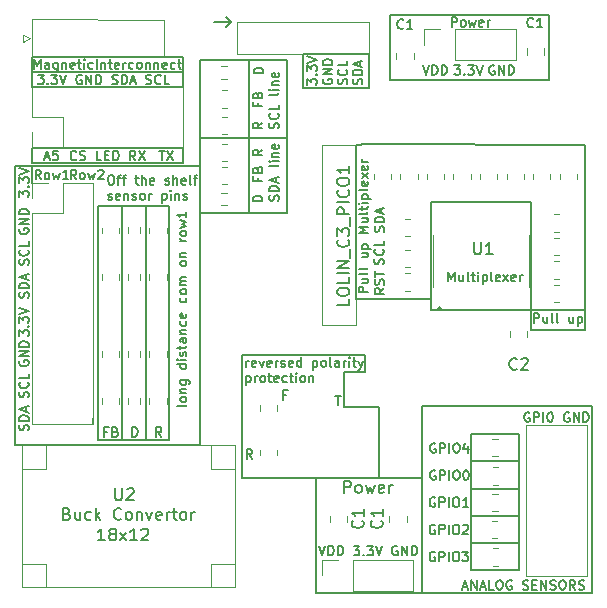
<source format=gbr>
%TF.GenerationSoftware,KiCad,Pcbnew,8.0.1*%
%TF.CreationDate,2024-03-29T13:37:13+01:00*%
%TF.ProjectId,EHealth_PCB,45486561-6c74-4685-9f50-43422e6b6963,rev?*%
%TF.SameCoordinates,Original*%
%TF.FileFunction,Legend,Top*%
%TF.FilePolarity,Positive*%
%FSLAX46Y46*%
G04 Gerber Fmt 4.6, Leading zero omitted, Abs format (unit mm)*
G04 Created by KiCad (PCBNEW 8.0.1) date 2024-03-29 13:37:13*
%MOMM*%
%LPD*%
G01*
G04 APERTURE LIST*
%ADD10C,0.150000*%
%ADD11C,0.200000*%
%ADD12C,0.120000*%
%ADD13C,0.100000*%
G04 APERTURE END LIST*
D10*
X208001092Y-67775278D02*
X208000000Y-80811168D01*
X217798693Y-101512864D02*
X221798693Y-101512864D01*
X221798693Y-103823313D01*
X217798693Y-103823313D01*
X217798693Y-101512864D01*
X222800000Y-72800000D02*
X222800000Y-72600000D01*
X180590000Y-61600000D02*
X193400000Y-61600000D01*
X193400000Y-62880000D01*
X180590000Y-62880000D01*
X180590000Y-61600000D01*
X217798693Y-96897711D02*
X221798693Y-96897711D01*
X221798693Y-99208160D01*
X217798693Y-99208160D01*
X217798693Y-96897711D01*
X194800000Y-73600000D02*
X199000000Y-73600000D01*
X208944659Y-80811722D02*
X208000000Y-80811168D01*
X196000000Y-57400000D02*
X197400000Y-57400000D01*
X210934817Y-56809386D02*
X224329991Y-56809386D01*
X224329991Y-62299576D01*
X210934817Y-62299576D01*
X210934817Y-56809386D01*
X208800000Y-85600000D02*
X208800000Y-87000000D01*
X207000000Y-90000000D02*
X210000000Y-90000000D01*
X194800000Y-67200000D02*
X194800000Y-73000000D01*
X208943262Y-67764539D02*
X208001092Y-67775278D01*
X194800000Y-67200000D02*
X194800000Y-60600000D01*
X203500000Y-60078166D02*
X209081195Y-60078166D01*
X209081195Y-63000000D01*
X203500000Y-63000000D01*
X203500000Y-60078166D01*
X204600000Y-96000000D02*
X213600000Y-96000000D01*
X213600000Y-105710000D01*
X204600000Y-105710000D01*
X204600000Y-96000000D01*
X194800000Y-83370000D02*
X194800000Y-91400000D01*
X208943262Y-67764539D02*
X227400000Y-67800000D01*
X197000000Y-57800000D02*
X197400000Y-57400000D01*
X214344659Y-73211722D02*
X214344659Y-80811722D01*
X205000000Y-85600000D02*
X208800000Y-85600000D01*
X179180000Y-69602869D02*
X194800000Y-69602869D01*
X194800000Y-93200000D01*
X179180000Y-93200000D01*
X179180000Y-69602869D01*
X190200000Y-73000000D02*
X192200000Y-73000000D01*
X192200000Y-92800000D01*
X190200000Y-92800000D01*
X190200000Y-73000000D01*
X199000000Y-73600000D02*
X199000000Y-67200000D01*
X180570797Y-68077843D02*
X193390797Y-68077843D01*
X193390797Y-69369226D01*
X180570797Y-69369226D01*
X180570797Y-68077843D01*
X207000000Y-89000000D02*
X207000000Y-90000000D01*
X180595631Y-60391804D02*
X193400000Y-60391804D01*
X193400000Y-61600000D01*
X180595631Y-61600000D01*
X180595631Y-60391804D01*
X199000000Y-67200000D02*
X199000000Y-60600000D01*
X214344659Y-80811722D02*
X208944659Y-80811722D01*
X210000000Y-96000000D02*
X198400000Y-96000000D01*
X199000000Y-67200000D02*
X202190000Y-67200000D01*
X202190000Y-73600000D01*
X199000000Y-73600000D01*
X199000000Y-67200000D01*
X208800000Y-87000000D02*
X207000000Y-87000000D01*
X207000000Y-87000000D02*
X207000000Y-87000000D01*
X180580000Y-70990000D02*
X180581118Y-69601801D01*
X194800000Y-72800000D02*
X194800000Y-80968084D01*
X198400000Y-96000000D02*
X198400000Y-87000000D01*
X222800000Y-81800000D02*
X222800000Y-72800000D01*
X214344659Y-73211722D02*
X214343262Y-72604728D01*
X227400000Y-72800000D02*
X227400000Y-67800000D01*
X199000000Y-67200000D02*
X194800000Y-67200000D01*
X186200000Y-73000000D02*
X188200000Y-73000000D01*
X188200000Y-92800000D01*
X186200000Y-92800000D01*
X186200000Y-73000000D01*
X194800000Y-60600000D02*
X199000000Y-60600000D01*
X217800000Y-92289551D02*
X221800000Y-92289551D01*
X221800000Y-94600000D01*
X217800000Y-94600000D01*
X217800000Y-92289551D01*
X207000000Y-87000000D02*
X207000000Y-89000000D01*
X217794145Y-99208785D02*
X221794145Y-99208785D01*
X221794145Y-101519234D01*
X217794145Y-101519234D01*
X217794145Y-99208785D01*
X227400000Y-72800000D02*
X227400000Y-81800000D01*
X188200000Y-73000000D02*
X190200000Y-73000000D01*
X190200000Y-92800000D01*
X188200000Y-92800000D01*
X188200000Y-73000000D01*
X214343262Y-72604728D02*
X222800000Y-72604728D01*
X222800000Y-81800000D01*
X214343262Y-81800000D01*
X214343262Y-72604728D01*
X198400000Y-85600000D02*
X205000000Y-85600000D01*
X217798693Y-94594142D02*
X221798693Y-94594142D01*
X221798693Y-96904591D01*
X217798693Y-96904591D01*
X217798693Y-94594142D01*
X194800000Y-80968084D02*
X194800000Y-83370000D01*
X198400000Y-87000000D02*
X198400000Y-85600000D01*
X227400000Y-81800000D02*
X222800000Y-81800000D01*
X199000000Y-60600000D02*
X202190000Y-60600000D01*
X202190000Y-67200000D01*
X199000000Y-67200000D01*
X199000000Y-60600000D01*
X185785724Y-90950000D02*
X185784239Y-91400000D01*
X213600000Y-89900000D02*
X228005000Y-89900000D01*
X228005000Y-105710000D01*
X213600000Y-105710000D01*
X213600000Y-89900000D01*
X210000000Y-90000000D02*
X210000000Y-96000000D01*
X197400000Y-57400000D02*
X197000000Y-57000000D01*
X222800000Y-81800000D02*
X227400000Y-81800000D01*
X227400000Y-83450000D01*
X222800000Y-83450000D01*
X222800000Y-81800000D01*
X214706900Y-99981377D02*
X214630710Y-99943282D01*
X214630710Y-99943282D02*
X214516424Y-99943282D01*
X214516424Y-99943282D02*
X214402138Y-99981377D01*
X214402138Y-99981377D02*
X214325948Y-100057567D01*
X214325948Y-100057567D02*
X214287853Y-100133758D01*
X214287853Y-100133758D02*
X214249757Y-100286139D01*
X214249757Y-100286139D02*
X214249757Y-100400425D01*
X214249757Y-100400425D02*
X214287853Y-100552806D01*
X214287853Y-100552806D02*
X214325948Y-100628996D01*
X214325948Y-100628996D02*
X214402138Y-100705187D01*
X214402138Y-100705187D02*
X214516424Y-100743282D01*
X214516424Y-100743282D02*
X214592615Y-100743282D01*
X214592615Y-100743282D02*
X214706900Y-100705187D01*
X214706900Y-100705187D02*
X214744996Y-100667091D01*
X214744996Y-100667091D02*
X214744996Y-100400425D01*
X214744996Y-100400425D02*
X214592615Y-100400425D01*
X215087853Y-100743282D02*
X215087853Y-99943282D01*
X215087853Y-99943282D02*
X215392615Y-99943282D01*
X215392615Y-99943282D02*
X215468805Y-99981377D01*
X215468805Y-99981377D02*
X215506900Y-100019472D01*
X215506900Y-100019472D02*
X215544996Y-100095663D01*
X215544996Y-100095663D02*
X215544996Y-100209948D01*
X215544996Y-100209948D02*
X215506900Y-100286139D01*
X215506900Y-100286139D02*
X215468805Y-100324234D01*
X215468805Y-100324234D02*
X215392615Y-100362329D01*
X215392615Y-100362329D02*
X215087853Y-100362329D01*
X215887853Y-100743282D02*
X215887853Y-99943282D01*
X216421186Y-99943282D02*
X216573567Y-99943282D01*
X216573567Y-99943282D02*
X216649757Y-99981377D01*
X216649757Y-99981377D02*
X216725948Y-100057567D01*
X216725948Y-100057567D02*
X216764043Y-100209948D01*
X216764043Y-100209948D02*
X216764043Y-100476615D01*
X216764043Y-100476615D02*
X216725948Y-100628996D01*
X216725948Y-100628996D02*
X216649757Y-100705187D01*
X216649757Y-100705187D02*
X216573567Y-100743282D01*
X216573567Y-100743282D02*
X216421186Y-100743282D01*
X216421186Y-100743282D02*
X216344995Y-100705187D01*
X216344995Y-100705187D02*
X216268805Y-100628996D01*
X216268805Y-100628996D02*
X216230709Y-100476615D01*
X216230709Y-100476615D02*
X216230709Y-100209948D01*
X216230709Y-100209948D02*
X216268805Y-100057567D01*
X216268805Y-100057567D02*
X216344995Y-99981377D01*
X216344995Y-99981377D02*
X216421186Y-99943282D01*
X217068804Y-100019472D02*
X217106900Y-99981377D01*
X217106900Y-99981377D02*
X217183090Y-99943282D01*
X217183090Y-99943282D02*
X217373566Y-99943282D01*
X217373566Y-99943282D02*
X217449757Y-99981377D01*
X217449757Y-99981377D02*
X217487852Y-100019472D01*
X217487852Y-100019472D02*
X217525947Y-100095663D01*
X217525947Y-100095663D02*
X217525947Y-100171853D01*
X217525947Y-100171853D02*
X217487852Y-100286139D01*
X217487852Y-100286139D02*
X217030709Y-100743282D01*
X217030709Y-100743282D02*
X217525947Y-100743282D01*
X204885890Y-101765102D02*
X205152557Y-102565102D01*
X205152557Y-102565102D02*
X205419223Y-101765102D01*
X205685890Y-102565102D02*
X205685890Y-101765102D01*
X205685890Y-101765102D02*
X205876366Y-101765102D01*
X205876366Y-101765102D02*
X205990652Y-101803197D01*
X205990652Y-101803197D02*
X206066842Y-101879387D01*
X206066842Y-101879387D02*
X206104937Y-101955578D01*
X206104937Y-101955578D02*
X206143033Y-102107959D01*
X206143033Y-102107959D02*
X206143033Y-102222245D01*
X206143033Y-102222245D02*
X206104937Y-102374626D01*
X206104937Y-102374626D02*
X206066842Y-102450816D01*
X206066842Y-102450816D02*
X205990652Y-102527007D01*
X205990652Y-102527007D02*
X205876366Y-102565102D01*
X205876366Y-102565102D02*
X205685890Y-102565102D01*
X206485890Y-102565102D02*
X206485890Y-101765102D01*
X206485890Y-101765102D02*
X206676366Y-101765102D01*
X206676366Y-101765102D02*
X206790652Y-101803197D01*
X206790652Y-101803197D02*
X206866842Y-101879387D01*
X206866842Y-101879387D02*
X206904937Y-101955578D01*
X206904937Y-101955578D02*
X206943033Y-102107959D01*
X206943033Y-102107959D02*
X206943033Y-102222245D01*
X206943033Y-102222245D02*
X206904937Y-102374626D01*
X206904937Y-102374626D02*
X206866842Y-102450816D01*
X206866842Y-102450816D02*
X206790652Y-102527007D01*
X206790652Y-102527007D02*
X206676366Y-102565102D01*
X206676366Y-102565102D02*
X206485890Y-102565102D01*
X207819223Y-101765102D02*
X208314461Y-101765102D01*
X208314461Y-101765102D02*
X208047795Y-102069864D01*
X208047795Y-102069864D02*
X208162080Y-102069864D01*
X208162080Y-102069864D02*
X208238271Y-102107959D01*
X208238271Y-102107959D02*
X208276366Y-102146054D01*
X208276366Y-102146054D02*
X208314461Y-102222245D01*
X208314461Y-102222245D02*
X208314461Y-102412721D01*
X208314461Y-102412721D02*
X208276366Y-102488911D01*
X208276366Y-102488911D02*
X208238271Y-102527007D01*
X208238271Y-102527007D02*
X208162080Y-102565102D01*
X208162080Y-102565102D02*
X207933509Y-102565102D01*
X207933509Y-102565102D02*
X207857318Y-102527007D01*
X207857318Y-102527007D02*
X207819223Y-102488911D01*
X208657319Y-102488911D02*
X208695414Y-102527007D01*
X208695414Y-102527007D02*
X208657319Y-102565102D01*
X208657319Y-102565102D02*
X208619223Y-102527007D01*
X208619223Y-102527007D02*
X208657319Y-102488911D01*
X208657319Y-102488911D02*
X208657319Y-102565102D01*
X208962080Y-101765102D02*
X209457318Y-101765102D01*
X209457318Y-101765102D02*
X209190652Y-102069864D01*
X209190652Y-102069864D02*
X209304937Y-102069864D01*
X209304937Y-102069864D02*
X209381128Y-102107959D01*
X209381128Y-102107959D02*
X209419223Y-102146054D01*
X209419223Y-102146054D02*
X209457318Y-102222245D01*
X209457318Y-102222245D02*
X209457318Y-102412721D01*
X209457318Y-102412721D02*
X209419223Y-102488911D01*
X209419223Y-102488911D02*
X209381128Y-102527007D01*
X209381128Y-102527007D02*
X209304937Y-102565102D01*
X209304937Y-102565102D02*
X209076366Y-102565102D01*
X209076366Y-102565102D02*
X209000175Y-102527007D01*
X209000175Y-102527007D02*
X208962080Y-102488911D01*
X209685890Y-101765102D02*
X209952557Y-102565102D01*
X209952557Y-102565102D02*
X210219223Y-101765102D01*
X211514461Y-101803197D02*
X211438271Y-101765102D01*
X211438271Y-101765102D02*
X211323985Y-101765102D01*
X211323985Y-101765102D02*
X211209699Y-101803197D01*
X211209699Y-101803197D02*
X211133509Y-101879387D01*
X211133509Y-101879387D02*
X211095414Y-101955578D01*
X211095414Y-101955578D02*
X211057318Y-102107959D01*
X211057318Y-102107959D02*
X211057318Y-102222245D01*
X211057318Y-102222245D02*
X211095414Y-102374626D01*
X211095414Y-102374626D02*
X211133509Y-102450816D01*
X211133509Y-102450816D02*
X211209699Y-102527007D01*
X211209699Y-102527007D02*
X211323985Y-102565102D01*
X211323985Y-102565102D02*
X211400176Y-102565102D01*
X211400176Y-102565102D02*
X211514461Y-102527007D01*
X211514461Y-102527007D02*
X211552557Y-102488911D01*
X211552557Y-102488911D02*
X211552557Y-102222245D01*
X211552557Y-102222245D02*
X211400176Y-102222245D01*
X211895414Y-102565102D02*
X211895414Y-101765102D01*
X211895414Y-101765102D02*
X212352557Y-102565102D01*
X212352557Y-102565102D02*
X212352557Y-101765102D01*
X212733509Y-102565102D02*
X212733509Y-101765102D01*
X212733509Y-101765102D02*
X212923985Y-101765102D01*
X212923985Y-101765102D02*
X213038271Y-101803197D01*
X213038271Y-101803197D02*
X213114461Y-101879387D01*
X213114461Y-101879387D02*
X213152556Y-101955578D01*
X213152556Y-101955578D02*
X213190652Y-102107959D01*
X213190652Y-102107959D02*
X213190652Y-102222245D01*
X213190652Y-102222245D02*
X213152556Y-102374626D01*
X213152556Y-102374626D02*
X213114461Y-102450816D01*
X213114461Y-102450816D02*
X213038271Y-102527007D01*
X213038271Y-102527007D02*
X212923985Y-102565102D01*
X212923985Y-102565102D02*
X212733509Y-102565102D01*
X216353864Y-61061871D02*
X216849102Y-61061871D01*
X216849102Y-61061871D02*
X216582436Y-61366633D01*
X216582436Y-61366633D02*
X216696721Y-61366633D01*
X216696721Y-61366633D02*
X216772912Y-61404728D01*
X216772912Y-61404728D02*
X216811007Y-61442823D01*
X216811007Y-61442823D02*
X216849102Y-61519014D01*
X216849102Y-61519014D02*
X216849102Y-61709490D01*
X216849102Y-61709490D02*
X216811007Y-61785680D01*
X216811007Y-61785680D02*
X216772912Y-61823776D01*
X216772912Y-61823776D02*
X216696721Y-61861871D01*
X216696721Y-61861871D02*
X216468150Y-61861871D01*
X216468150Y-61861871D02*
X216391959Y-61823776D01*
X216391959Y-61823776D02*
X216353864Y-61785680D01*
X217191960Y-61785680D02*
X217230055Y-61823776D01*
X217230055Y-61823776D02*
X217191960Y-61861871D01*
X217191960Y-61861871D02*
X217153864Y-61823776D01*
X217153864Y-61823776D02*
X217191960Y-61785680D01*
X217191960Y-61785680D02*
X217191960Y-61861871D01*
X217496721Y-61061871D02*
X217991959Y-61061871D01*
X217991959Y-61061871D02*
X217725293Y-61366633D01*
X217725293Y-61366633D02*
X217839578Y-61366633D01*
X217839578Y-61366633D02*
X217915769Y-61404728D01*
X217915769Y-61404728D02*
X217953864Y-61442823D01*
X217953864Y-61442823D02*
X217991959Y-61519014D01*
X217991959Y-61519014D02*
X217991959Y-61709490D01*
X217991959Y-61709490D02*
X217953864Y-61785680D01*
X217953864Y-61785680D02*
X217915769Y-61823776D01*
X217915769Y-61823776D02*
X217839578Y-61861871D01*
X217839578Y-61861871D02*
X217611007Y-61861871D01*
X217611007Y-61861871D02*
X217534816Y-61823776D01*
X217534816Y-61823776D02*
X217496721Y-61785680D01*
X218220531Y-61061871D02*
X218487198Y-61861871D01*
X218487198Y-61861871D02*
X218753864Y-61061871D01*
X180256200Y-89148935D02*
X180294295Y-89034649D01*
X180294295Y-89034649D02*
X180294295Y-88844173D01*
X180294295Y-88844173D02*
X180256200Y-88767982D01*
X180256200Y-88767982D02*
X180218104Y-88729887D01*
X180218104Y-88729887D02*
X180141914Y-88691792D01*
X180141914Y-88691792D02*
X180065723Y-88691792D01*
X180065723Y-88691792D02*
X179989533Y-88729887D01*
X179989533Y-88729887D02*
X179951438Y-88767982D01*
X179951438Y-88767982D02*
X179913342Y-88844173D01*
X179913342Y-88844173D02*
X179875247Y-88996554D01*
X179875247Y-88996554D02*
X179837152Y-89072744D01*
X179837152Y-89072744D02*
X179799057Y-89110839D01*
X179799057Y-89110839D02*
X179722866Y-89148935D01*
X179722866Y-89148935D02*
X179646676Y-89148935D01*
X179646676Y-89148935D02*
X179570485Y-89110839D01*
X179570485Y-89110839D02*
X179532390Y-89072744D01*
X179532390Y-89072744D02*
X179494295Y-88996554D01*
X179494295Y-88996554D02*
X179494295Y-88806077D01*
X179494295Y-88806077D02*
X179532390Y-88691792D01*
X180218104Y-87891791D02*
X180256200Y-87929887D01*
X180256200Y-87929887D02*
X180294295Y-88044172D01*
X180294295Y-88044172D02*
X180294295Y-88120363D01*
X180294295Y-88120363D02*
X180256200Y-88234649D01*
X180256200Y-88234649D02*
X180180009Y-88310839D01*
X180180009Y-88310839D02*
X180103819Y-88348934D01*
X180103819Y-88348934D02*
X179951438Y-88387030D01*
X179951438Y-88387030D02*
X179837152Y-88387030D01*
X179837152Y-88387030D02*
X179684771Y-88348934D01*
X179684771Y-88348934D02*
X179608580Y-88310839D01*
X179608580Y-88310839D02*
X179532390Y-88234649D01*
X179532390Y-88234649D02*
X179494295Y-88120363D01*
X179494295Y-88120363D02*
X179494295Y-88044172D01*
X179494295Y-88044172D02*
X179532390Y-87929887D01*
X179532390Y-87929887D02*
X179570485Y-87891791D01*
X180294295Y-87167982D02*
X180294295Y-87548934D01*
X180294295Y-87548934D02*
X179494295Y-87548934D01*
X180256200Y-77948935D02*
X180294295Y-77834649D01*
X180294295Y-77834649D02*
X180294295Y-77644173D01*
X180294295Y-77644173D02*
X180256200Y-77567982D01*
X180256200Y-77567982D02*
X180218104Y-77529887D01*
X180218104Y-77529887D02*
X180141914Y-77491792D01*
X180141914Y-77491792D02*
X180065723Y-77491792D01*
X180065723Y-77491792D02*
X179989533Y-77529887D01*
X179989533Y-77529887D02*
X179951438Y-77567982D01*
X179951438Y-77567982D02*
X179913342Y-77644173D01*
X179913342Y-77644173D02*
X179875247Y-77796554D01*
X179875247Y-77796554D02*
X179837152Y-77872744D01*
X179837152Y-77872744D02*
X179799057Y-77910839D01*
X179799057Y-77910839D02*
X179722866Y-77948935D01*
X179722866Y-77948935D02*
X179646676Y-77948935D01*
X179646676Y-77948935D02*
X179570485Y-77910839D01*
X179570485Y-77910839D02*
X179532390Y-77872744D01*
X179532390Y-77872744D02*
X179494295Y-77796554D01*
X179494295Y-77796554D02*
X179494295Y-77606077D01*
X179494295Y-77606077D02*
X179532390Y-77491792D01*
X180218104Y-76691791D02*
X180256200Y-76729887D01*
X180256200Y-76729887D02*
X180294295Y-76844172D01*
X180294295Y-76844172D02*
X180294295Y-76920363D01*
X180294295Y-76920363D02*
X180256200Y-77034649D01*
X180256200Y-77034649D02*
X180180009Y-77110839D01*
X180180009Y-77110839D02*
X180103819Y-77148934D01*
X180103819Y-77148934D02*
X179951438Y-77187030D01*
X179951438Y-77187030D02*
X179837152Y-77187030D01*
X179837152Y-77187030D02*
X179684771Y-77148934D01*
X179684771Y-77148934D02*
X179608580Y-77110839D01*
X179608580Y-77110839D02*
X179532390Y-77034649D01*
X179532390Y-77034649D02*
X179494295Y-76920363D01*
X179494295Y-76920363D02*
X179494295Y-76844172D01*
X179494295Y-76844172D02*
X179532390Y-76729887D01*
X179532390Y-76729887D02*
X179570485Y-76691791D01*
X180294295Y-75967982D02*
X180294295Y-76348934D01*
X180294295Y-76348934D02*
X179494295Y-76348934D01*
X180256200Y-91948935D02*
X180294295Y-91834649D01*
X180294295Y-91834649D02*
X180294295Y-91644173D01*
X180294295Y-91644173D02*
X180256200Y-91567982D01*
X180256200Y-91567982D02*
X180218104Y-91529887D01*
X180218104Y-91529887D02*
X180141914Y-91491792D01*
X180141914Y-91491792D02*
X180065723Y-91491792D01*
X180065723Y-91491792D02*
X179989533Y-91529887D01*
X179989533Y-91529887D02*
X179951438Y-91567982D01*
X179951438Y-91567982D02*
X179913342Y-91644173D01*
X179913342Y-91644173D02*
X179875247Y-91796554D01*
X179875247Y-91796554D02*
X179837152Y-91872744D01*
X179837152Y-91872744D02*
X179799057Y-91910839D01*
X179799057Y-91910839D02*
X179722866Y-91948935D01*
X179722866Y-91948935D02*
X179646676Y-91948935D01*
X179646676Y-91948935D02*
X179570485Y-91910839D01*
X179570485Y-91910839D02*
X179532390Y-91872744D01*
X179532390Y-91872744D02*
X179494295Y-91796554D01*
X179494295Y-91796554D02*
X179494295Y-91606077D01*
X179494295Y-91606077D02*
X179532390Y-91491792D01*
X180294295Y-91148934D02*
X179494295Y-91148934D01*
X179494295Y-91148934D02*
X179494295Y-90958458D01*
X179494295Y-90958458D02*
X179532390Y-90844172D01*
X179532390Y-90844172D02*
X179608580Y-90767982D01*
X179608580Y-90767982D02*
X179684771Y-90729887D01*
X179684771Y-90729887D02*
X179837152Y-90691791D01*
X179837152Y-90691791D02*
X179951438Y-90691791D01*
X179951438Y-90691791D02*
X180103819Y-90729887D01*
X180103819Y-90729887D02*
X180180009Y-90767982D01*
X180180009Y-90767982D02*
X180256200Y-90844172D01*
X180256200Y-90844172D02*
X180294295Y-90958458D01*
X180294295Y-90958458D02*
X180294295Y-91148934D01*
X180065723Y-90387030D02*
X180065723Y-90006077D01*
X180294295Y-90463220D02*
X179494295Y-90196553D01*
X179494295Y-90196553D02*
X180294295Y-89929887D01*
X187222825Y-70363170D02*
X187375206Y-70363170D01*
X187375206Y-70363170D02*
X187451396Y-70401265D01*
X187451396Y-70401265D02*
X187527587Y-70477455D01*
X187527587Y-70477455D02*
X187565682Y-70629836D01*
X187565682Y-70629836D02*
X187565682Y-70896503D01*
X187565682Y-70896503D02*
X187527587Y-71048884D01*
X187527587Y-71048884D02*
X187451396Y-71125075D01*
X187451396Y-71125075D02*
X187375206Y-71163170D01*
X187375206Y-71163170D02*
X187222825Y-71163170D01*
X187222825Y-71163170D02*
X187146634Y-71125075D01*
X187146634Y-71125075D02*
X187070444Y-71048884D01*
X187070444Y-71048884D02*
X187032348Y-70896503D01*
X187032348Y-70896503D02*
X187032348Y-70629836D01*
X187032348Y-70629836D02*
X187070444Y-70477455D01*
X187070444Y-70477455D02*
X187146634Y-70401265D01*
X187146634Y-70401265D02*
X187222825Y-70363170D01*
X187794253Y-70629836D02*
X188099015Y-70629836D01*
X187908539Y-71163170D02*
X187908539Y-70477455D01*
X187908539Y-70477455D02*
X187946634Y-70401265D01*
X187946634Y-70401265D02*
X188022824Y-70363170D01*
X188022824Y-70363170D02*
X188099015Y-70363170D01*
X188251396Y-70629836D02*
X188556158Y-70629836D01*
X188365682Y-71163170D02*
X188365682Y-70477455D01*
X188365682Y-70477455D02*
X188403777Y-70401265D01*
X188403777Y-70401265D02*
X188479967Y-70363170D01*
X188479967Y-70363170D02*
X188556158Y-70363170D01*
X189318063Y-70629836D02*
X189622825Y-70629836D01*
X189432349Y-70363170D02*
X189432349Y-71048884D01*
X189432349Y-71048884D02*
X189470444Y-71125075D01*
X189470444Y-71125075D02*
X189546634Y-71163170D01*
X189546634Y-71163170D02*
X189622825Y-71163170D01*
X189889492Y-71163170D02*
X189889492Y-70363170D01*
X190232349Y-71163170D02*
X190232349Y-70744122D01*
X190232349Y-70744122D02*
X190194254Y-70667932D01*
X190194254Y-70667932D02*
X190118063Y-70629836D01*
X190118063Y-70629836D02*
X190003777Y-70629836D01*
X190003777Y-70629836D02*
X189927587Y-70667932D01*
X189927587Y-70667932D02*
X189889492Y-70706027D01*
X190918064Y-71125075D02*
X190841873Y-71163170D01*
X190841873Y-71163170D02*
X190689492Y-71163170D01*
X190689492Y-71163170D02*
X190613302Y-71125075D01*
X190613302Y-71125075D02*
X190575206Y-71048884D01*
X190575206Y-71048884D02*
X190575206Y-70744122D01*
X190575206Y-70744122D02*
X190613302Y-70667932D01*
X190613302Y-70667932D02*
X190689492Y-70629836D01*
X190689492Y-70629836D02*
X190841873Y-70629836D01*
X190841873Y-70629836D02*
X190918064Y-70667932D01*
X190918064Y-70667932D02*
X190956159Y-70744122D01*
X190956159Y-70744122D02*
X190956159Y-70820313D01*
X190956159Y-70820313D02*
X190575206Y-70896503D01*
X191870444Y-71125075D02*
X191946635Y-71163170D01*
X191946635Y-71163170D02*
X192099016Y-71163170D01*
X192099016Y-71163170D02*
X192175206Y-71125075D01*
X192175206Y-71125075D02*
X192213302Y-71048884D01*
X192213302Y-71048884D02*
X192213302Y-71010789D01*
X192213302Y-71010789D02*
X192175206Y-70934598D01*
X192175206Y-70934598D02*
X192099016Y-70896503D01*
X192099016Y-70896503D02*
X191984730Y-70896503D01*
X191984730Y-70896503D02*
X191908540Y-70858408D01*
X191908540Y-70858408D02*
X191870444Y-70782217D01*
X191870444Y-70782217D02*
X191870444Y-70744122D01*
X191870444Y-70744122D02*
X191908540Y-70667932D01*
X191908540Y-70667932D02*
X191984730Y-70629836D01*
X191984730Y-70629836D02*
X192099016Y-70629836D01*
X192099016Y-70629836D02*
X192175206Y-70667932D01*
X192556159Y-71163170D02*
X192556159Y-70363170D01*
X192899016Y-71163170D02*
X192899016Y-70744122D01*
X192899016Y-70744122D02*
X192860921Y-70667932D01*
X192860921Y-70667932D02*
X192784730Y-70629836D01*
X192784730Y-70629836D02*
X192670444Y-70629836D01*
X192670444Y-70629836D02*
X192594254Y-70667932D01*
X192594254Y-70667932D02*
X192556159Y-70706027D01*
X193584731Y-71125075D02*
X193508540Y-71163170D01*
X193508540Y-71163170D02*
X193356159Y-71163170D01*
X193356159Y-71163170D02*
X193279969Y-71125075D01*
X193279969Y-71125075D02*
X193241873Y-71048884D01*
X193241873Y-71048884D02*
X193241873Y-70744122D01*
X193241873Y-70744122D02*
X193279969Y-70667932D01*
X193279969Y-70667932D02*
X193356159Y-70629836D01*
X193356159Y-70629836D02*
X193508540Y-70629836D01*
X193508540Y-70629836D02*
X193584731Y-70667932D01*
X193584731Y-70667932D02*
X193622826Y-70744122D01*
X193622826Y-70744122D02*
X193622826Y-70820313D01*
X193622826Y-70820313D02*
X193241873Y-70896503D01*
X194079968Y-71163170D02*
X194003778Y-71125075D01*
X194003778Y-71125075D02*
X193965683Y-71048884D01*
X193965683Y-71048884D02*
X193965683Y-70363170D01*
X194270445Y-70629836D02*
X194575207Y-70629836D01*
X194384731Y-71163170D02*
X194384731Y-70477455D01*
X194384731Y-70477455D02*
X194422826Y-70401265D01*
X194422826Y-70401265D02*
X194499016Y-70363170D01*
X194499016Y-70363170D02*
X194575207Y-70363170D01*
X187032348Y-72413030D02*
X187108539Y-72451125D01*
X187108539Y-72451125D02*
X187260920Y-72451125D01*
X187260920Y-72451125D02*
X187337110Y-72413030D01*
X187337110Y-72413030D02*
X187375206Y-72336839D01*
X187375206Y-72336839D02*
X187375206Y-72298744D01*
X187375206Y-72298744D02*
X187337110Y-72222553D01*
X187337110Y-72222553D02*
X187260920Y-72184458D01*
X187260920Y-72184458D02*
X187146634Y-72184458D01*
X187146634Y-72184458D02*
X187070444Y-72146363D01*
X187070444Y-72146363D02*
X187032348Y-72070172D01*
X187032348Y-72070172D02*
X187032348Y-72032077D01*
X187032348Y-72032077D02*
X187070444Y-71955887D01*
X187070444Y-71955887D02*
X187146634Y-71917791D01*
X187146634Y-71917791D02*
X187260920Y-71917791D01*
X187260920Y-71917791D02*
X187337110Y-71955887D01*
X188022825Y-72413030D02*
X187946634Y-72451125D01*
X187946634Y-72451125D02*
X187794253Y-72451125D01*
X187794253Y-72451125D02*
X187718063Y-72413030D01*
X187718063Y-72413030D02*
X187679967Y-72336839D01*
X187679967Y-72336839D02*
X187679967Y-72032077D01*
X187679967Y-72032077D02*
X187718063Y-71955887D01*
X187718063Y-71955887D02*
X187794253Y-71917791D01*
X187794253Y-71917791D02*
X187946634Y-71917791D01*
X187946634Y-71917791D02*
X188022825Y-71955887D01*
X188022825Y-71955887D02*
X188060920Y-72032077D01*
X188060920Y-72032077D02*
X188060920Y-72108268D01*
X188060920Y-72108268D02*
X187679967Y-72184458D01*
X188403777Y-71917791D02*
X188403777Y-72451125D01*
X188403777Y-71993982D02*
X188441872Y-71955887D01*
X188441872Y-71955887D02*
X188518062Y-71917791D01*
X188518062Y-71917791D02*
X188632348Y-71917791D01*
X188632348Y-71917791D02*
X188708539Y-71955887D01*
X188708539Y-71955887D02*
X188746634Y-72032077D01*
X188746634Y-72032077D02*
X188746634Y-72451125D01*
X189089491Y-72413030D02*
X189165682Y-72451125D01*
X189165682Y-72451125D02*
X189318063Y-72451125D01*
X189318063Y-72451125D02*
X189394253Y-72413030D01*
X189394253Y-72413030D02*
X189432349Y-72336839D01*
X189432349Y-72336839D02*
X189432349Y-72298744D01*
X189432349Y-72298744D02*
X189394253Y-72222553D01*
X189394253Y-72222553D02*
X189318063Y-72184458D01*
X189318063Y-72184458D02*
X189203777Y-72184458D01*
X189203777Y-72184458D02*
X189127587Y-72146363D01*
X189127587Y-72146363D02*
X189089491Y-72070172D01*
X189089491Y-72070172D02*
X189089491Y-72032077D01*
X189089491Y-72032077D02*
X189127587Y-71955887D01*
X189127587Y-71955887D02*
X189203777Y-71917791D01*
X189203777Y-71917791D02*
X189318063Y-71917791D01*
X189318063Y-71917791D02*
X189394253Y-71955887D01*
X189889491Y-72451125D02*
X189813301Y-72413030D01*
X189813301Y-72413030D02*
X189775206Y-72374934D01*
X189775206Y-72374934D02*
X189737110Y-72298744D01*
X189737110Y-72298744D02*
X189737110Y-72070172D01*
X189737110Y-72070172D02*
X189775206Y-71993982D01*
X189775206Y-71993982D02*
X189813301Y-71955887D01*
X189813301Y-71955887D02*
X189889491Y-71917791D01*
X189889491Y-71917791D02*
X190003777Y-71917791D01*
X190003777Y-71917791D02*
X190079968Y-71955887D01*
X190079968Y-71955887D02*
X190118063Y-71993982D01*
X190118063Y-71993982D02*
X190156158Y-72070172D01*
X190156158Y-72070172D02*
X190156158Y-72298744D01*
X190156158Y-72298744D02*
X190118063Y-72374934D01*
X190118063Y-72374934D02*
X190079968Y-72413030D01*
X190079968Y-72413030D02*
X190003777Y-72451125D01*
X190003777Y-72451125D02*
X189889491Y-72451125D01*
X190499016Y-72451125D02*
X190499016Y-71917791D01*
X190499016Y-72070172D02*
X190537111Y-71993982D01*
X190537111Y-71993982D02*
X190575206Y-71955887D01*
X190575206Y-71955887D02*
X190651397Y-71917791D01*
X190651397Y-71917791D02*
X190727587Y-71917791D01*
X191603778Y-71917791D02*
X191603778Y-72717791D01*
X191603778Y-71955887D02*
X191679968Y-71917791D01*
X191679968Y-71917791D02*
X191832349Y-71917791D01*
X191832349Y-71917791D02*
X191908540Y-71955887D01*
X191908540Y-71955887D02*
X191946635Y-71993982D01*
X191946635Y-71993982D02*
X191984730Y-72070172D01*
X191984730Y-72070172D02*
X191984730Y-72298744D01*
X191984730Y-72298744D02*
X191946635Y-72374934D01*
X191946635Y-72374934D02*
X191908540Y-72413030D01*
X191908540Y-72413030D02*
X191832349Y-72451125D01*
X191832349Y-72451125D02*
X191679968Y-72451125D01*
X191679968Y-72451125D02*
X191603778Y-72413030D01*
X192327588Y-72451125D02*
X192327588Y-71917791D01*
X192327588Y-71651125D02*
X192289492Y-71689220D01*
X192289492Y-71689220D02*
X192327588Y-71727315D01*
X192327588Y-71727315D02*
X192365683Y-71689220D01*
X192365683Y-71689220D02*
X192327588Y-71651125D01*
X192327588Y-71651125D02*
X192327588Y-71727315D01*
X192708540Y-71917791D02*
X192708540Y-72451125D01*
X192708540Y-71993982D02*
X192746635Y-71955887D01*
X192746635Y-71955887D02*
X192822825Y-71917791D01*
X192822825Y-71917791D02*
X192937111Y-71917791D01*
X192937111Y-71917791D02*
X193013302Y-71955887D01*
X193013302Y-71955887D02*
X193051397Y-72032077D01*
X193051397Y-72032077D02*
X193051397Y-72451125D01*
X193394254Y-72413030D02*
X193470445Y-72451125D01*
X193470445Y-72451125D02*
X193622826Y-72451125D01*
X193622826Y-72451125D02*
X193699016Y-72413030D01*
X193699016Y-72413030D02*
X193737112Y-72336839D01*
X193737112Y-72336839D02*
X193737112Y-72298744D01*
X193737112Y-72298744D02*
X193699016Y-72222553D01*
X193699016Y-72222553D02*
X193622826Y-72184458D01*
X193622826Y-72184458D02*
X193508540Y-72184458D01*
X193508540Y-72184458D02*
X193432350Y-72146363D01*
X193432350Y-72146363D02*
X193394254Y-72070172D01*
X193394254Y-72070172D02*
X193394254Y-72032077D01*
X193394254Y-72032077D02*
X193432350Y-71955887D01*
X193432350Y-71955887D02*
X193508540Y-71917791D01*
X193508540Y-71917791D02*
X193622826Y-71917791D01*
X193622826Y-71917791D02*
X193699016Y-71955887D01*
X179494295Y-83987030D02*
X179494295Y-83491792D01*
X179494295Y-83491792D02*
X179799057Y-83758458D01*
X179799057Y-83758458D02*
X179799057Y-83644173D01*
X179799057Y-83644173D02*
X179837152Y-83567982D01*
X179837152Y-83567982D02*
X179875247Y-83529887D01*
X179875247Y-83529887D02*
X179951438Y-83491792D01*
X179951438Y-83491792D02*
X180141914Y-83491792D01*
X180141914Y-83491792D02*
X180218104Y-83529887D01*
X180218104Y-83529887D02*
X180256200Y-83567982D01*
X180256200Y-83567982D02*
X180294295Y-83644173D01*
X180294295Y-83644173D02*
X180294295Y-83872744D01*
X180294295Y-83872744D02*
X180256200Y-83948935D01*
X180256200Y-83948935D02*
X180218104Y-83987030D01*
X180218104Y-83148934D02*
X180256200Y-83110839D01*
X180256200Y-83110839D02*
X180294295Y-83148934D01*
X180294295Y-83148934D02*
X180256200Y-83187030D01*
X180256200Y-83187030D02*
X180218104Y-83148934D01*
X180218104Y-83148934D02*
X180294295Y-83148934D01*
X179494295Y-82844173D02*
X179494295Y-82348935D01*
X179494295Y-82348935D02*
X179799057Y-82615601D01*
X179799057Y-82615601D02*
X179799057Y-82501316D01*
X179799057Y-82501316D02*
X179837152Y-82425125D01*
X179837152Y-82425125D02*
X179875247Y-82387030D01*
X179875247Y-82387030D02*
X179951438Y-82348935D01*
X179951438Y-82348935D02*
X180141914Y-82348935D01*
X180141914Y-82348935D02*
X180218104Y-82387030D01*
X180218104Y-82387030D02*
X180256200Y-82425125D01*
X180256200Y-82425125D02*
X180294295Y-82501316D01*
X180294295Y-82501316D02*
X180294295Y-82729887D01*
X180294295Y-82729887D02*
X180256200Y-82806078D01*
X180256200Y-82806078D02*
X180218104Y-82844173D01*
X179494295Y-82120363D02*
X180294295Y-81853696D01*
X180294295Y-81853696D02*
X179494295Y-81587030D01*
X215839160Y-79344295D02*
X215839160Y-78544295D01*
X215839160Y-78544295D02*
X216105826Y-79115723D01*
X216105826Y-79115723D02*
X216372493Y-78544295D01*
X216372493Y-78544295D02*
X216372493Y-79344295D01*
X217096303Y-78810961D02*
X217096303Y-79344295D01*
X216753446Y-78810961D02*
X216753446Y-79230009D01*
X216753446Y-79230009D02*
X216791541Y-79306200D01*
X216791541Y-79306200D02*
X216867731Y-79344295D01*
X216867731Y-79344295D02*
X216982017Y-79344295D01*
X216982017Y-79344295D02*
X217058208Y-79306200D01*
X217058208Y-79306200D02*
X217096303Y-79268104D01*
X217591541Y-79344295D02*
X217515351Y-79306200D01*
X217515351Y-79306200D02*
X217477256Y-79230009D01*
X217477256Y-79230009D02*
X217477256Y-78544295D01*
X217782018Y-78810961D02*
X218086780Y-78810961D01*
X217896304Y-78544295D02*
X217896304Y-79230009D01*
X217896304Y-79230009D02*
X217934399Y-79306200D01*
X217934399Y-79306200D02*
X218010589Y-79344295D01*
X218010589Y-79344295D02*
X218086780Y-79344295D01*
X218353447Y-79344295D02*
X218353447Y-78810961D01*
X218353447Y-78544295D02*
X218315351Y-78582390D01*
X218315351Y-78582390D02*
X218353447Y-78620485D01*
X218353447Y-78620485D02*
X218391542Y-78582390D01*
X218391542Y-78582390D02*
X218353447Y-78544295D01*
X218353447Y-78544295D02*
X218353447Y-78620485D01*
X218734399Y-78810961D02*
X218734399Y-79610961D01*
X218734399Y-78849057D02*
X218810589Y-78810961D01*
X218810589Y-78810961D02*
X218962970Y-78810961D01*
X218962970Y-78810961D02*
X219039161Y-78849057D01*
X219039161Y-78849057D02*
X219077256Y-78887152D01*
X219077256Y-78887152D02*
X219115351Y-78963342D01*
X219115351Y-78963342D02*
X219115351Y-79191914D01*
X219115351Y-79191914D02*
X219077256Y-79268104D01*
X219077256Y-79268104D02*
X219039161Y-79306200D01*
X219039161Y-79306200D02*
X218962970Y-79344295D01*
X218962970Y-79344295D02*
X218810589Y-79344295D01*
X218810589Y-79344295D02*
X218734399Y-79306200D01*
X219572494Y-79344295D02*
X219496304Y-79306200D01*
X219496304Y-79306200D02*
X219458209Y-79230009D01*
X219458209Y-79230009D02*
X219458209Y-78544295D01*
X220182019Y-79306200D02*
X220105828Y-79344295D01*
X220105828Y-79344295D02*
X219953447Y-79344295D01*
X219953447Y-79344295D02*
X219877257Y-79306200D01*
X219877257Y-79306200D02*
X219839161Y-79230009D01*
X219839161Y-79230009D02*
X219839161Y-78925247D01*
X219839161Y-78925247D02*
X219877257Y-78849057D01*
X219877257Y-78849057D02*
X219953447Y-78810961D01*
X219953447Y-78810961D02*
X220105828Y-78810961D01*
X220105828Y-78810961D02*
X220182019Y-78849057D01*
X220182019Y-78849057D02*
X220220114Y-78925247D01*
X220220114Y-78925247D02*
X220220114Y-79001438D01*
X220220114Y-79001438D02*
X219839161Y-79077628D01*
X220486780Y-79344295D02*
X220905828Y-78810961D01*
X220486780Y-78810961D02*
X220905828Y-79344295D01*
X221515352Y-79306200D02*
X221439161Y-79344295D01*
X221439161Y-79344295D02*
X221286780Y-79344295D01*
X221286780Y-79344295D02*
X221210590Y-79306200D01*
X221210590Y-79306200D02*
X221172494Y-79230009D01*
X221172494Y-79230009D02*
X221172494Y-78925247D01*
X221172494Y-78925247D02*
X221210590Y-78849057D01*
X221210590Y-78849057D02*
X221286780Y-78810961D01*
X221286780Y-78810961D02*
X221439161Y-78810961D01*
X221439161Y-78810961D02*
X221515352Y-78849057D01*
X221515352Y-78849057D02*
X221553447Y-78925247D01*
X221553447Y-78925247D02*
X221553447Y-79001438D01*
X221553447Y-79001438D02*
X221172494Y-79077628D01*
X221896304Y-79344295D02*
X221896304Y-78810961D01*
X221896304Y-78963342D02*
X221934399Y-78887152D01*
X221934399Y-78887152D02*
X221972494Y-78849057D01*
X221972494Y-78849057D02*
X222048685Y-78810961D01*
X222048685Y-78810961D02*
X222124875Y-78810961D01*
X184346303Y-69018104D02*
X184308207Y-69056200D01*
X184308207Y-69056200D02*
X184193922Y-69094295D01*
X184193922Y-69094295D02*
X184117731Y-69094295D01*
X184117731Y-69094295D02*
X184003445Y-69056200D01*
X184003445Y-69056200D02*
X183927255Y-68980009D01*
X183927255Y-68980009D02*
X183889160Y-68903819D01*
X183889160Y-68903819D02*
X183851064Y-68751438D01*
X183851064Y-68751438D02*
X183851064Y-68637152D01*
X183851064Y-68637152D02*
X183889160Y-68484771D01*
X183889160Y-68484771D02*
X183927255Y-68408580D01*
X183927255Y-68408580D02*
X184003445Y-68332390D01*
X184003445Y-68332390D02*
X184117731Y-68294295D01*
X184117731Y-68294295D02*
X184193922Y-68294295D01*
X184193922Y-68294295D02*
X184308207Y-68332390D01*
X184308207Y-68332390D02*
X184346303Y-68370485D01*
X184651064Y-69056200D02*
X184765350Y-69094295D01*
X184765350Y-69094295D02*
X184955826Y-69094295D01*
X184955826Y-69094295D02*
X185032017Y-69056200D01*
X185032017Y-69056200D02*
X185070112Y-69018104D01*
X185070112Y-69018104D02*
X185108207Y-68941914D01*
X185108207Y-68941914D02*
X185108207Y-68865723D01*
X185108207Y-68865723D02*
X185070112Y-68789533D01*
X185070112Y-68789533D02*
X185032017Y-68751438D01*
X185032017Y-68751438D02*
X184955826Y-68713342D01*
X184955826Y-68713342D02*
X184803445Y-68675247D01*
X184803445Y-68675247D02*
X184727255Y-68637152D01*
X184727255Y-68637152D02*
X184689160Y-68599057D01*
X184689160Y-68599057D02*
X184651064Y-68522866D01*
X184651064Y-68522866D02*
X184651064Y-68446676D01*
X184651064Y-68446676D02*
X184689160Y-68370485D01*
X184689160Y-68370485D02*
X184727255Y-68332390D01*
X184727255Y-68332390D02*
X184803445Y-68294295D01*
X184803445Y-68294295D02*
X184993922Y-68294295D01*
X184993922Y-68294295D02*
X185108207Y-68332390D01*
X198740188Y-86597232D02*
X198740188Y-86063898D01*
X198740188Y-86216279D02*
X198778283Y-86140089D01*
X198778283Y-86140089D02*
X198816378Y-86101994D01*
X198816378Y-86101994D02*
X198892569Y-86063898D01*
X198892569Y-86063898D02*
X198968759Y-86063898D01*
X199540188Y-86559137D02*
X199463997Y-86597232D01*
X199463997Y-86597232D02*
X199311616Y-86597232D01*
X199311616Y-86597232D02*
X199235426Y-86559137D01*
X199235426Y-86559137D02*
X199197330Y-86482946D01*
X199197330Y-86482946D02*
X199197330Y-86178184D01*
X199197330Y-86178184D02*
X199235426Y-86101994D01*
X199235426Y-86101994D02*
X199311616Y-86063898D01*
X199311616Y-86063898D02*
X199463997Y-86063898D01*
X199463997Y-86063898D02*
X199540188Y-86101994D01*
X199540188Y-86101994D02*
X199578283Y-86178184D01*
X199578283Y-86178184D02*
X199578283Y-86254375D01*
X199578283Y-86254375D02*
X199197330Y-86330565D01*
X199844949Y-86063898D02*
X200035425Y-86597232D01*
X200035425Y-86597232D02*
X200225902Y-86063898D01*
X200835426Y-86559137D02*
X200759235Y-86597232D01*
X200759235Y-86597232D02*
X200606854Y-86597232D01*
X200606854Y-86597232D02*
X200530664Y-86559137D01*
X200530664Y-86559137D02*
X200492568Y-86482946D01*
X200492568Y-86482946D02*
X200492568Y-86178184D01*
X200492568Y-86178184D02*
X200530664Y-86101994D01*
X200530664Y-86101994D02*
X200606854Y-86063898D01*
X200606854Y-86063898D02*
X200759235Y-86063898D01*
X200759235Y-86063898D02*
X200835426Y-86101994D01*
X200835426Y-86101994D02*
X200873521Y-86178184D01*
X200873521Y-86178184D02*
X200873521Y-86254375D01*
X200873521Y-86254375D02*
X200492568Y-86330565D01*
X201216378Y-86597232D02*
X201216378Y-86063898D01*
X201216378Y-86216279D02*
X201254473Y-86140089D01*
X201254473Y-86140089D02*
X201292568Y-86101994D01*
X201292568Y-86101994D02*
X201368759Y-86063898D01*
X201368759Y-86063898D02*
X201444949Y-86063898D01*
X201673520Y-86559137D02*
X201749711Y-86597232D01*
X201749711Y-86597232D02*
X201902092Y-86597232D01*
X201902092Y-86597232D02*
X201978282Y-86559137D01*
X201978282Y-86559137D02*
X202016378Y-86482946D01*
X202016378Y-86482946D02*
X202016378Y-86444851D01*
X202016378Y-86444851D02*
X201978282Y-86368660D01*
X201978282Y-86368660D02*
X201902092Y-86330565D01*
X201902092Y-86330565D02*
X201787806Y-86330565D01*
X201787806Y-86330565D02*
X201711616Y-86292470D01*
X201711616Y-86292470D02*
X201673520Y-86216279D01*
X201673520Y-86216279D02*
X201673520Y-86178184D01*
X201673520Y-86178184D02*
X201711616Y-86101994D01*
X201711616Y-86101994D02*
X201787806Y-86063898D01*
X201787806Y-86063898D02*
X201902092Y-86063898D01*
X201902092Y-86063898D02*
X201978282Y-86101994D01*
X202663997Y-86559137D02*
X202587806Y-86597232D01*
X202587806Y-86597232D02*
X202435425Y-86597232D01*
X202435425Y-86597232D02*
X202359235Y-86559137D01*
X202359235Y-86559137D02*
X202321139Y-86482946D01*
X202321139Y-86482946D02*
X202321139Y-86178184D01*
X202321139Y-86178184D02*
X202359235Y-86101994D01*
X202359235Y-86101994D02*
X202435425Y-86063898D01*
X202435425Y-86063898D02*
X202587806Y-86063898D01*
X202587806Y-86063898D02*
X202663997Y-86101994D01*
X202663997Y-86101994D02*
X202702092Y-86178184D01*
X202702092Y-86178184D02*
X202702092Y-86254375D01*
X202702092Y-86254375D02*
X202321139Y-86330565D01*
X203387806Y-86597232D02*
X203387806Y-85797232D01*
X203387806Y-86559137D02*
X203311615Y-86597232D01*
X203311615Y-86597232D02*
X203159234Y-86597232D01*
X203159234Y-86597232D02*
X203083044Y-86559137D01*
X203083044Y-86559137D02*
X203044949Y-86521041D01*
X203044949Y-86521041D02*
X203006853Y-86444851D01*
X203006853Y-86444851D02*
X203006853Y-86216279D01*
X203006853Y-86216279D02*
X203044949Y-86140089D01*
X203044949Y-86140089D02*
X203083044Y-86101994D01*
X203083044Y-86101994D02*
X203159234Y-86063898D01*
X203159234Y-86063898D02*
X203311615Y-86063898D01*
X203311615Y-86063898D02*
X203387806Y-86101994D01*
X204378283Y-86063898D02*
X204378283Y-86863898D01*
X204378283Y-86101994D02*
X204454473Y-86063898D01*
X204454473Y-86063898D02*
X204606854Y-86063898D01*
X204606854Y-86063898D02*
X204683045Y-86101994D01*
X204683045Y-86101994D02*
X204721140Y-86140089D01*
X204721140Y-86140089D02*
X204759235Y-86216279D01*
X204759235Y-86216279D02*
X204759235Y-86444851D01*
X204759235Y-86444851D02*
X204721140Y-86521041D01*
X204721140Y-86521041D02*
X204683045Y-86559137D01*
X204683045Y-86559137D02*
X204606854Y-86597232D01*
X204606854Y-86597232D02*
X204454473Y-86597232D01*
X204454473Y-86597232D02*
X204378283Y-86559137D01*
X205216378Y-86597232D02*
X205140188Y-86559137D01*
X205140188Y-86559137D02*
X205102093Y-86521041D01*
X205102093Y-86521041D02*
X205063997Y-86444851D01*
X205063997Y-86444851D02*
X205063997Y-86216279D01*
X205063997Y-86216279D02*
X205102093Y-86140089D01*
X205102093Y-86140089D02*
X205140188Y-86101994D01*
X205140188Y-86101994D02*
X205216378Y-86063898D01*
X205216378Y-86063898D02*
X205330664Y-86063898D01*
X205330664Y-86063898D02*
X205406855Y-86101994D01*
X205406855Y-86101994D02*
X205444950Y-86140089D01*
X205444950Y-86140089D02*
X205483045Y-86216279D01*
X205483045Y-86216279D02*
X205483045Y-86444851D01*
X205483045Y-86444851D02*
X205444950Y-86521041D01*
X205444950Y-86521041D02*
X205406855Y-86559137D01*
X205406855Y-86559137D02*
X205330664Y-86597232D01*
X205330664Y-86597232D02*
X205216378Y-86597232D01*
X205940188Y-86597232D02*
X205863998Y-86559137D01*
X205863998Y-86559137D02*
X205825903Y-86482946D01*
X205825903Y-86482946D02*
X205825903Y-85797232D01*
X206587808Y-86597232D02*
X206587808Y-86178184D01*
X206587808Y-86178184D02*
X206549713Y-86101994D01*
X206549713Y-86101994D02*
X206473522Y-86063898D01*
X206473522Y-86063898D02*
X206321141Y-86063898D01*
X206321141Y-86063898D02*
X206244951Y-86101994D01*
X206587808Y-86559137D02*
X206511617Y-86597232D01*
X206511617Y-86597232D02*
X206321141Y-86597232D01*
X206321141Y-86597232D02*
X206244951Y-86559137D01*
X206244951Y-86559137D02*
X206206855Y-86482946D01*
X206206855Y-86482946D02*
X206206855Y-86406756D01*
X206206855Y-86406756D02*
X206244951Y-86330565D01*
X206244951Y-86330565D02*
X206321141Y-86292470D01*
X206321141Y-86292470D02*
X206511617Y-86292470D01*
X206511617Y-86292470D02*
X206587808Y-86254375D01*
X206968761Y-86597232D02*
X206968761Y-86063898D01*
X206968761Y-86216279D02*
X207006856Y-86140089D01*
X207006856Y-86140089D02*
X207044951Y-86101994D01*
X207044951Y-86101994D02*
X207121142Y-86063898D01*
X207121142Y-86063898D02*
X207197332Y-86063898D01*
X207463999Y-86597232D02*
X207463999Y-86063898D01*
X207463999Y-85797232D02*
X207425903Y-85835327D01*
X207425903Y-85835327D02*
X207463999Y-85873422D01*
X207463999Y-85873422D02*
X207502094Y-85835327D01*
X207502094Y-85835327D02*
X207463999Y-85797232D01*
X207463999Y-85797232D02*
X207463999Y-85873422D01*
X207730665Y-86063898D02*
X208035427Y-86063898D01*
X207844951Y-85797232D02*
X207844951Y-86482946D01*
X207844951Y-86482946D02*
X207883046Y-86559137D01*
X207883046Y-86559137D02*
X207959236Y-86597232D01*
X207959236Y-86597232D02*
X208035427Y-86597232D01*
X208225903Y-86063898D02*
X208416379Y-86597232D01*
X208606856Y-86063898D02*
X208416379Y-86597232D01*
X208416379Y-86597232D02*
X208340189Y-86787708D01*
X208340189Y-86787708D02*
X208302094Y-86825803D01*
X208302094Y-86825803D02*
X208225903Y-86863898D01*
X198740188Y-87351853D02*
X198740188Y-88151853D01*
X198740188Y-87389949D02*
X198816378Y-87351853D01*
X198816378Y-87351853D02*
X198968759Y-87351853D01*
X198968759Y-87351853D02*
X199044950Y-87389949D01*
X199044950Y-87389949D02*
X199083045Y-87428044D01*
X199083045Y-87428044D02*
X199121140Y-87504234D01*
X199121140Y-87504234D02*
X199121140Y-87732806D01*
X199121140Y-87732806D02*
X199083045Y-87808996D01*
X199083045Y-87808996D02*
X199044950Y-87847092D01*
X199044950Y-87847092D02*
X198968759Y-87885187D01*
X198968759Y-87885187D02*
X198816378Y-87885187D01*
X198816378Y-87885187D02*
X198740188Y-87847092D01*
X199463998Y-87885187D02*
X199463998Y-87351853D01*
X199463998Y-87504234D02*
X199502093Y-87428044D01*
X199502093Y-87428044D02*
X199540188Y-87389949D01*
X199540188Y-87389949D02*
X199616379Y-87351853D01*
X199616379Y-87351853D02*
X199692569Y-87351853D01*
X200073521Y-87885187D02*
X199997331Y-87847092D01*
X199997331Y-87847092D02*
X199959236Y-87808996D01*
X199959236Y-87808996D02*
X199921140Y-87732806D01*
X199921140Y-87732806D02*
X199921140Y-87504234D01*
X199921140Y-87504234D02*
X199959236Y-87428044D01*
X199959236Y-87428044D02*
X199997331Y-87389949D01*
X199997331Y-87389949D02*
X200073521Y-87351853D01*
X200073521Y-87351853D02*
X200187807Y-87351853D01*
X200187807Y-87351853D02*
X200263998Y-87389949D01*
X200263998Y-87389949D02*
X200302093Y-87428044D01*
X200302093Y-87428044D02*
X200340188Y-87504234D01*
X200340188Y-87504234D02*
X200340188Y-87732806D01*
X200340188Y-87732806D02*
X200302093Y-87808996D01*
X200302093Y-87808996D02*
X200263998Y-87847092D01*
X200263998Y-87847092D02*
X200187807Y-87885187D01*
X200187807Y-87885187D02*
X200073521Y-87885187D01*
X200568760Y-87351853D02*
X200873522Y-87351853D01*
X200683046Y-87085187D02*
X200683046Y-87770901D01*
X200683046Y-87770901D02*
X200721141Y-87847092D01*
X200721141Y-87847092D02*
X200797331Y-87885187D01*
X200797331Y-87885187D02*
X200873522Y-87885187D01*
X201444951Y-87847092D02*
X201368760Y-87885187D01*
X201368760Y-87885187D02*
X201216379Y-87885187D01*
X201216379Y-87885187D02*
X201140189Y-87847092D01*
X201140189Y-87847092D02*
X201102093Y-87770901D01*
X201102093Y-87770901D02*
X201102093Y-87466139D01*
X201102093Y-87466139D02*
X201140189Y-87389949D01*
X201140189Y-87389949D02*
X201216379Y-87351853D01*
X201216379Y-87351853D02*
X201368760Y-87351853D01*
X201368760Y-87351853D02*
X201444951Y-87389949D01*
X201444951Y-87389949D02*
X201483046Y-87466139D01*
X201483046Y-87466139D02*
X201483046Y-87542330D01*
X201483046Y-87542330D02*
X201102093Y-87618520D01*
X202168760Y-87847092D02*
X202092569Y-87885187D01*
X202092569Y-87885187D02*
X201940188Y-87885187D01*
X201940188Y-87885187D02*
X201863998Y-87847092D01*
X201863998Y-87847092D02*
X201825903Y-87808996D01*
X201825903Y-87808996D02*
X201787807Y-87732806D01*
X201787807Y-87732806D02*
X201787807Y-87504234D01*
X201787807Y-87504234D02*
X201825903Y-87428044D01*
X201825903Y-87428044D02*
X201863998Y-87389949D01*
X201863998Y-87389949D02*
X201940188Y-87351853D01*
X201940188Y-87351853D02*
X202092569Y-87351853D01*
X202092569Y-87351853D02*
X202168760Y-87389949D01*
X202397331Y-87351853D02*
X202702093Y-87351853D01*
X202511617Y-87085187D02*
X202511617Y-87770901D01*
X202511617Y-87770901D02*
X202549712Y-87847092D01*
X202549712Y-87847092D02*
X202625902Y-87885187D01*
X202625902Y-87885187D02*
X202702093Y-87885187D01*
X202968760Y-87885187D02*
X202968760Y-87351853D01*
X202968760Y-87085187D02*
X202930664Y-87123282D01*
X202930664Y-87123282D02*
X202968760Y-87161377D01*
X202968760Y-87161377D02*
X203006855Y-87123282D01*
X203006855Y-87123282D02*
X202968760Y-87085187D01*
X202968760Y-87085187D02*
X202968760Y-87161377D01*
X203463997Y-87885187D02*
X203387807Y-87847092D01*
X203387807Y-87847092D02*
X203349712Y-87808996D01*
X203349712Y-87808996D02*
X203311616Y-87732806D01*
X203311616Y-87732806D02*
X203311616Y-87504234D01*
X203311616Y-87504234D02*
X203349712Y-87428044D01*
X203349712Y-87428044D02*
X203387807Y-87389949D01*
X203387807Y-87389949D02*
X203463997Y-87351853D01*
X203463997Y-87351853D02*
X203578283Y-87351853D01*
X203578283Y-87351853D02*
X203654474Y-87389949D01*
X203654474Y-87389949D02*
X203692569Y-87428044D01*
X203692569Y-87428044D02*
X203730664Y-87504234D01*
X203730664Y-87504234D02*
X203730664Y-87732806D01*
X203730664Y-87732806D02*
X203692569Y-87808996D01*
X203692569Y-87808996D02*
X203654474Y-87847092D01*
X203654474Y-87847092D02*
X203578283Y-87885187D01*
X203578283Y-87885187D02*
X203463997Y-87885187D01*
X204073522Y-87351853D02*
X204073522Y-87885187D01*
X204073522Y-87428044D02*
X204111617Y-87389949D01*
X204111617Y-87389949D02*
X204187807Y-87351853D01*
X204187807Y-87351853D02*
X204302093Y-87351853D01*
X204302093Y-87351853D02*
X204378284Y-87389949D01*
X204378284Y-87389949D02*
X204416379Y-87466139D01*
X204416379Y-87466139D02*
X204416379Y-87885187D01*
X179494295Y-72187030D02*
X179494295Y-71691792D01*
X179494295Y-71691792D02*
X179799057Y-71958458D01*
X179799057Y-71958458D02*
X179799057Y-71844173D01*
X179799057Y-71844173D02*
X179837152Y-71767982D01*
X179837152Y-71767982D02*
X179875247Y-71729887D01*
X179875247Y-71729887D02*
X179951438Y-71691792D01*
X179951438Y-71691792D02*
X180141914Y-71691792D01*
X180141914Y-71691792D02*
X180218104Y-71729887D01*
X180218104Y-71729887D02*
X180256200Y-71767982D01*
X180256200Y-71767982D02*
X180294295Y-71844173D01*
X180294295Y-71844173D02*
X180294295Y-72072744D01*
X180294295Y-72072744D02*
X180256200Y-72148935D01*
X180256200Y-72148935D02*
X180218104Y-72187030D01*
X180218104Y-71348934D02*
X180256200Y-71310839D01*
X180256200Y-71310839D02*
X180294295Y-71348934D01*
X180294295Y-71348934D02*
X180256200Y-71387030D01*
X180256200Y-71387030D02*
X180218104Y-71348934D01*
X180218104Y-71348934D02*
X180294295Y-71348934D01*
X179494295Y-71044173D02*
X179494295Y-70548935D01*
X179494295Y-70548935D02*
X179799057Y-70815601D01*
X179799057Y-70815601D02*
X179799057Y-70701316D01*
X179799057Y-70701316D02*
X179837152Y-70625125D01*
X179837152Y-70625125D02*
X179875247Y-70587030D01*
X179875247Y-70587030D02*
X179951438Y-70548935D01*
X179951438Y-70548935D02*
X180141914Y-70548935D01*
X180141914Y-70548935D02*
X180218104Y-70587030D01*
X180218104Y-70587030D02*
X180256200Y-70625125D01*
X180256200Y-70625125D02*
X180294295Y-70701316D01*
X180294295Y-70701316D02*
X180294295Y-70929887D01*
X180294295Y-70929887D02*
X180256200Y-71006078D01*
X180256200Y-71006078D02*
X180218104Y-71044173D01*
X179494295Y-70320363D02*
X180294295Y-70053696D01*
X180294295Y-70053696D02*
X179494295Y-69787030D01*
X210356200Y-75148935D02*
X210394295Y-75034649D01*
X210394295Y-75034649D02*
X210394295Y-74844173D01*
X210394295Y-74844173D02*
X210356200Y-74767982D01*
X210356200Y-74767982D02*
X210318104Y-74729887D01*
X210318104Y-74729887D02*
X210241914Y-74691792D01*
X210241914Y-74691792D02*
X210165723Y-74691792D01*
X210165723Y-74691792D02*
X210089533Y-74729887D01*
X210089533Y-74729887D02*
X210051438Y-74767982D01*
X210051438Y-74767982D02*
X210013342Y-74844173D01*
X210013342Y-74844173D02*
X209975247Y-74996554D01*
X209975247Y-74996554D02*
X209937152Y-75072744D01*
X209937152Y-75072744D02*
X209899057Y-75110839D01*
X209899057Y-75110839D02*
X209822866Y-75148935D01*
X209822866Y-75148935D02*
X209746676Y-75148935D01*
X209746676Y-75148935D02*
X209670485Y-75110839D01*
X209670485Y-75110839D02*
X209632390Y-75072744D01*
X209632390Y-75072744D02*
X209594295Y-74996554D01*
X209594295Y-74996554D02*
X209594295Y-74806077D01*
X209594295Y-74806077D02*
X209632390Y-74691792D01*
X210394295Y-74348934D02*
X209594295Y-74348934D01*
X209594295Y-74348934D02*
X209594295Y-74158458D01*
X209594295Y-74158458D02*
X209632390Y-74044172D01*
X209632390Y-74044172D02*
X209708580Y-73967982D01*
X209708580Y-73967982D02*
X209784771Y-73929887D01*
X209784771Y-73929887D02*
X209937152Y-73891791D01*
X209937152Y-73891791D02*
X210051438Y-73891791D01*
X210051438Y-73891791D02*
X210203819Y-73929887D01*
X210203819Y-73929887D02*
X210280009Y-73967982D01*
X210280009Y-73967982D02*
X210356200Y-74044172D01*
X210356200Y-74044172D02*
X210394295Y-74158458D01*
X210394295Y-74158458D02*
X210394295Y-74348934D01*
X210165723Y-73587030D02*
X210165723Y-73206077D01*
X210394295Y-73663220D02*
X209594295Y-73396553D01*
X209594295Y-73396553D02*
X210394295Y-73129887D01*
X183566283Y-99021199D02*
X183709140Y-99068818D01*
X183709140Y-99068818D02*
X183756759Y-99116437D01*
X183756759Y-99116437D02*
X183804378Y-99211675D01*
X183804378Y-99211675D02*
X183804378Y-99354532D01*
X183804378Y-99354532D02*
X183756759Y-99449770D01*
X183756759Y-99449770D02*
X183709140Y-99497390D01*
X183709140Y-99497390D02*
X183613902Y-99545009D01*
X183613902Y-99545009D02*
X183232950Y-99545009D01*
X183232950Y-99545009D02*
X183232950Y-98545009D01*
X183232950Y-98545009D02*
X183566283Y-98545009D01*
X183566283Y-98545009D02*
X183661521Y-98592628D01*
X183661521Y-98592628D02*
X183709140Y-98640247D01*
X183709140Y-98640247D02*
X183756759Y-98735485D01*
X183756759Y-98735485D02*
X183756759Y-98830723D01*
X183756759Y-98830723D02*
X183709140Y-98925961D01*
X183709140Y-98925961D02*
X183661521Y-98973580D01*
X183661521Y-98973580D02*
X183566283Y-99021199D01*
X183566283Y-99021199D02*
X183232950Y-99021199D01*
X184661521Y-98878342D02*
X184661521Y-99545009D01*
X184232950Y-98878342D02*
X184232950Y-99402151D01*
X184232950Y-99402151D02*
X184280569Y-99497390D01*
X184280569Y-99497390D02*
X184375807Y-99545009D01*
X184375807Y-99545009D02*
X184518664Y-99545009D01*
X184518664Y-99545009D02*
X184613902Y-99497390D01*
X184613902Y-99497390D02*
X184661521Y-99449770D01*
X185566283Y-99497390D02*
X185471045Y-99545009D01*
X185471045Y-99545009D02*
X185280569Y-99545009D01*
X185280569Y-99545009D02*
X185185331Y-99497390D01*
X185185331Y-99497390D02*
X185137712Y-99449770D01*
X185137712Y-99449770D02*
X185090093Y-99354532D01*
X185090093Y-99354532D02*
X185090093Y-99068818D01*
X185090093Y-99068818D02*
X185137712Y-98973580D01*
X185137712Y-98973580D02*
X185185331Y-98925961D01*
X185185331Y-98925961D02*
X185280569Y-98878342D01*
X185280569Y-98878342D02*
X185471045Y-98878342D01*
X185471045Y-98878342D02*
X185566283Y-98925961D01*
X185994855Y-99545009D02*
X185994855Y-98545009D01*
X186090093Y-99164056D02*
X186375807Y-99545009D01*
X186375807Y-98878342D02*
X185994855Y-99259294D01*
X188137712Y-99449770D02*
X188090093Y-99497390D01*
X188090093Y-99497390D02*
X187947236Y-99545009D01*
X187947236Y-99545009D02*
X187851998Y-99545009D01*
X187851998Y-99545009D02*
X187709141Y-99497390D01*
X187709141Y-99497390D02*
X187613903Y-99402151D01*
X187613903Y-99402151D02*
X187566284Y-99306913D01*
X187566284Y-99306913D02*
X187518665Y-99116437D01*
X187518665Y-99116437D02*
X187518665Y-98973580D01*
X187518665Y-98973580D02*
X187566284Y-98783104D01*
X187566284Y-98783104D02*
X187613903Y-98687866D01*
X187613903Y-98687866D02*
X187709141Y-98592628D01*
X187709141Y-98592628D02*
X187851998Y-98545009D01*
X187851998Y-98545009D02*
X187947236Y-98545009D01*
X187947236Y-98545009D02*
X188090093Y-98592628D01*
X188090093Y-98592628D02*
X188137712Y-98640247D01*
X188709141Y-99545009D02*
X188613903Y-99497390D01*
X188613903Y-99497390D02*
X188566284Y-99449770D01*
X188566284Y-99449770D02*
X188518665Y-99354532D01*
X188518665Y-99354532D02*
X188518665Y-99068818D01*
X188518665Y-99068818D02*
X188566284Y-98973580D01*
X188566284Y-98973580D02*
X188613903Y-98925961D01*
X188613903Y-98925961D02*
X188709141Y-98878342D01*
X188709141Y-98878342D02*
X188851998Y-98878342D01*
X188851998Y-98878342D02*
X188947236Y-98925961D01*
X188947236Y-98925961D02*
X188994855Y-98973580D01*
X188994855Y-98973580D02*
X189042474Y-99068818D01*
X189042474Y-99068818D02*
X189042474Y-99354532D01*
X189042474Y-99354532D02*
X188994855Y-99449770D01*
X188994855Y-99449770D02*
X188947236Y-99497390D01*
X188947236Y-99497390D02*
X188851998Y-99545009D01*
X188851998Y-99545009D02*
X188709141Y-99545009D01*
X189471046Y-98878342D02*
X189471046Y-99545009D01*
X189471046Y-98973580D02*
X189518665Y-98925961D01*
X189518665Y-98925961D02*
X189613903Y-98878342D01*
X189613903Y-98878342D02*
X189756760Y-98878342D01*
X189756760Y-98878342D02*
X189851998Y-98925961D01*
X189851998Y-98925961D02*
X189899617Y-99021199D01*
X189899617Y-99021199D02*
X189899617Y-99545009D01*
X190280570Y-98878342D02*
X190518665Y-99545009D01*
X190518665Y-99545009D02*
X190756760Y-98878342D01*
X191518665Y-99497390D02*
X191423427Y-99545009D01*
X191423427Y-99545009D02*
X191232951Y-99545009D01*
X191232951Y-99545009D02*
X191137713Y-99497390D01*
X191137713Y-99497390D02*
X191090094Y-99402151D01*
X191090094Y-99402151D02*
X191090094Y-99021199D01*
X191090094Y-99021199D02*
X191137713Y-98925961D01*
X191137713Y-98925961D02*
X191232951Y-98878342D01*
X191232951Y-98878342D02*
X191423427Y-98878342D01*
X191423427Y-98878342D02*
X191518665Y-98925961D01*
X191518665Y-98925961D02*
X191566284Y-99021199D01*
X191566284Y-99021199D02*
X191566284Y-99116437D01*
X191566284Y-99116437D02*
X191090094Y-99211675D01*
X191994856Y-99545009D02*
X191994856Y-98878342D01*
X191994856Y-99068818D02*
X192042475Y-98973580D01*
X192042475Y-98973580D02*
X192090094Y-98925961D01*
X192090094Y-98925961D02*
X192185332Y-98878342D01*
X192185332Y-98878342D02*
X192280570Y-98878342D01*
X192471047Y-98878342D02*
X192851999Y-98878342D01*
X192613904Y-98545009D02*
X192613904Y-99402151D01*
X192613904Y-99402151D02*
X192661523Y-99497390D01*
X192661523Y-99497390D02*
X192756761Y-99545009D01*
X192756761Y-99545009D02*
X192851999Y-99545009D01*
X193328190Y-99545009D02*
X193232952Y-99497390D01*
X193232952Y-99497390D02*
X193185333Y-99449770D01*
X193185333Y-99449770D02*
X193137714Y-99354532D01*
X193137714Y-99354532D02*
X193137714Y-99068818D01*
X193137714Y-99068818D02*
X193185333Y-98973580D01*
X193185333Y-98973580D02*
X193232952Y-98925961D01*
X193232952Y-98925961D02*
X193328190Y-98878342D01*
X193328190Y-98878342D02*
X193471047Y-98878342D01*
X193471047Y-98878342D02*
X193566285Y-98925961D01*
X193566285Y-98925961D02*
X193613904Y-98973580D01*
X193613904Y-98973580D02*
X193661523Y-99068818D01*
X193661523Y-99068818D02*
X193661523Y-99354532D01*
X193661523Y-99354532D02*
X193613904Y-99449770D01*
X193613904Y-99449770D02*
X193566285Y-99497390D01*
X193566285Y-99497390D02*
X193471047Y-99545009D01*
X193471047Y-99545009D02*
X193328190Y-99545009D01*
X194090095Y-99545009D02*
X194090095Y-98878342D01*
X194090095Y-99068818D02*
X194137714Y-98973580D01*
X194137714Y-98973580D02*
X194185333Y-98925961D01*
X194185333Y-98925961D02*
X194280571Y-98878342D01*
X194280571Y-98878342D02*
X194375809Y-98878342D01*
X209033000Y-80294139D02*
X208233000Y-80294139D01*
X208233000Y-80294139D02*
X208233000Y-79989377D01*
X208233000Y-79989377D02*
X208271095Y-79913187D01*
X208271095Y-79913187D02*
X208309190Y-79875092D01*
X208309190Y-79875092D02*
X208385381Y-79836996D01*
X208385381Y-79836996D02*
X208499666Y-79836996D01*
X208499666Y-79836996D02*
X208575857Y-79875092D01*
X208575857Y-79875092D02*
X208613952Y-79913187D01*
X208613952Y-79913187D02*
X208652047Y-79989377D01*
X208652047Y-79989377D02*
X208652047Y-80294139D01*
X208499666Y-79151282D02*
X209033000Y-79151282D01*
X208499666Y-79494139D02*
X208918714Y-79494139D01*
X208918714Y-79494139D02*
X208994905Y-79456044D01*
X208994905Y-79456044D02*
X209033000Y-79379854D01*
X209033000Y-79379854D02*
X209033000Y-79265568D01*
X209033000Y-79265568D02*
X208994905Y-79189377D01*
X208994905Y-79189377D02*
X208956809Y-79151282D01*
X209033000Y-78656044D02*
X208994905Y-78732234D01*
X208994905Y-78732234D02*
X208918714Y-78770329D01*
X208918714Y-78770329D02*
X208233000Y-78770329D01*
X209033000Y-78236996D02*
X208994905Y-78313186D01*
X208994905Y-78313186D02*
X208918714Y-78351281D01*
X208918714Y-78351281D02*
X208233000Y-78351281D01*
X208499666Y-76979852D02*
X209033000Y-76979852D01*
X208499666Y-77322709D02*
X208918714Y-77322709D01*
X208918714Y-77322709D02*
X208994905Y-77284614D01*
X208994905Y-77284614D02*
X209033000Y-77208424D01*
X209033000Y-77208424D02*
X209033000Y-77094138D01*
X209033000Y-77094138D02*
X208994905Y-77017947D01*
X208994905Y-77017947D02*
X208956809Y-76979852D01*
X208499666Y-76598899D02*
X209299666Y-76598899D01*
X208537762Y-76598899D02*
X208499666Y-76522709D01*
X208499666Y-76522709D02*
X208499666Y-76370328D01*
X208499666Y-76370328D02*
X208537762Y-76294137D01*
X208537762Y-76294137D02*
X208575857Y-76256042D01*
X208575857Y-76256042D02*
X208652047Y-76217947D01*
X208652047Y-76217947D02*
X208880619Y-76217947D01*
X208880619Y-76217947D02*
X208956809Y-76256042D01*
X208956809Y-76256042D02*
X208994905Y-76294137D01*
X208994905Y-76294137D02*
X209033000Y-76370328D01*
X209033000Y-76370328D02*
X209033000Y-76522709D01*
X209033000Y-76522709D02*
X208994905Y-76598899D01*
X209033000Y-75265565D02*
X208233000Y-75265565D01*
X208233000Y-75265565D02*
X208804428Y-74998899D01*
X208804428Y-74998899D02*
X208233000Y-74732232D01*
X208233000Y-74732232D02*
X209033000Y-74732232D01*
X208499666Y-74008422D02*
X209033000Y-74008422D01*
X208499666Y-74351279D02*
X208918714Y-74351279D01*
X208918714Y-74351279D02*
X208994905Y-74313184D01*
X208994905Y-74313184D02*
X209033000Y-74236994D01*
X209033000Y-74236994D02*
X209033000Y-74122708D01*
X209033000Y-74122708D02*
X208994905Y-74046517D01*
X208994905Y-74046517D02*
X208956809Y-74008422D01*
X209033000Y-73513184D02*
X208994905Y-73589374D01*
X208994905Y-73589374D02*
X208918714Y-73627469D01*
X208918714Y-73627469D02*
X208233000Y-73627469D01*
X208499666Y-73322707D02*
X208499666Y-73017945D01*
X208233000Y-73208421D02*
X208918714Y-73208421D01*
X208918714Y-73208421D02*
X208994905Y-73170326D01*
X208994905Y-73170326D02*
X209033000Y-73094136D01*
X209033000Y-73094136D02*
X209033000Y-73017945D01*
X209033000Y-72751278D02*
X208499666Y-72751278D01*
X208233000Y-72751278D02*
X208271095Y-72789374D01*
X208271095Y-72789374D02*
X208309190Y-72751278D01*
X208309190Y-72751278D02*
X208271095Y-72713183D01*
X208271095Y-72713183D02*
X208233000Y-72751278D01*
X208233000Y-72751278D02*
X208309190Y-72751278D01*
X208499666Y-72370326D02*
X209299666Y-72370326D01*
X208537762Y-72370326D02*
X208499666Y-72294136D01*
X208499666Y-72294136D02*
X208499666Y-72141755D01*
X208499666Y-72141755D02*
X208537762Y-72065564D01*
X208537762Y-72065564D02*
X208575857Y-72027469D01*
X208575857Y-72027469D02*
X208652047Y-71989374D01*
X208652047Y-71989374D02*
X208880619Y-71989374D01*
X208880619Y-71989374D02*
X208956809Y-72027469D01*
X208956809Y-72027469D02*
X208994905Y-72065564D01*
X208994905Y-72065564D02*
X209033000Y-72141755D01*
X209033000Y-72141755D02*
X209033000Y-72294136D01*
X209033000Y-72294136D02*
X208994905Y-72370326D01*
X209033000Y-71532231D02*
X208994905Y-71608421D01*
X208994905Y-71608421D02*
X208918714Y-71646516D01*
X208918714Y-71646516D02*
X208233000Y-71646516D01*
X208994905Y-70922706D02*
X209033000Y-70998897D01*
X209033000Y-70998897D02*
X209033000Y-71151278D01*
X209033000Y-71151278D02*
X208994905Y-71227468D01*
X208994905Y-71227468D02*
X208918714Y-71265564D01*
X208918714Y-71265564D02*
X208613952Y-71265564D01*
X208613952Y-71265564D02*
X208537762Y-71227468D01*
X208537762Y-71227468D02*
X208499666Y-71151278D01*
X208499666Y-71151278D02*
X208499666Y-70998897D01*
X208499666Y-70998897D02*
X208537762Y-70922706D01*
X208537762Y-70922706D02*
X208613952Y-70884611D01*
X208613952Y-70884611D02*
X208690143Y-70884611D01*
X208690143Y-70884611D02*
X208766333Y-71265564D01*
X209033000Y-70617945D02*
X208499666Y-70198897D01*
X208499666Y-70617945D02*
X209033000Y-70198897D01*
X208994905Y-69589373D02*
X209033000Y-69665564D01*
X209033000Y-69665564D02*
X209033000Y-69817945D01*
X209033000Y-69817945D02*
X208994905Y-69894135D01*
X208994905Y-69894135D02*
X208918714Y-69932231D01*
X208918714Y-69932231D02*
X208613952Y-69932231D01*
X208613952Y-69932231D02*
X208537762Y-69894135D01*
X208537762Y-69894135D02*
X208499666Y-69817945D01*
X208499666Y-69817945D02*
X208499666Y-69665564D01*
X208499666Y-69665564D02*
X208537762Y-69589373D01*
X208537762Y-69589373D02*
X208613952Y-69551278D01*
X208613952Y-69551278D02*
X208690143Y-69551278D01*
X208690143Y-69551278D02*
X208766333Y-69932231D01*
X209033000Y-69208421D02*
X208499666Y-69208421D01*
X208652047Y-69208421D02*
X208575857Y-69170326D01*
X208575857Y-69170326D02*
X208537762Y-69132231D01*
X208537762Y-69132231D02*
X208499666Y-69056040D01*
X208499666Y-69056040D02*
X208499666Y-68979850D01*
X191374874Y-68294295D02*
X191832017Y-68294295D01*
X191603445Y-69094295D02*
X191603445Y-68294295D01*
X192022493Y-68294295D02*
X192555827Y-69094295D01*
X192555827Y-68294295D02*
X192022493Y-69094295D01*
X201426200Y-66398935D02*
X201464295Y-66284649D01*
X201464295Y-66284649D02*
X201464295Y-66094173D01*
X201464295Y-66094173D02*
X201426200Y-66017982D01*
X201426200Y-66017982D02*
X201388104Y-65979887D01*
X201388104Y-65979887D02*
X201311914Y-65941792D01*
X201311914Y-65941792D02*
X201235723Y-65941792D01*
X201235723Y-65941792D02*
X201159533Y-65979887D01*
X201159533Y-65979887D02*
X201121438Y-66017982D01*
X201121438Y-66017982D02*
X201083342Y-66094173D01*
X201083342Y-66094173D02*
X201045247Y-66246554D01*
X201045247Y-66246554D02*
X201007152Y-66322744D01*
X201007152Y-66322744D02*
X200969057Y-66360839D01*
X200969057Y-66360839D02*
X200892866Y-66398935D01*
X200892866Y-66398935D02*
X200816676Y-66398935D01*
X200816676Y-66398935D02*
X200740485Y-66360839D01*
X200740485Y-66360839D02*
X200702390Y-66322744D01*
X200702390Y-66322744D02*
X200664295Y-66246554D01*
X200664295Y-66246554D02*
X200664295Y-66056077D01*
X200664295Y-66056077D02*
X200702390Y-65941792D01*
X201388104Y-65141791D02*
X201426200Y-65179887D01*
X201426200Y-65179887D02*
X201464295Y-65294172D01*
X201464295Y-65294172D02*
X201464295Y-65370363D01*
X201464295Y-65370363D02*
X201426200Y-65484649D01*
X201426200Y-65484649D02*
X201350009Y-65560839D01*
X201350009Y-65560839D02*
X201273819Y-65598934D01*
X201273819Y-65598934D02*
X201121438Y-65637030D01*
X201121438Y-65637030D02*
X201007152Y-65637030D01*
X201007152Y-65637030D02*
X200854771Y-65598934D01*
X200854771Y-65598934D02*
X200778580Y-65560839D01*
X200778580Y-65560839D02*
X200702390Y-65484649D01*
X200702390Y-65484649D02*
X200664295Y-65370363D01*
X200664295Y-65370363D02*
X200664295Y-65294172D01*
X200664295Y-65294172D02*
X200702390Y-65179887D01*
X200702390Y-65179887D02*
X200740485Y-65141791D01*
X201464295Y-64417982D02*
X201464295Y-64798934D01*
X201464295Y-64798934D02*
X200664295Y-64798934D01*
X201464295Y-63427506D02*
X201426200Y-63503696D01*
X201426200Y-63503696D02*
X201350009Y-63541791D01*
X201350009Y-63541791D02*
X200664295Y-63541791D01*
X201464295Y-63122743D02*
X200930961Y-63122743D01*
X200664295Y-63122743D02*
X200702390Y-63160839D01*
X200702390Y-63160839D02*
X200740485Y-63122743D01*
X200740485Y-63122743D02*
X200702390Y-63084648D01*
X200702390Y-63084648D02*
X200664295Y-63122743D01*
X200664295Y-63122743D02*
X200740485Y-63122743D01*
X200930961Y-62741791D02*
X201464295Y-62741791D01*
X201007152Y-62741791D02*
X200969057Y-62703696D01*
X200969057Y-62703696D02*
X200930961Y-62627506D01*
X200930961Y-62627506D02*
X200930961Y-62513220D01*
X200930961Y-62513220D02*
X200969057Y-62437029D01*
X200969057Y-62437029D02*
X201045247Y-62398934D01*
X201045247Y-62398934D02*
X201464295Y-62398934D01*
X201426200Y-61713219D02*
X201464295Y-61789410D01*
X201464295Y-61789410D02*
X201464295Y-61941791D01*
X201464295Y-61941791D02*
X201426200Y-62017981D01*
X201426200Y-62017981D02*
X201350009Y-62056077D01*
X201350009Y-62056077D02*
X201045247Y-62056077D01*
X201045247Y-62056077D02*
X200969057Y-62017981D01*
X200969057Y-62017981D02*
X200930961Y-61941791D01*
X200930961Y-61941791D02*
X200930961Y-61789410D01*
X200930961Y-61789410D02*
X200969057Y-61713219D01*
X200969057Y-61713219D02*
X201045247Y-61675124D01*
X201045247Y-61675124D02*
X201121438Y-61675124D01*
X201121438Y-61675124D02*
X201197628Y-62056077D01*
X179532390Y-86091792D02*
X179494295Y-86167982D01*
X179494295Y-86167982D02*
X179494295Y-86282268D01*
X179494295Y-86282268D02*
X179532390Y-86396554D01*
X179532390Y-86396554D02*
X179608580Y-86472744D01*
X179608580Y-86472744D02*
X179684771Y-86510839D01*
X179684771Y-86510839D02*
X179837152Y-86548935D01*
X179837152Y-86548935D02*
X179951438Y-86548935D01*
X179951438Y-86548935D02*
X180103819Y-86510839D01*
X180103819Y-86510839D02*
X180180009Y-86472744D01*
X180180009Y-86472744D02*
X180256200Y-86396554D01*
X180256200Y-86396554D02*
X180294295Y-86282268D01*
X180294295Y-86282268D02*
X180294295Y-86206077D01*
X180294295Y-86206077D02*
X180256200Y-86091792D01*
X180256200Y-86091792D02*
X180218104Y-86053696D01*
X180218104Y-86053696D02*
X179951438Y-86053696D01*
X179951438Y-86053696D02*
X179951438Y-86206077D01*
X180294295Y-85710839D02*
X179494295Y-85710839D01*
X179494295Y-85710839D02*
X180294295Y-85253696D01*
X180294295Y-85253696D02*
X179494295Y-85253696D01*
X180294295Y-84872744D02*
X179494295Y-84872744D01*
X179494295Y-84872744D02*
X179494295Y-84682268D01*
X179494295Y-84682268D02*
X179532390Y-84567982D01*
X179532390Y-84567982D02*
X179608580Y-84491792D01*
X179608580Y-84491792D02*
X179684771Y-84453697D01*
X179684771Y-84453697D02*
X179837152Y-84415601D01*
X179837152Y-84415601D02*
X179951438Y-84415601D01*
X179951438Y-84415601D02*
X180103819Y-84453697D01*
X180103819Y-84453697D02*
X180180009Y-84491792D01*
X180180009Y-84491792D02*
X180256200Y-84567982D01*
X180256200Y-84567982D02*
X180294295Y-84682268D01*
X180294295Y-84682268D02*
X180294295Y-84872744D01*
X181651064Y-68865723D02*
X182032017Y-68865723D01*
X181574874Y-69094295D02*
X181841541Y-68294295D01*
X181841541Y-68294295D02*
X182108207Y-69094295D01*
X182755826Y-68294295D02*
X182374874Y-68294295D01*
X182374874Y-68294295D02*
X182336778Y-68675247D01*
X182336778Y-68675247D02*
X182374874Y-68637152D01*
X182374874Y-68637152D02*
X182451064Y-68599057D01*
X182451064Y-68599057D02*
X182641540Y-68599057D01*
X182641540Y-68599057D02*
X182717731Y-68637152D01*
X182717731Y-68637152D02*
X182755826Y-68675247D01*
X182755826Y-68675247D02*
X182793921Y-68751438D01*
X182793921Y-68751438D02*
X182793921Y-68941914D01*
X182793921Y-68941914D02*
X182755826Y-69018104D01*
X182755826Y-69018104D02*
X182717731Y-69056200D01*
X182717731Y-69056200D02*
X182641540Y-69094295D01*
X182641540Y-69094295D02*
X182451064Y-69094295D01*
X182451064Y-69094295D02*
X182374874Y-69056200D01*
X182374874Y-69056200D02*
X182336778Y-69018104D01*
X179532390Y-74891792D02*
X179494295Y-74967982D01*
X179494295Y-74967982D02*
X179494295Y-75082268D01*
X179494295Y-75082268D02*
X179532390Y-75196554D01*
X179532390Y-75196554D02*
X179608580Y-75272744D01*
X179608580Y-75272744D02*
X179684771Y-75310839D01*
X179684771Y-75310839D02*
X179837152Y-75348935D01*
X179837152Y-75348935D02*
X179951438Y-75348935D01*
X179951438Y-75348935D02*
X180103819Y-75310839D01*
X180103819Y-75310839D02*
X180180009Y-75272744D01*
X180180009Y-75272744D02*
X180256200Y-75196554D01*
X180256200Y-75196554D02*
X180294295Y-75082268D01*
X180294295Y-75082268D02*
X180294295Y-75006077D01*
X180294295Y-75006077D02*
X180256200Y-74891792D01*
X180256200Y-74891792D02*
X180218104Y-74853696D01*
X180218104Y-74853696D02*
X179951438Y-74853696D01*
X179951438Y-74853696D02*
X179951438Y-75006077D01*
X180294295Y-74510839D02*
X179494295Y-74510839D01*
X179494295Y-74510839D02*
X180294295Y-74053696D01*
X180294295Y-74053696D02*
X179494295Y-74053696D01*
X180294295Y-73672744D02*
X179494295Y-73672744D01*
X179494295Y-73672744D02*
X179494295Y-73482268D01*
X179494295Y-73482268D02*
X179532390Y-73367982D01*
X179532390Y-73367982D02*
X179608580Y-73291792D01*
X179608580Y-73291792D02*
X179684771Y-73253697D01*
X179684771Y-73253697D02*
X179837152Y-73215601D01*
X179837152Y-73215601D02*
X179951438Y-73215601D01*
X179951438Y-73215601D02*
X180103819Y-73253697D01*
X180103819Y-73253697D02*
X180180009Y-73291792D01*
X180180009Y-73291792D02*
X180256200Y-73367982D01*
X180256200Y-73367982D02*
X180294295Y-73482268D01*
X180294295Y-73482268D02*
X180294295Y-73672744D01*
X213668150Y-61061871D02*
X213934817Y-61861871D01*
X213934817Y-61861871D02*
X214201483Y-61061871D01*
X214468150Y-61861871D02*
X214468150Y-61061871D01*
X214468150Y-61061871D02*
X214658626Y-61061871D01*
X214658626Y-61061871D02*
X214772912Y-61099966D01*
X214772912Y-61099966D02*
X214849102Y-61176156D01*
X214849102Y-61176156D02*
X214887197Y-61252347D01*
X214887197Y-61252347D02*
X214925293Y-61404728D01*
X214925293Y-61404728D02*
X214925293Y-61519014D01*
X214925293Y-61519014D02*
X214887197Y-61671395D01*
X214887197Y-61671395D02*
X214849102Y-61747585D01*
X214849102Y-61747585D02*
X214772912Y-61823776D01*
X214772912Y-61823776D02*
X214658626Y-61861871D01*
X214658626Y-61861871D02*
X214468150Y-61861871D01*
X215268150Y-61861871D02*
X215268150Y-61061871D01*
X215268150Y-61061871D02*
X215458626Y-61061871D01*
X215458626Y-61061871D02*
X215572912Y-61099966D01*
X215572912Y-61099966D02*
X215649102Y-61176156D01*
X215649102Y-61176156D02*
X215687197Y-61252347D01*
X215687197Y-61252347D02*
X215725293Y-61404728D01*
X215725293Y-61404728D02*
X215725293Y-61519014D01*
X215725293Y-61519014D02*
X215687197Y-61671395D01*
X215687197Y-61671395D02*
X215649102Y-61747585D01*
X215649102Y-61747585D02*
X215572912Y-61823776D01*
X215572912Y-61823776D02*
X215458626Y-61861871D01*
X215458626Y-61861871D02*
X215268150Y-61861871D01*
X214706900Y-102276532D02*
X214630710Y-102238437D01*
X214630710Y-102238437D02*
X214516424Y-102238437D01*
X214516424Y-102238437D02*
X214402138Y-102276532D01*
X214402138Y-102276532D02*
X214325948Y-102352722D01*
X214325948Y-102352722D02*
X214287853Y-102428913D01*
X214287853Y-102428913D02*
X214249757Y-102581294D01*
X214249757Y-102581294D02*
X214249757Y-102695580D01*
X214249757Y-102695580D02*
X214287853Y-102847961D01*
X214287853Y-102847961D02*
X214325948Y-102924151D01*
X214325948Y-102924151D02*
X214402138Y-103000342D01*
X214402138Y-103000342D02*
X214516424Y-103038437D01*
X214516424Y-103038437D02*
X214592615Y-103038437D01*
X214592615Y-103038437D02*
X214706900Y-103000342D01*
X214706900Y-103000342D02*
X214744996Y-102962246D01*
X214744996Y-102962246D02*
X214744996Y-102695580D01*
X214744996Y-102695580D02*
X214592615Y-102695580D01*
X215087853Y-103038437D02*
X215087853Y-102238437D01*
X215087853Y-102238437D02*
X215392615Y-102238437D01*
X215392615Y-102238437D02*
X215468805Y-102276532D01*
X215468805Y-102276532D02*
X215506900Y-102314627D01*
X215506900Y-102314627D02*
X215544996Y-102390818D01*
X215544996Y-102390818D02*
X215544996Y-102505103D01*
X215544996Y-102505103D02*
X215506900Y-102581294D01*
X215506900Y-102581294D02*
X215468805Y-102619389D01*
X215468805Y-102619389D02*
X215392615Y-102657484D01*
X215392615Y-102657484D02*
X215087853Y-102657484D01*
X215887853Y-103038437D02*
X215887853Y-102238437D01*
X216421186Y-102238437D02*
X216573567Y-102238437D01*
X216573567Y-102238437D02*
X216649757Y-102276532D01*
X216649757Y-102276532D02*
X216725948Y-102352722D01*
X216725948Y-102352722D02*
X216764043Y-102505103D01*
X216764043Y-102505103D02*
X216764043Y-102771770D01*
X216764043Y-102771770D02*
X216725948Y-102924151D01*
X216725948Y-102924151D02*
X216649757Y-103000342D01*
X216649757Y-103000342D02*
X216573567Y-103038437D01*
X216573567Y-103038437D02*
X216421186Y-103038437D01*
X216421186Y-103038437D02*
X216344995Y-103000342D01*
X216344995Y-103000342D02*
X216268805Y-102924151D01*
X216268805Y-102924151D02*
X216230709Y-102771770D01*
X216230709Y-102771770D02*
X216230709Y-102505103D01*
X216230709Y-102505103D02*
X216268805Y-102352722D01*
X216268805Y-102352722D02*
X216344995Y-102276532D01*
X216344995Y-102276532D02*
X216421186Y-102238437D01*
X217030709Y-102238437D02*
X217525947Y-102238437D01*
X217525947Y-102238437D02*
X217259281Y-102543199D01*
X217259281Y-102543199D02*
X217373566Y-102543199D01*
X217373566Y-102543199D02*
X217449757Y-102581294D01*
X217449757Y-102581294D02*
X217487852Y-102619389D01*
X217487852Y-102619389D02*
X217525947Y-102695580D01*
X217525947Y-102695580D02*
X217525947Y-102886056D01*
X217525947Y-102886056D02*
X217487852Y-102962246D01*
X217487852Y-102962246D02*
X217449757Y-103000342D01*
X217449757Y-103000342D02*
X217373566Y-103038437D01*
X217373566Y-103038437D02*
X217144995Y-103038437D01*
X217144995Y-103038437D02*
X217068804Y-103000342D01*
X217068804Y-103000342D02*
X217030709Y-102962246D01*
X189346303Y-69094295D02*
X189079636Y-68713342D01*
X188889160Y-69094295D02*
X188889160Y-68294295D01*
X188889160Y-68294295D02*
X189193922Y-68294295D01*
X189193922Y-68294295D02*
X189270112Y-68332390D01*
X189270112Y-68332390D02*
X189308207Y-68370485D01*
X189308207Y-68370485D02*
X189346303Y-68446676D01*
X189346303Y-68446676D02*
X189346303Y-68560961D01*
X189346303Y-68560961D02*
X189308207Y-68637152D01*
X189308207Y-68637152D02*
X189270112Y-68675247D01*
X189270112Y-68675247D02*
X189193922Y-68713342D01*
X189193922Y-68713342D02*
X188889160Y-68713342D01*
X189612969Y-68294295D02*
X190146303Y-69094295D01*
X190146303Y-68294295D02*
X189612969Y-69094295D01*
X180256200Y-80748935D02*
X180294295Y-80634649D01*
X180294295Y-80634649D02*
X180294295Y-80444173D01*
X180294295Y-80444173D02*
X180256200Y-80367982D01*
X180256200Y-80367982D02*
X180218104Y-80329887D01*
X180218104Y-80329887D02*
X180141914Y-80291792D01*
X180141914Y-80291792D02*
X180065723Y-80291792D01*
X180065723Y-80291792D02*
X179989533Y-80329887D01*
X179989533Y-80329887D02*
X179951438Y-80367982D01*
X179951438Y-80367982D02*
X179913342Y-80444173D01*
X179913342Y-80444173D02*
X179875247Y-80596554D01*
X179875247Y-80596554D02*
X179837152Y-80672744D01*
X179837152Y-80672744D02*
X179799057Y-80710839D01*
X179799057Y-80710839D02*
X179722866Y-80748935D01*
X179722866Y-80748935D02*
X179646676Y-80748935D01*
X179646676Y-80748935D02*
X179570485Y-80710839D01*
X179570485Y-80710839D02*
X179532390Y-80672744D01*
X179532390Y-80672744D02*
X179494295Y-80596554D01*
X179494295Y-80596554D02*
X179494295Y-80406077D01*
X179494295Y-80406077D02*
X179532390Y-80291792D01*
X180294295Y-79948934D02*
X179494295Y-79948934D01*
X179494295Y-79948934D02*
X179494295Y-79758458D01*
X179494295Y-79758458D02*
X179532390Y-79644172D01*
X179532390Y-79644172D02*
X179608580Y-79567982D01*
X179608580Y-79567982D02*
X179684771Y-79529887D01*
X179684771Y-79529887D02*
X179837152Y-79491791D01*
X179837152Y-79491791D02*
X179951438Y-79491791D01*
X179951438Y-79491791D02*
X180103819Y-79529887D01*
X180103819Y-79529887D02*
X180180009Y-79567982D01*
X180180009Y-79567982D02*
X180256200Y-79644172D01*
X180256200Y-79644172D02*
X180294295Y-79758458D01*
X180294295Y-79758458D02*
X180294295Y-79948934D01*
X180065723Y-79187030D02*
X180065723Y-78806077D01*
X180294295Y-79263220D02*
X179494295Y-78996553D01*
X179494295Y-78996553D02*
X180294295Y-78729887D01*
X189089160Y-92494295D02*
X189089160Y-91694295D01*
X189089160Y-91694295D02*
X189279636Y-91694295D01*
X189279636Y-91694295D02*
X189393922Y-91732390D01*
X189393922Y-91732390D02*
X189470112Y-91808580D01*
X189470112Y-91808580D02*
X189508207Y-91884771D01*
X189508207Y-91884771D02*
X189546303Y-92037152D01*
X189546303Y-92037152D02*
X189546303Y-92151438D01*
X189546303Y-92151438D02*
X189508207Y-92303819D01*
X189508207Y-92303819D02*
X189470112Y-92380009D01*
X189470112Y-92380009D02*
X189393922Y-92456200D01*
X189393922Y-92456200D02*
X189279636Y-92494295D01*
X189279636Y-92494295D02*
X189089160Y-92494295D01*
X214738406Y-95391069D02*
X214662216Y-95352974D01*
X214662216Y-95352974D02*
X214547930Y-95352974D01*
X214547930Y-95352974D02*
X214433644Y-95391069D01*
X214433644Y-95391069D02*
X214357454Y-95467259D01*
X214357454Y-95467259D02*
X214319359Y-95543450D01*
X214319359Y-95543450D02*
X214281263Y-95695831D01*
X214281263Y-95695831D02*
X214281263Y-95810117D01*
X214281263Y-95810117D02*
X214319359Y-95962498D01*
X214319359Y-95962498D02*
X214357454Y-96038688D01*
X214357454Y-96038688D02*
X214433644Y-96114879D01*
X214433644Y-96114879D02*
X214547930Y-96152974D01*
X214547930Y-96152974D02*
X214624121Y-96152974D01*
X214624121Y-96152974D02*
X214738406Y-96114879D01*
X214738406Y-96114879D02*
X214776502Y-96076783D01*
X214776502Y-96076783D02*
X214776502Y-95810117D01*
X214776502Y-95810117D02*
X214624121Y-95810117D01*
X215119359Y-96152974D02*
X215119359Y-95352974D01*
X215119359Y-95352974D02*
X215424121Y-95352974D01*
X215424121Y-95352974D02*
X215500311Y-95391069D01*
X215500311Y-95391069D02*
X215538406Y-95429164D01*
X215538406Y-95429164D02*
X215576502Y-95505355D01*
X215576502Y-95505355D02*
X215576502Y-95619640D01*
X215576502Y-95619640D02*
X215538406Y-95695831D01*
X215538406Y-95695831D02*
X215500311Y-95733926D01*
X215500311Y-95733926D02*
X215424121Y-95772021D01*
X215424121Y-95772021D02*
X215119359Y-95772021D01*
X215919359Y-96152974D02*
X215919359Y-95352974D01*
X216452692Y-95352974D02*
X216605073Y-95352974D01*
X216605073Y-95352974D02*
X216681263Y-95391069D01*
X216681263Y-95391069D02*
X216757454Y-95467259D01*
X216757454Y-95467259D02*
X216795549Y-95619640D01*
X216795549Y-95619640D02*
X216795549Y-95886307D01*
X216795549Y-95886307D02*
X216757454Y-96038688D01*
X216757454Y-96038688D02*
X216681263Y-96114879D01*
X216681263Y-96114879D02*
X216605073Y-96152974D01*
X216605073Y-96152974D02*
X216452692Y-96152974D01*
X216452692Y-96152974D02*
X216376501Y-96114879D01*
X216376501Y-96114879D02*
X216300311Y-96038688D01*
X216300311Y-96038688D02*
X216262215Y-95886307D01*
X216262215Y-95886307D02*
X216262215Y-95619640D01*
X216262215Y-95619640D02*
X216300311Y-95467259D01*
X216300311Y-95467259D02*
X216376501Y-95391069D01*
X216376501Y-95391069D02*
X216452692Y-95352974D01*
X217290787Y-95352974D02*
X217366977Y-95352974D01*
X217366977Y-95352974D02*
X217443168Y-95391069D01*
X217443168Y-95391069D02*
X217481263Y-95429164D01*
X217481263Y-95429164D02*
X217519358Y-95505355D01*
X217519358Y-95505355D02*
X217557453Y-95657736D01*
X217557453Y-95657736D02*
X217557453Y-95848212D01*
X217557453Y-95848212D02*
X217519358Y-96000593D01*
X217519358Y-96000593D02*
X217481263Y-96076783D01*
X217481263Y-96076783D02*
X217443168Y-96114879D01*
X217443168Y-96114879D02*
X217366977Y-96152974D01*
X217366977Y-96152974D02*
X217290787Y-96152974D01*
X217290787Y-96152974D02*
X217214596Y-96114879D01*
X217214596Y-96114879D02*
X217176501Y-96076783D01*
X217176501Y-96076783D02*
X217138406Y-96000593D01*
X217138406Y-96000593D02*
X217100310Y-95848212D01*
X217100310Y-95848212D02*
X217100310Y-95657736D01*
X217100310Y-95657736D02*
X217138406Y-95505355D01*
X217138406Y-95505355D02*
X217176501Y-95429164D01*
X217176501Y-95429164D02*
X217214596Y-95391069D01*
X217214596Y-95391069D02*
X217290787Y-95352974D01*
X201426200Y-72518935D02*
X201464295Y-72404649D01*
X201464295Y-72404649D02*
X201464295Y-72214173D01*
X201464295Y-72214173D02*
X201426200Y-72137982D01*
X201426200Y-72137982D02*
X201388104Y-72099887D01*
X201388104Y-72099887D02*
X201311914Y-72061792D01*
X201311914Y-72061792D02*
X201235723Y-72061792D01*
X201235723Y-72061792D02*
X201159533Y-72099887D01*
X201159533Y-72099887D02*
X201121438Y-72137982D01*
X201121438Y-72137982D02*
X201083342Y-72214173D01*
X201083342Y-72214173D02*
X201045247Y-72366554D01*
X201045247Y-72366554D02*
X201007152Y-72442744D01*
X201007152Y-72442744D02*
X200969057Y-72480839D01*
X200969057Y-72480839D02*
X200892866Y-72518935D01*
X200892866Y-72518935D02*
X200816676Y-72518935D01*
X200816676Y-72518935D02*
X200740485Y-72480839D01*
X200740485Y-72480839D02*
X200702390Y-72442744D01*
X200702390Y-72442744D02*
X200664295Y-72366554D01*
X200664295Y-72366554D02*
X200664295Y-72176077D01*
X200664295Y-72176077D02*
X200702390Y-72061792D01*
X201464295Y-71718934D02*
X200664295Y-71718934D01*
X200664295Y-71718934D02*
X200664295Y-71528458D01*
X200664295Y-71528458D02*
X200702390Y-71414172D01*
X200702390Y-71414172D02*
X200778580Y-71337982D01*
X200778580Y-71337982D02*
X200854771Y-71299887D01*
X200854771Y-71299887D02*
X201007152Y-71261791D01*
X201007152Y-71261791D02*
X201121438Y-71261791D01*
X201121438Y-71261791D02*
X201273819Y-71299887D01*
X201273819Y-71299887D02*
X201350009Y-71337982D01*
X201350009Y-71337982D02*
X201426200Y-71414172D01*
X201426200Y-71414172D02*
X201464295Y-71528458D01*
X201464295Y-71528458D02*
X201464295Y-71718934D01*
X201235723Y-70957030D02*
X201235723Y-70576077D01*
X201464295Y-71033220D02*
X200664295Y-70766553D01*
X200664295Y-70766553D02*
X201464295Y-70499887D01*
X201464295Y-69509411D02*
X201426200Y-69585601D01*
X201426200Y-69585601D02*
X201350009Y-69623696D01*
X201350009Y-69623696D02*
X200664295Y-69623696D01*
X201464295Y-69204648D02*
X200930961Y-69204648D01*
X200664295Y-69204648D02*
X200702390Y-69242744D01*
X200702390Y-69242744D02*
X200740485Y-69204648D01*
X200740485Y-69204648D02*
X200702390Y-69166553D01*
X200702390Y-69166553D02*
X200664295Y-69204648D01*
X200664295Y-69204648D02*
X200740485Y-69204648D01*
X200930961Y-68823696D02*
X201464295Y-68823696D01*
X201007152Y-68823696D02*
X200969057Y-68785601D01*
X200969057Y-68785601D02*
X200930961Y-68709411D01*
X200930961Y-68709411D02*
X200930961Y-68595125D01*
X200930961Y-68595125D02*
X200969057Y-68518934D01*
X200969057Y-68518934D02*
X201045247Y-68480839D01*
X201045247Y-68480839D02*
X201464295Y-68480839D01*
X201426200Y-67795124D02*
X201464295Y-67871315D01*
X201464295Y-67871315D02*
X201464295Y-68023696D01*
X201464295Y-68023696D02*
X201426200Y-68099886D01*
X201426200Y-68099886D02*
X201350009Y-68137982D01*
X201350009Y-68137982D02*
X201045247Y-68137982D01*
X201045247Y-68137982D02*
X200969057Y-68099886D01*
X200969057Y-68099886D02*
X200930961Y-68023696D01*
X200930961Y-68023696D02*
X200930961Y-67871315D01*
X200930961Y-67871315D02*
X200969057Y-67795124D01*
X200969057Y-67795124D02*
X201045247Y-67757029D01*
X201045247Y-67757029D02*
X201121438Y-67757029D01*
X201121438Y-67757029D02*
X201197628Y-68137982D01*
X222708207Y-90487827D02*
X222632017Y-90449732D01*
X222632017Y-90449732D02*
X222517731Y-90449732D01*
X222517731Y-90449732D02*
X222403445Y-90487827D01*
X222403445Y-90487827D02*
X222327255Y-90564017D01*
X222327255Y-90564017D02*
X222289160Y-90640208D01*
X222289160Y-90640208D02*
X222251064Y-90792589D01*
X222251064Y-90792589D02*
X222251064Y-90906875D01*
X222251064Y-90906875D02*
X222289160Y-91059256D01*
X222289160Y-91059256D02*
X222327255Y-91135446D01*
X222327255Y-91135446D02*
X222403445Y-91211637D01*
X222403445Y-91211637D02*
X222517731Y-91249732D01*
X222517731Y-91249732D02*
X222593922Y-91249732D01*
X222593922Y-91249732D02*
X222708207Y-91211637D01*
X222708207Y-91211637D02*
X222746303Y-91173541D01*
X222746303Y-91173541D02*
X222746303Y-90906875D01*
X222746303Y-90906875D02*
X222593922Y-90906875D01*
X223089160Y-91249732D02*
X223089160Y-90449732D01*
X223089160Y-90449732D02*
X223393922Y-90449732D01*
X223393922Y-90449732D02*
X223470112Y-90487827D01*
X223470112Y-90487827D02*
X223508207Y-90525922D01*
X223508207Y-90525922D02*
X223546303Y-90602113D01*
X223546303Y-90602113D02*
X223546303Y-90716398D01*
X223546303Y-90716398D02*
X223508207Y-90792589D01*
X223508207Y-90792589D02*
X223470112Y-90830684D01*
X223470112Y-90830684D02*
X223393922Y-90868779D01*
X223393922Y-90868779D02*
X223089160Y-90868779D01*
X223889160Y-91249732D02*
X223889160Y-90449732D01*
X224422493Y-90449732D02*
X224498683Y-90449732D01*
X224498683Y-90449732D02*
X224574874Y-90487827D01*
X224574874Y-90487827D02*
X224612969Y-90525922D01*
X224612969Y-90525922D02*
X224651064Y-90602113D01*
X224651064Y-90602113D02*
X224689159Y-90754494D01*
X224689159Y-90754494D02*
X224689159Y-90944970D01*
X224689159Y-90944970D02*
X224651064Y-91097351D01*
X224651064Y-91097351D02*
X224612969Y-91173541D01*
X224612969Y-91173541D02*
X224574874Y-91211637D01*
X224574874Y-91211637D02*
X224498683Y-91249732D01*
X224498683Y-91249732D02*
X224422493Y-91249732D01*
X224422493Y-91249732D02*
X224346302Y-91211637D01*
X224346302Y-91211637D02*
X224308207Y-91173541D01*
X224308207Y-91173541D02*
X224270112Y-91097351D01*
X224270112Y-91097351D02*
X224232016Y-90944970D01*
X224232016Y-90944970D02*
X224232016Y-90754494D01*
X224232016Y-90754494D02*
X224270112Y-90602113D01*
X224270112Y-90602113D02*
X224308207Y-90525922D01*
X224308207Y-90525922D02*
X224346302Y-90487827D01*
X224346302Y-90487827D02*
X224422493Y-90449732D01*
X226060588Y-90487827D02*
X225984398Y-90449732D01*
X225984398Y-90449732D02*
X225870112Y-90449732D01*
X225870112Y-90449732D02*
X225755826Y-90487827D01*
X225755826Y-90487827D02*
X225679636Y-90564017D01*
X225679636Y-90564017D02*
X225641541Y-90640208D01*
X225641541Y-90640208D02*
X225603445Y-90792589D01*
X225603445Y-90792589D02*
X225603445Y-90906875D01*
X225603445Y-90906875D02*
X225641541Y-91059256D01*
X225641541Y-91059256D02*
X225679636Y-91135446D01*
X225679636Y-91135446D02*
X225755826Y-91211637D01*
X225755826Y-91211637D02*
X225870112Y-91249732D01*
X225870112Y-91249732D02*
X225946303Y-91249732D01*
X225946303Y-91249732D02*
X226060588Y-91211637D01*
X226060588Y-91211637D02*
X226098684Y-91173541D01*
X226098684Y-91173541D02*
X226098684Y-90906875D01*
X226098684Y-90906875D02*
X225946303Y-90906875D01*
X226441541Y-91249732D02*
X226441541Y-90449732D01*
X226441541Y-90449732D02*
X226898684Y-91249732D01*
X226898684Y-91249732D02*
X226898684Y-90449732D01*
X227279636Y-91249732D02*
X227279636Y-90449732D01*
X227279636Y-90449732D02*
X227470112Y-90449732D01*
X227470112Y-90449732D02*
X227584398Y-90487827D01*
X227584398Y-90487827D02*
X227660588Y-90564017D01*
X227660588Y-90564017D02*
X227698683Y-90640208D01*
X227698683Y-90640208D02*
X227736779Y-90792589D01*
X227736779Y-90792589D02*
X227736779Y-90906875D01*
X227736779Y-90906875D02*
X227698683Y-91059256D01*
X227698683Y-91059256D02*
X227660588Y-91135446D01*
X227660588Y-91135446D02*
X227584398Y-91211637D01*
X227584398Y-91211637D02*
X227470112Y-91249732D01*
X227470112Y-91249732D02*
X227279636Y-91249732D01*
X210342337Y-77898935D02*
X210380432Y-77784649D01*
X210380432Y-77784649D02*
X210380432Y-77594173D01*
X210380432Y-77594173D02*
X210342337Y-77517982D01*
X210342337Y-77517982D02*
X210304241Y-77479887D01*
X210304241Y-77479887D02*
X210228051Y-77441792D01*
X210228051Y-77441792D02*
X210151860Y-77441792D01*
X210151860Y-77441792D02*
X210075670Y-77479887D01*
X210075670Y-77479887D02*
X210037575Y-77517982D01*
X210037575Y-77517982D02*
X209999479Y-77594173D01*
X209999479Y-77594173D02*
X209961384Y-77746554D01*
X209961384Y-77746554D02*
X209923289Y-77822744D01*
X209923289Y-77822744D02*
X209885194Y-77860839D01*
X209885194Y-77860839D02*
X209809003Y-77898935D01*
X209809003Y-77898935D02*
X209732813Y-77898935D01*
X209732813Y-77898935D02*
X209656622Y-77860839D01*
X209656622Y-77860839D02*
X209618527Y-77822744D01*
X209618527Y-77822744D02*
X209580432Y-77746554D01*
X209580432Y-77746554D02*
X209580432Y-77556077D01*
X209580432Y-77556077D02*
X209618527Y-77441792D01*
X210304241Y-76641791D02*
X210342337Y-76679887D01*
X210342337Y-76679887D02*
X210380432Y-76794172D01*
X210380432Y-76794172D02*
X210380432Y-76870363D01*
X210380432Y-76870363D02*
X210342337Y-76984649D01*
X210342337Y-76984649D02*
X210266146Y-77060839D01*
X210266146Y-77060839D02*
X210189956Y-77098934D01*
X210189956Y-77098934D02*
X210037575Y-77137030D01*
X210037575Y-77137030D02*
X209923289Y-77137030D01*
X209923289Y-77137030D02*
X209770908Y-77098934D01*
X209770908Y-77098934D02*
X209694717Y-77060839D01*
X209694717Y-77060839D02*
X209618527Y-76984649D01*
X209618527Y-76984649D02*
X209580432Y-76870363D01*
X209580432Y-76870363D02*
X209580432Y-76794172D01*
X209580432Y-76794172D02*
X209618527Y-76679887D01*
X209618527Y-76679887D02*
X209656622Y-76641791D01*
X210380432Y-75917982D02*
X210380432Y-76298934D01*
X210380432Y-76298934D02*
X209580432Y-76298934D01*
X214706900Y-97686223D02*
X214630710Y-97648128D01*
X214630710Y-97648128D02*
X214516424Y-97648128D01*
X214516424Y-97648128D02*
X214402138Y-97686223D01*
X214402138Y-97686223D02*
X214325948Y-97762413D01*
X214325948Y-97762413D02*
X214287853Y-97838604D01*
X214287853Y-97838604D02*
X214249757Y-97990985D01*
X214249757Y-97990985D02*
X214249757Y-98105271D01*
X214249757Y-98105271D02*
X214287853Y-98257652D01*
X214287853Y-98257652D02*
X214325948Y-98333842D01*
X214325948Y-98333842D02*
X214402138Y-98410033D01*
X214402138Y-98410033D02*
X214516424Y-98448128D01*
X214516424Y-98448128D02*
X214592615Y-98448128D01*
X214592615Y-98448128D02*
X214706900Y-98410033D01*
X214706900Y-98410033D02*
X214744996Y-98371937D01*
X214744996Y-98371937D02*
X214744996Y-98105271D01*
X214744996Y-98105271D02*
X214592615Y-98105271D01*
X215087853Y-98448128D02*
X215087853Y-97648128D01*
X215087853Y-97648128D02*
X215392615Y-97648128D01*
X215392615Y-97648128D02*
X215468805Y-97686223D01*
X215468805Y-97686223D02*
X215506900Y-97724318D01*
X215506900Y-97724318D02*
X215544996Y-97800509D01*
X215544996Y-97800509D02*
X215544996Y-97914794D01*
X215544996Y-97914794D02*
X215506900Y-97990985D01*
X215506900Y-97990985D02*
X215468805Y-98029080D01*
X215468805Y-98029080D02*
X215392615Y-98067175D01*
X215392615Y-98067175D02*
X215087853Y-98067175D01*
X215887853Y-98448128D02*
X215887853Y-97648128D01*
X216421186Y-97648128D02*
X216573567Y-97648128D01*
X216573567Y-97648128D02*
X216649757Y-97686223D01*
X216649757Y-97686223D02*
X216725948Y-97762413D01*
X216725948Y-97762413D02*
X216764043Y-97914794D01*
X216764043Y-97914794D02*
X216764043Y-98181461D01*
X216764043Y-98181461D02*
X216725948Y-98333842D01*
X216725948Y-98333842D02*
X216649757Y-98410033D01*
X216649757Y-98410033D02*
X216573567Y-98448128D01*
X216573567Y-98448128D02*
X216421186Y-98448128D01*
X216421186Y-98448128D02*
X216344995Y-98410033D01*
X216344995Y-98410033D02*
X216268805Y-98333842D01*
X216268805Y-98333842D02*
X216230709Y-98181461D01*
X216230709Y-98181461D02*
X216230709Y-97914794D01*
X216230709Y-97914794D02*
X216268805Y-97762413D01*
X216268805Y-97762413D02*
X216344995Y-97686223D01*
X216344995Y-97686223D02*
X216421186Y-97648128D01*
X217525947Y-98448128D02*
X217068804Y-98448128D01*
X217297376Y-98448128D02*
X217297376Y-97648128D01*
X217297376Y-97648128D02*
X217221185Y-97762413D01*
X217221185Y-97762413D02*
X217144995Y-97838604D01*
X217144995Y-97838604D02*
X217068804Y-97876699D01*
X181089200Y-61860233D02*
X181584438Y-61860233D01*
X181584438Y-61860233D02*
X181317772Y-62164995D01*
X181317772Y-62164995D02*
X181432057Y-62164995D01*
X181432057Y-62164995D02*
X181508248Y-62203090D01*
X181508248Y-62203090D02*
X181546343Y-62241185D01*
X181546343Y-62241185D02*
X181584438Y-62317376D01*
X181584438Y-62317376D02*
X181584438Y-62507852D01*
X181584438Y-62507852D02*
X181546343Y-62584042D01*
X181546343Y-62584042D02*
X181508248Y-62622138D01*
X181508248Y-62622138D02*
X181432057Y-62660233D01*
X181432057Y-62660233D02*
X181203486Y-62660233D01*
X181203486Y-62660233D02*
X181127295Y-62622138D01*
X181127295Y-62622138D02*
X181089200Y-62584042D01*
X181927296Y-62584042D02*
X181965391Y-62622138D01*
X181965391Y-62622138D02*
X181927296Y-62660233D01*
X181927296Y-62660233D02*
X181889200Y-62622138D01*
X181889200Y-62622138D02*
X181927296Y-62584042D01*
X181927296Y-62584042D02*
X181927296Y-62660233D01*
X182232057Y-61860233D02*
X182727295Y-61860233D01*
X182727295Y-61860233D02*
X182460629Y-62164995D01*
X182460629Y-62164995D02*
X182574914Y-62164995D01*
X182574914Y-62164995D02*
X182651105Y-62203090D01*
X182651105Y-62203090D02*
X182689200Y-62241185D01*
X182689200Y-62241185D02*
X182727295Y-62317376D01*
X182727295Y-62317376D02*
X182727295Y-62507852D01*
X182727295Y-62507852D02*
X182689200Y-62584042D01*
X182689200Y-62584042D02*
X182651105Y-62622138D01*
X182651105Y-62622138D02*
X182574914Y-62660233D01*
X182574914Y-62660233D02*
X182346343Y-62660233D01*
X182346343Y-62660233D02*
X182270152Y-62622138D01*
X182270152Y-62622138D02*
X182232057Y-62584042D01*
X182955867Y-61860233D02*
X183222534Y-62660233D01*
X183222534Y-62660233D02*
X183489200Y-61860233D01*
X184784438Y-61898328D02*
X184708248Y-61860233D01*
X184708248Y-61860233D02*
X184593962Y-61860233D01*
X184593962Y-61860233D02*
X184479676Y-61898328D01*
X184479676Y-61898328D02*
X184403486Y-61974518D01*
X184403486Y-61974518D02*
X184365391Y-62050709D01*
X184365391Y-62050709D02*
X184327295Y-62203090D01*
X184327295Y-62203090D02*
X184327295Y-62317376D01*
X184327295Y-62317376D02*
X184365391Y-62469757D01*
X184365391Y-62469757D02*
X184403486Y-62545947D01*
X184403486Y-62545947D02*
X184479676Y-62622138D01*
X184479676Y-62622138D02*
X184593962Y-62660233D01*
X184593962Y-62660233D02*
X184670153Y-62660233D01*
X184670153Y-62660233D02*
X184784438Y-62622138D01*
X184784438Y-62622138D02*
X184822534Y-62584042D01*
X184822534Y-62584042D02*
X184822534Y-62317376D01*
X184822534Y-62317376D02*
X184670153Y-62317376D01*
X185165391Y-62660233D02*
X185165391Y-61860233D01*
X185165391Y-61860233D02*
X185622534Y-62660233D01*
X185622534Y-62660233D02*
X185622534Y-61860233D01*
X186003486Y-62660233D02*
X186003486Y-61860233D01*
X186003486Y-61860233D02*
X186193962Y-61860233D01*
X186193962Y-61860233D02*
X186308248Y-61898328D01*
X186308248Y-61898328D02*
X186384438Y-61974518D01*
X186384438Y-61974518D02*
X186422533Y-62050709D01*
X186422533Y-62050709D02*
X186460629Y-62203090D01*
X186460629Y-62203090D02*
X186460629Y-62317376D01*
X186460629Y-62317376D02*
X186422533Y-62469757D01*
X186422533Y-62469757D02*
X186384438Y-62545947D01*
X186384438Y-62545947D02*
X186308248Y-62622138D01*
X186308248Y-62622138D02*
X186193962Y-62660233D01*
X186193962Y-62660233D02*
X186003486Y-62660233D01*
X187374914Y-62622138D02*
X187489200Y-62660233D01*
X187489200Y-62660233D02*
X187679676Y-62660233D01*
X187679676Y-62660233D02*
X187755867Y-62622138D01*
X187755867Y-62622138D02*
X187793962Y-62584042D01*
X187793962Y-62584042D02*
X187832057Y-62507852D01*
X187832057Y-62507852D02*
X187832057Y-62431661D01*
X187832057Y-62431661D02*
X187793962Y-62355471D01*
X187793962Y-62355471D02*
X187755867Y-62317376D01*
X187755867Y-62317376D02*
X187679676Y-62279280D01*
X187679676Y-62279280D02*
X187527295Y-62241185D01*
X187527295Y-62241185D02*
X187451105Y-62203090D01*
X187451105Y-62203090D02*
X187413010Y-62164995D01*
X187413010Y-62164995D02*
X187374914Y-62088804D01*
X187374914Y-62088804D02*
X187374914Y-62012614D01*
X187374914Y-62012614D02*
X187413010Y-61936423D01*
X187413010Y-61936423D02*
X187451105Y-61898328D01*
X187451105Y-61898328D02*
X187527295Y-61860233D01*
X187527295Y-61860233D02*
X187717772Y-61860233D01*
X187717772Y-61860233D02*
X187832057Y-61898328D01*
X188174915Y-62660233D02*
X188174915Y-61860233D01*
X188174915Y-61860233D02*
X188365391Y-61860233D01*
X188365391Y-61860233D02*
X188479677Y-61898328D01*
X188479677Y-61898328D02*
X188555867Y-61974518D01*
X188555867Y-61974518D02*
X188593962Y-62050709D01*
X188593962Y-62050709D02*
X188632058Y-62203090D01*
X188632058Y-62203090D02*
X188632058Y-62317376D01*
X188632058Y-62317376D02*
X188593962Y-62469757D01*
X188593962Y-62469757D02*
X188555867Y-62545947D01*
X188555867Y-62545947D02*
X188479677Y-62622138D01*
X188479677Y-62622138D02*
X188365391Y-62660233D01*
X188365391Y-62660233D02*
X188174915Y-62660233D01*
X188936819Y-62431661D02*
X189317772Y-62431661D01*
X188860629Y-62660233D02*
X189127296Y-61860233D01*
X189127296Y-61860233D02*
X189393962Y-62660233D01*
X190232057Y-62622138D02*
X190346343Y-62660233D01*
X190346343Y-62660233D02*
X190536819Y-62660233D01*
X190536819Y-62660233D02*
X190613010Y-62622138D01*
X190613010Y-62622138D02*
X190651105Y-62584042D01*
X190651105Y-62584042D02*
X190689200Y-62507852D01*
X190689200Y-62507852D02*
X190689200Y-62431661D01*
X190689200Y-62431661D02*
X190651105Y-62355471D01*
X190651105Y-62355471D02*
X190613010Y-62317376D01*
X190613010Y-62317376D02*
X190536819Y-62279280D01*
X190536819Y-62279280D02*
X190384438Y-62241185D01*
X190384438Y-62241185D02*
X190308248Y-62203090D01*
X190308248Y-62203090D02*
X190270153Y-62164995D01*
X190270153Y-62164995D02*
X190232057Y-62088804D01*
X190232057Y-62088804D02*
X190232057Y-62012614D01*
X190232057Y-62012614D02*
X190270153Y-61936423D01*
X190270153Y-61936423D02*
X190308248Y-61898328D01*
X190308248Y-61898328D02*
X190384438Y-61860233D01*
X190384438Y-61860233D02*
X190574915Y-61860233D01*
X190574915Y-61860233D02*
X190689200Y-61898328D01*
X191489201Y-62584042D02*
X191451105Y-62622138D01*
X191451105Y-62622138D02*
X191336820Y-62660233D01*
X191336820Y-62660233D02*
X191260629Y-62660233D01*
X191260629Y-62660233D02*
X191146343Y-62622138D01*
X191146343Y-62622138D02*
X191070153Y-62545947D01*
X191070153Y-62545947D02*
X191032058Y-62469757D01*
X191032058Y-62469757D02*
X190993962Y-62317376D01*
X190993962Y-62317376D02*
X190993962Y-62203090D01*
X190993962Y-62203090D02*
X191032058Y-62050709D01*
X191032058Y-62050709D02*
X191070153Y-61974518D01*
X191070153Y-61974518D02*
X191146343Y-61898328D01*
X191146343Y-61898328D02*
X191260629Y-61860233D01*
X191260629Y-61860233D02*
X191336820Y-61860233D01*
X191336820Y-61860233D02*
X191451105Y-61898328D01*
X191451105Y-61898328D02*
X191489201Y-61936423D01*
X192213010Y-62660233D02*
X191832058Y-62660233D01*
X191832058Y-62660233D02*
X191832058Y-61860233D01*
X219725293Y-61099966D02*
X219649103Y-61061871D01*
X219649103Y-61061871D02*
X219534817Y-61061871D01*
X219534817Y-61061871D02*
X219420531Y-61099966D01*
X219420531Y-61099966D02*
X219344341Y-61176156D01*
X219344341Y-61176156D02*
X219306246Y-61252347D01*
X219306246Y-61252347D02*
X219268150Y-61404728D01*
X219268150Y-61404728D02*
X219268150Y-61519014D01*
X219268150Y-61519014D02*
X219306246Y-61671395D01*
X219306246Y-61671395D02*
X219344341Y-61747585D01*
X219344341Y-61747585D02*
X219420531Y-61823776D01*
X219420531Y-61823776D02*
X219534817Y-61861871D01*
X219534817Y-61861871D02*
X219611008Y-61861871D01*
X219611008Y-61861871D02*
X219725293Y-61823776D01*
X219725293Y-61823776D02*
X219763389Y-61785680D01*
X219763389Y-61785680D02*
X219763389Y-61519014D01*
X219763389Y-61519014D02*
X219611008Y-61519014D01*
X220106246Y-61861871D02*
X220106246Y-61061871D01*
X220106246Y-61061871D02*
X220563389Y-61861871D01*
X220563389Y-61861871D02*
X220563389Y-61061871D01*
X220944341Y-61861871D02*
X220944341Y-61061871D01*
X220944341Y-61061871D02*
X221134817Y-61061871D01*
X221134817Y-61061871D02*
X221249103Y-61099966D01*
X221249103Y-61099966D02*
X221325293Y-61176156D01*
X221325293Y-61176156D02*
X221363388Y-61252347D01*
X221363388Y-61252347D02*
X221401484Y-61404728D01*
X221401484Y-61404728D02*
X221401484Y-61519014D01*
X221401484Y-61519014D02*
X221363388Y-61671395D01*
X221363388Y-61671395D02*
X221325293Y-61747585D01*
X221325293Y-61747585D02*
X221249103Y-61823776D01*
X221249103Y-61823776D02*
X221134817Y-61861871D01*
X221134817Y-61861871D02*
X220944341Y-61861871D01*
X193665600Y-89816631D02*
X193627505Y-89892821D01*
X193627505Y-89892821D02*
X193551314Y-89930916D01*
X193551314Y-89930916D02*
X192865600Y-89930916D01*
X193665600Y-89397583D02*
X193627505Y-89473773D01*
X193627505Y-89473773D02*
X193589409Y-89511868D01*
X193589409Y-89511868D02*
X193513219Y-89549964D01*
X193513219Y-89549964D02*
X193284647Y-89549964D01*
X193284647Y-89549964D02*
X193208457Y-89511868D01*
X193208457Y-89511868D02*
X193170362Y-89473773D01*
X193170362Y-89473773D02*
X193132266Y-89397583D01*
X193132266Y-89397583D02*
X193132266Y-89283297D01*
X193132266Y-89283297D02*
X193170362Y-89207106D01*
X193170362Y-89207106D02*
X193208457Y-89169011D01*
X193208457Y-89169011D02*
X193284647Y-89130916D01*
X193284647Y-89130916D02*
X193513219Y-89130916D01*
X193513219Y-89130916D02*
X193589409Y-89169011D01*
X193589409Y-89169011D02*
X193627505Y-89207106D01*
X193627505Y-89207106D02*
X193665600Y-89283297D01*
X193665600Y-89283297D02*
X193665600Y-89397583D01*
X193132266Y-88788058D02*
X193665600Y-88788058D01*
X193208457Y-88788058D02*
X193170362Y-88749963D01*
X193170362Y-88749963D02*
X193132266Y-88673773D01*
X193132266Y-88673773D02*
X193132266Y-88559487D01*
X193132266Y-88559487D02*
X193170362Y-88483296D01*
X193170362Y-88483296D02*
X193246552Y-88445201D01*
X193246552Y-88445201D02*
X193665600Y-88445201D01*
X193132266Y-87721391D02*
X193779885Y-87721391D01*
X193779885Y-87721391D02*
X193856076Y-87759486D01*
X193856076Y-87759486D02*
X193894171Y-87797582D01*
X193894171Y-87797582D02*
X193932266Y-87873772D01*
X193932266Y-87873772D02*
X193932266Y-87988058D01*
X193932266Y-87988058D02*
X193894171Y-88064248D01*
X193627505Y-87721391D02*
X193665600Y-87797582D01*
X193665600Y-87797582D02*
X193665600Y-87949963D01*
X193665600Y-87949963D02*
X193627505Y-88026153D01*
X193627505Y-88026153D02*
X193589409Y-88064248D01*
X193589409Y-88064248D02*
X193513219Y-88102344D01*
X193513219Y-88102344D02*
X193284647Y-88102344D01*
X193284647Y-88102344D02*
X193208457Y-88064248D01*
X193208457Y-88064248D02*
X193170362Y-88026153D01*
X193170362Y-88026153D02*
X193132266Y-87949963D01*
X193132266Y-87949963D02*
X193132266Y-87797582D01*
X193132266Y-87797582D02*
X193170362Y-87721391D01*
X193665600Y-86388057D02*
X192865600Y-86388057D01*
X193627505Y-86388057D02*
X193665600Y-86464248D01*
X193665600Y-86464248D02*
X193665600Y-86616629D01*
X193665600Y-86616629D02*
X193627505Y-86692819D01*
X193627505Y-86692819D02*
X193589409Y-86730914D01*
X193589409Y-86730914D02*
X193513219Y-86769010D01*
X193513219Y-86769010D02*
X193284647Y-86769010D01*
X193284647Y-86769010D02*
X193208457Y-86730914D01*
X193208457Y-86730914D02*
X193170362Y-86692819D01*
X193170362Y-86692819D02*
X193132266Y-86616629D01*
X193132266Y-86616629D02*
X193132266Y-86464248D01*
X193132266Y-86464248D02*
X193170362Y-86388057D01*
X193665600Y-86007104D02*
X193132266Y-86007104D01*
X192865600Y-86007104D02*
X192903695Y-86045200D01*
X192903695Y-86045200D02*
X192941790Y-86007104D01*
X192941790Y-86007104D02*
X192903695Y-85969009D01*
X192903695Y-85969009D02*
X192865600Y-86007104D01*
X192865600Y-86007104D02*
X192941790Y-86007104D01*
X193627505Y-85664248D02*
X193665600Y-85588057D01*
X193665600Y-85588057D02*
X193665600Y-85435676D01*
X193665600Y-85435676D02*
X193627505Y-85359486D01*
X193627505Y-85359486D02*
X193551314Y-85321390D01*
X193551314Y-85321390D02*
X193513219Y-85321390D01*
X193513219Y-85321390D02*
X193437028Y-85359486D01*
X193437028Y-85359486D02*
X193398933Y-85435676D01*
X193398933Y-85435676D02*
X193398933Y-85549962D01*
X193398933Y-85549962D02*
X193360838Y-85626152D01*
X193360838Y-85626152D02*
X193284647Y-85664248D01*
X193284647Y-85664248D02*
X193246552Y-85664248D01*
X193246552Y-85664248D02*
X193170362Y-85626152D01*
X193170362Y-85626152D02*
X193132266Y-85549962D01*
X193132266Y-85549962D02*
X193132266Y-85435676D01*
X193132266Y-85435676D02*
X193170362Y-85359486D01*
X193132266Y-85092819D02*
X193132266Y-84788057D01*
X192865600Y-84978533D02*
X193551314Y-84978533D01*
X193551314Y-84978533D02*
X193627505Y-84940438D01*
X193627505Y-84940438D02*
X193665600Y-84864248D01*
X193665600Y-84864248D02*
X193665600Y-84788057D01*
X193665600Y-84178533D02*
X193246552Y-84178533D01*
X193246552Y-84178533D02*
X193170362Y-84216628D01*
X193170362Y-84216628D02*
X193132266Y-84292819D01*
X193132266Y-84292819D02*
X193132266Y-84445200D01*
X193132266Y-84445200D02*
X193170362Y-84521390D01*
X193627505Y-84178533D02*
X193665600Y-84254724D01*
X193665600Y-84254724D02*
X193665600Y-84445200D01*
X193665600Y-84445200D02*
X193627505Y-84521390D01*
X193627505Y-84521390D02*
X193551314Y-84559486D01*
X193551314Y-84559486D02*
X193475124Y-84559486D01*
X193475124Y-84559486D02*
X193398933Y-84521390D01*
X193398933Y-84521390D02*
X193360838Y-84445200D01*
X193360838Y-84445200D02*
X193360838Y-84254724D01*
X193360838Y-84254724D02*
X193322743Y-84178533D01*
X193132266Y-83797580D02*
X193665600Y-83797580D01*
X193208457Y-83797580D02*
X193170362Y-83759485D01*
X193170362Y-83759485D02*
X193132266Y-83683295D01*
X193132266Y-83683295D02*
X193132266Y-83569009D01*
X193132266Y-83569009D02*
X193170362Y-83492818D01*
X193170362Y-83492818D02*
X193246552Y-83454723D01*
X193246552Y-83454723D02*
X193665600Y-83454723D01*
X193627505Y-82730913D02*
X193665600Y-82807104D01*
X193665600Y-82807104D02*
X193665600Y-82959485D01*
X193665600Y-82959485D02*
X193627505Y-83035675D01*
X193627505Y-83035675D02*
X193589409Y-83073770D01*
X193589409Y-83073770D02*
X193513219Y-83111866D01*
X193513219Y-83111866D02*
X193284647Y-83111866D01*
X193284647Y-83111866D02*
X193208457Y-83073770D01*
X193208457Y-83073770D02*
X193170362Y-83035675D01*
X193170362Y-83035675D02*
X193132266Y-82959485D01*
X193132266Y-82959485D02*
X193132266Y-82807104D01*
X193132266Y-82807104D02*
X193170362Y-82730913D01*
X193627505Y-82083294D02*
X193665600Y-82159485D01*
X193665600Y-82159485D02*
X193665600Y-82311866D01*
X193665600Y-82311866D02*
X193627505Y-82388056D01*
X193627505Y-82388056D02*
X193551314Y-82426152D01*
X193551314Y-82426152D02*
X193246552Y-82426152D01*
X193246552Y-82426152D02*
X193170362Y-82388056D01*
X193170362Y-82388056D02*
X193132266Y-82311866D01*
X193132266Y-82311866D02*
X193132266Y-82159485D01*
X193132266Y-82159485D02*
X193170362Y-82083294D01*
X193170362Y-82083294D02*
X193246552Y-82045199D01*
X193246552Y-82045199D02*
X193322743Y-82045199D01*
X193322743Y-82045199D02*
X193398933Y-82426152D01*
X193627505Y-80749961D02*
X193665600Y-80826152D01*
X193665600Y-80826152D02*
X193665600Y-80978533D01*
X193665600Y-80978533D02*
X193627505Y-81054723D01*
X193627505Y-81054723D02*
X193589409Y-81092818D01*
X193589409Y-81092818D02*
X193513219Y-81130914D01*
X193513219Y-81130914D02*
X193284647Y-81130914D01*
X193284647Y-81130914D02*
X193208457Y-81092818D01*
X193208457Y-81092818D02*
X193170362Y-81054723D01*
X193170362Y-81054723D02*
X193132266Y-80978533D01*
X193132266Y-80978533D02*
X193132266Y-80826152D01*
X193132266Y-80826152D02*
X193170362Y-80749961D01*
X193665600Y-80292819D02*
X193627505Y-80369009D01*
X193627505Y-80369009D02*
X193589409Y-80407104D01*
X193589409Y-80407104D02*
X193513219Y-80445200D01*
X193513219Y-80445200D02*
X193284647Y-80445200D01*
X193284647Y-80445200D02*
X193208457Y-80407104D01*
X193208457Y-80407104D02*
X193170362Y-80369009D01*
X193170362Y-80369009D02*
X193132266Y-80292819D01*
X193132266Y-80292819D02*
X193132266Y-80178533D01*
X193132266Y-80178533D02*
X193170362Y-80102342D01*
X193170362Y-80102342D02*
X193208457Y-80064247D01*
X193208457Y-80064247D02*
X193284647Y-80026152D01*
X193284647Y-80026152D02*
X193513219Y-80026152D01*
X193513219Y-80026152D02*
X193589409Y-80064247D01*
X193589409Y-80064247D02*
X193627505Y-80102342D01*
X193627505Y-80102342D02*
X193665600Y-80178533D01*
X193665600Y-80178533D02*
X193665600Y-80292819D01*
X193665600Y-79683294D02*
X193132266Y-79683294D01*
X193208457Y-79683294D02*
X193170362Y-79645199D01*
X193170362Y-79645199D02*
X193132266Y-79569009D01*
X193132266Y-79569009D02*
X193132266Y-79454723D01*
X193132266Y-79454723D02*
X193170362Y-79378532D01*
X193170362Y-79378532D02*
X193246552Y-79340437D01*
X193246552Y-79340437D02*
X193665600Y-79340437D01*
X193246552Y-79340437D02*
X193170362Y-79302342D01*
X193170362Y-79302342D02*
X193132266Y-79226151D01*
X193132266Y-79226151D02*
X193132266Y-79111866D01*
X193132266Y-79111866D02*
X193170362Y-79035675D01*
X193170362Y-79035675D02*
X193246552Y-78997580D01*
X193246552Y-78997580D02*
X193665600Y-78997580D01*
X193665600Y-77892818D02*
X193627505Y-77969008D01*
X193627505Y-77969008D02*
X193589409Y-78007103D01*
X193589409Y-78007103D02*
X193513219Y-78045199D01*
X193513219Y-78045199D02*
X193284647Y-78045199D01*
X193284647Y-78045199D02*
X193208457Y-78007103D01*
X193208457Y-78007103D02*
X193170362Y-77969008D01*
X193170362Y-77969008D02*
X193132266Y-77892818D01*
X193132266Y-77892818D02*
X193132266Y-77778532D01*
X193132266Y-77778532D02*
X193170362Y-77702341D01*
X193170362Y-77702341D02*
X193208457Y-77664246D01*
X193208457Y-77664246D02*
X193284647Y-77626151D01*
X193284647Y-77626151D02*
X193513219Y-77626151D01*
X193513219Y-77626151D02*
X193589409Y-77664246D01*
X193589409Y-77664246D02*
X193627505Y-77702341D01*
X193627505Y-77702341D02*
X193665600Y-77778532D01*
X193665600Y-77778532D02*
X193665600Y-77892818D01*
X193132266Y-77283293D02*
X193665600Y-77283293D01*
X193208457Y-77283293D02*
X193170362Y-77245198D01*
X193170362Y-77245198D02*
X193132266Y-77169008D01*
X193132266Y-77169008D02*
X193132266Y-77054722D01*
X193132266Y-77054722D02*
X193170362Y-76978531D01*
X193170362Y-76978531D02*
X193246552Y-76940436D01*
X193246552Y-76940436D02*
X193665600Y-76940436D01*
X193665600Y-75949959D02*
X193132266Y-75949959D01*
X193284647Y-75949959D02*
X193208457Y-75911864D01*
X193208457Y-75911864D02*
X193170362Y-75873769D01*
X193170362Y-75873769D02*
X193132266Y-75797578D01*
X193132266Y-75797578D02*
X193132266Y-75721388D01*
X193665600Y-75340436D02*
X193627505Y-75416626D01*
X193627505Y-75416626D02*
X193589409Y-75454721D01*
X193589409Y-75454721D02*
X193513219Y-75492817D01*
X193513219Y-75492817D02*
X193284647Y-75492817D01*
X193284647Y-75492817D02*
X193208457Y-75454721D01*
X193208457Y-75454721D02*
X193170362Y-75416626D01*
X193170362Y-75416626D02*
X193132266Y-75340436D01*
X193132266Y-75340436D02*
X193132266Y-75226150D01*
X193132266Y-75226150D02*
X193170362Y-75149959D01*
X193170362Y-75149959D02*
X193208457Y-75111864D01*
X193208457Y-75111864D02*
X193284647Y-75073769D01*
X193284647Y-75073769D02*
X193513219Y-75073769D01*
X193513219Y-75073769D02*
X193589409Y-75111864D01*
X193589409Y-75111864D02*
X193627505Y-75149959D01*
X193627505Y-75149959D02*
X193665600Y-75226150D01*
X193665600Y-75226150D02*
X193665600Y-75340436D01*
X193132266Y-74807102D02*
X193665600Y-74654721D01*
X193665600Y-74654721D02*
X193284647Y-74502340D01*
X193284647Y-74502340D02*
X193665600Y-74349959D01*
X193665600Y-74349959D02*
X193132266Y-74197578D01*
X193665600Y-73473769D02*
X193665600Y-73930912D01*
X193665600Y-73702340D02*
X192865600Y-73702340D01*
X192865600Y-73702340D02*
X192979885Y-73778531D01*
X192979885Y-73778531D02*
X193056076Y-73854721D01*
X193056076Y-73854721D02*
X193094171Y-73930912D01*
X191546303Y-92494295D02*
X191279636Y-92113342D01*
X191089160Y-92494295D02*
X191089160Y-91694295D01*
X191089160Y-91694295D02*
X191393922Y-91694295D01*
X191393922Y-91694295D02*
X191470112Y-91732390D01*
X191470112Y-91732390D02*
X191508207Y-91770485D01*
X191508207Y-91770485D02*
X191546303Y-91846676D01*
X191546303Y-91846676D02*
X191546303Y-91960961D01*
X191546303Y-91960961D02*
X191508207Y-92037152D01*
X191508207Y-92037152D02*
X191470112Y-92075247D01*
X191470112Y-92075247D02*
X191393922Y-92113342D01*
X191393922Y-92113342D02*
X191089160Y-92113342D01*
X200155753Y-61724235D02*
X199355753Y-61724235D01*
X199355753Y-61724235D02*
X199355753Y-61533759D01*
X199355753Y-61533759D02*
X199393848Y-61419473D01*
X199393848Y-61419473D02*
X199470038Y-61343283D01*
X199470038Y-61343283D02*
X199546229Y-61305188D01*
X199546229Y-61305188D02*
X199698610Y-61267092D01*
X199698610Y-61267092D02*
X199812896Y-61267092D01*
X199812896Y-61267092D02*
X199965277Y-61305188D01*
X199965277Y-61305188D02*
X200041467Y-61343283D01*
X200041467Y-61343283D02*
X200117658Y-61419473D01*
X200117658Y-61419473D02*
X200155753Y-61533759D01*
X200155753Y-61533759D02*
X200155753Y-61724235D01*
X200076109Y-72581238D02*
X199276109Y-72581238D01*
X199276109Y-72581238D02*
X199276109Y-72390762D01*
X199276109Y-72390762D02*
X199314204Y-72276476D01*
X199314204Y-72276476D02*
X199390394Y-72200286D01*
X199390394Y-72200286D02*
X199466585Y-72162191D01*
X199466585Y-72162191D02*
X199618966Y-72124095D01*
X199618966Y-72124095D02*
X199733252Y-72124095D01*
X199733252Y-72124095D02*
X199885633Y-72162191D01*
X199885633Y-72162191D02*
X199961823Y-72200286D01*
X199961823Y-72200286D02*
X200038014Y-72276476D01*
X200038014Y-72276476D02*
X200076109Y-72390762D01*
X200076109Y-72390762D02*
X200076109Y-72581238D01*
X217051064Y-105225723D02*
X217432017Y-105225723D01*
X216974874Y-105454295D02*
X217241541Y-104654295D01*
X217241541Y-104654295D02*
X217508207Y-105454295D01*
X217774874Y-105454295D02*
X217774874Y-104654295D01*
X217774874Y-104654295D02*
X218232017Y-105454295D01*
X218232017Y-105454295D02*
X218232017Y-104654295D01*
X218574873Y-105225723D02*
X218955826Y-105225723D01*
X218498683Y-105454295D02*
X218765350Y-104654295D01*
X218765350Y-104654295D02*
X219032016Y-105454295D01*
X219679635Y-105454295D02*
X219298683Y-105454295D01*
X219298683Y-105454295D02*
X219298683Y-104654295D01*
X220098683Y-104654295D02*
X220251064Y-104654295D01*
X220251064Y-104654295D02*
X220327254Y-104692390D01*
X220327254Y-104692390D02*
X220403445Y-104768580D01*
X220403445Y-104768580D02*
X220441540Y-104920961D01*
X220441540Y-104920961D02*
X220441540Y-105187628D01*
X220441540Y-105187628D02*
X220403445Y-105340009D01*
X220403445Y-105340009D02*
X220327254Y-105416200D01*
X220327254Y-105416200D02*
X220251064Y-105454295D01*
X220251064Y-105454295D02*
X220098683Y-105454295D01*
X220098683Y-105454295D02*
X220022492Y-105416200D01*
X220022492Y-105416200D02*
X219946302Y-105340009D01*
X219946302Y-105340009D02*
X219908206Y-105187628D01*
X219908206Y-105187628D02*
X219908206Y-104920961D01*
X219908206Y-104920961D02*
X219946302Y-104768580D01*
X219946302Y-104768580D02*
X220022492Y-104692390D01*
X220022492Y-104692390D02*
X220098683Y-104654295D01*
X221203444Y-104692390D02*
X221127254Y-104654295D01*
X221127254Y-104654295D02*
X221012968Y-104654295D01*
X221012968Y-104654295D02*
X220898682Y-104692390D01*
X220898682Y-104692390D02*
X220822492Y-104768580D01*
X220822492Y-104768580D02*
X220784397Y-104844771D01*
X220784397Y-104844771D02*
X220746301Y-104997152D01*
X220746301Y-104997152D02*
X220746301Y-105111438D01*
X220746301Y-105111438D02*
X220784397Y-105263819D01*
X220784397Y-105263819D02*
X220822492Y-105340009D01*
X220822492Y-105340009D02*
X220898682Y-105416200D01*
X220898682Y-105416200D02*
X221012968Y-105454295D01*
X221012968Y-105454295D02*
X221089159Y-105454295D01*
X221089159Y-105454295D02*
X221203444Y-105416200D01*
X221203444Y-105416200D02*
X221241540Y-105378104D01*
X221241540Y-105378104D02*
X221241540Y-105111438D01*
X221241540Y-105111438D02*
X221089159Y-105111438D01*
X222155825Y-105416200D02*
X222270111Y-105454295D01*
X222270111Y-105454295D02*
X222460587Y-105454295D01*
X222460587Y-105454295D02*
X222536778Y-105416200D01*
X222536778Y-105416200D02*
X222574873Y-105378104D01*
X222574873Y-105378104D02*
X222612968Y-105301914D01*
X222612968Y-105301914D02*
X222612968Y-105225723D01*
X222612968Y-105225723D02*
X222574873Y-105149533D01*
X222574873Y-105149533D02*
X222536778Y-105111438D01*
X222536778Y-105111438D02*
X222460587Y-105073342D01*
X222460587Y-105073342D02*
X222308206Y-105035247D01*
X222308206Y-105035247D02*
X222232016Y-104997152D01*
X222232016Y-104997152D02*
X222193921Y-104959057D01*
X222193921Y-104959057D02*
X222155825Y-104882866D01*
X222155825Y-104882866D02*
X222155825Y-104806676D01*
X222155825Y-104806676D02*
X222193921Y-104730485D01*
X222193921Y-104730485D02*
X222232016Y-104692390D01*
X222232016Y-104692390D02*
X222308206Y-104654295D01*
X222308206Y-104654295D02*
X222498683Y-104654295D01*
X222498683Y-104654295D02*
X222612968Y-104692390D01*
X222955826Y-105035247D02*
X223222492Y-105035247D01*
X223336778Y-105454295D02*
X222955826Y-105454295D01*
X222955826Y-105454295D02*
X222955826Y-104654295D01*
X222955826Y-104654295D02*
X223336778Y-104654295D01*
X223679636Y-105454295D02*
X223679636Y-104654295D01*
X223679636Y-104654295D02*
X224136779Y-105454295D01*
X224136779Y-105454295D02*
X224136779Y-104654295D01*
X224479635Y-105416200D02*
X224593921Y-105454295D01*
X224593921Y-105454295D02*
X224784397Y-105454295D01*
X224784397Y-105454295D02*
X224860588Y-105416200D01*
X224860588Y-105416200D02*
X224898683Y-105378104D01*
X224898683Y-105378104D02*
X224936778Y-105301914D01*
X224936778Y-105301914D02*
X224936778Y-105225723D01*
X224936778Y-105225723D02*
X224898683Y-105149533D01*
X224898683Y-105149533D02*
X224860588Y-105111438D01*
X224860588Y-105111438D02*
X224784397Y-105073342D01*
X224784397Y-105073342D02*
X224632016Y-105035247D01*
X224632016Y-105035247D02*
X224555826Y-104997152D01*
X224555826Y-104997152D02*
X224517731Y-104959057D01*
X224517731Y-104959057D02*
X224479635Y-104882866D01*
X224479635Y-104882866D02*
X224479635Y-104806676D01*
X224479635Y-104806676D02*
X224517731Y-104730485D01*
X224517731Y-104730485D02*
X224555826Y-104692390D01*
X224555826Y-104692390D02*
X224632016Y-104654295D01*
X224632016Y-104654295D02*
X224822493Y-104654295D01*
X224822493Y-104654295D02*
X224936778Y-104692390D01*
X225432017Y-104654295D02*
X225584398Y-104654295D01*
X225584398Y-104654295D02*
X225660588Y-104692390D01*
X225660588Y-104692390D02*
X225736779Y-104768580D01*
X225736779Y-104768580D02*
X225774874Y-104920961D01*
X225774874Y-104920961D02*
X225774874Y-105187628D01*
X225774874Y-105187628D02*
X225736779Y-105340009D01*
X225736779Y-105340009D02*
X225660588Y-105416200D01*
X225660588Y-105416200D02*
X225584398Y-105454295D01*
X225584398Y-105454295D02*
X225432017Y-105454295D01*
X225432017Y-105454295D02*
X225355826Y-105416200D01*
X225355826Y-105416200D02*
X225279636Y-105340009D01*
X225279636Y-105340009D02*
X225241540Y-105187628D01*
X225241540Y-105187628D02*
X225241540Y-104920961D01*
X225241540Y-104920961D02*
X225279636Y-104768580D01*
X225279636Y-104768580D02*
X225355826Y-104692390D01*
X225355826Y-104692390D02*
X225432017Y-104654295D01*
X226574874Y-105454295D02*
X226308207Y-105073342D01*
X226117731Y-105454295D02*
X226117731Y-104654295D01*
X226117731Y-104654295D02*
X226422493Y-104654295D01*
X226422493Y-104654295D02*
X226498683Y-104692390D01*
X226498683Y-104692390D02*
X226536778Y-104730485D01*
X226536778Y-104730485D02*
X226574874Y-104806676D01*
X226574874Y-104806676D02*
X226574874Y-104920961D01*
X226574874Y-104920961D02*
X226536778Y-104997152D01*
X226536778Y-104997152D02*
X226498683Y-105035247D01*
X226498683Y-105035247D02*
X226422493Y-105073342D01*
X226422493Y-105073342D02*
X226117731Y-105073342D01*
X226879635Y-105416200D02*
X226993921Y-105454295D01*
X226993921Y-105454295D02*
X227184397Y-105454295D01*
X227184397Y-105454295D02*
X227260588Y-105416200D01*
X227260588Y-105416200D02*
X227298683Y-105378104D01*
X227298683Y-105378104D02*
X227336778Y-105301914D01*
X227336778Y-105301914D02*
X227336778Y-105225723D01*
X227336778Y-105225723D02*
X227298683Y-105149533D01*
X227298683Y-105149533D02*
X227260588Y-105111438D01*
X227260588Y-105111438D02*
X227184397Y-105073342D01*
X227184397Y-105073342D02*
X227032016Y-105035247D01*
X227032016Y-105035247D02*
X226955826Y-104997152D01*
X226955826Y-104997152D02*
X226917731Y-104959057D01*
X226917731Y-104959057D02*
X226879635Y-104882866D01*
X226879635Y-104882866D02*
X226879635Y-104806676D01*
X226879635Y-104806676D02*
X226917731Y-104730485D01*
X226917731Y-104730485D02*
X226955826Y-104692390D01*
X226955826Y-104692390D02*
X227032016Y-104654295D01*
X227032016Y-104654295D02*
X227222493Y-104654295D01*
X227222493Y-104654295D02*
X227336778Y-104692390D01*
X203901674Y-62715931D02*
X203901674Y-62220693D01*
X203901674Y-62220693D02*
X204206436Y-62487359D01*
X204206436Y-62487359D02*
X204206436Y-62373074D01*
X204206436Y-62373074D02*
X204244531Y-62296883D01*
X204244531Y-62296883D02*
X204282626Y-62258788D01*
X204282626Y-62258788D02*
X204358817Y-62220693D01*
X204358817Y-62220693D02*
X204549293Y-62220693D01*
X204549293Y-62220693D02*
X204625483Y-62258788D01*
X204625483Y-62258788D02*
X204663579Y-62296883D01*
X204663579Y-62296883D02*
X204701674Y-62373074D01*
X204701674Y-62373074D02*
X204701674Y-62601645D01*
X204701674Y-62601645D02*
X204663579Y-62677836D01*
X204663579Y-62677836D02*
X204625483Y-62715931D01*
X204625483Y-61877835D02*
X204663579Y-61839740D01*
X204663579Y-61839740D02*
X204701674Y-61877835D01*
X204701674Y-61877835D02*
X204663579Y-61915931D01*
X204663579Y-61915931D02*
X204625483Y-61877835D01*
X204625483Y-61877835D02*
X204701674Y-61877835D01*
X203901674Y-61573074D02*
X203901674Y-61077836D01*
X203901674Y-61077836D02*
X204206436Y-61344502D01*
X204206436Y-61344502D02*
X204206436Y-61230217D01*
X204206436Y-61230217D02*
X204244531Y-61154026D01*
X204244531Y-61154026D02*
X204282626Y-61115931D01*
X204282626Y-61115931D02*
X204358817Y-61077836D01*
X204358817Y-61077836D02*
X204549293Y-61077836D01*
X204549293Y-61077836D02*
X204625483Y-61115931D01*
X204625483Y-61115931D02*
X204663579Y-61154026D01*
X204663579Y-61154026D02*
X204701674Y-61230217D01*
X204701674Y-61230217D02*
X204701674Y-61458788D01*
X204701674Y-61458788D02*
X204663579Y-61534979D01*
X204663579Y-61534979D02*
X204625483Y-61573074D01*
X203901674Y-60849264D02*
X204701674Y-60582597D01*
X204701674Y-60582597D02*
X203901674Y-60315931D01*
X205227724Y-62220693D02*
X205189629Y-62296883D01*
X205189629Y-62296883D02*
X205189629Y-62411169D01*
X205189629Y-62411169D02*
X205227724Y-62525455D01*
X205227724Y-62525455D02*
X205303914Y-62601645D01*
X205303914Y-62601645D02*
X205380105Y-62639740D01*
X205380105Y-62639740D02*
X205532486Y-62677836D01*
X205532486Y-62677836D02*
X205646772Y-62677836D01*
X205646772Y-62677836D02*
X205799153Y-62639740D01*
X205799153Y-62639740D02*
X205875343Y-62601645D01*
X205875343Y-62601645D02*
X205951534Y-62525455D01*
X205951534Y-62525455D02*
X205989629Y-62411169D01*
X205989629Y-62411169D02*
X205989629Y-62334978D01*
X205989629Y-62334978D02*
X205951534Y-62220693D01*
X205951534Y-62220693D02*
X205913438Y-62182597D01*
X205913438Y-62182597D02*
X205646772Y-62182597D01*
X205646772Y-62182597D02*
X205646772Y-62334978D01*
X205989629Y-61839740D02*
X205189629Y-61839740D01*
X205189629Y-61839740D02*
X205989629Y-61382597D01*
X205989629Y-61382597D02*
X205189629Y-61382597D01*
X205989629Y-61001645D02*
X205189629Y-61001645D01*
X205189629Y-61001645D02*
X205189629Y-60811169D01*
X205189629Y-60811169D02*
X205227724Y-60696883D01*
X205227724Y-60696883D02*
X205303914Y-60620693D01*
X205303914Y-60620693D02*
X205380105Y-60582598D01*
X205380105Y-60582598D02*
X205532486Y-60544502D01*
X205532486Y-60544502D02*
X205646772Y-60544502D01*
X205646772Y-60544502D02*
X205799153Y-60582598D01*
X205799153Y-60582598D02*
X205875343Y-60620693D01*
X205875343Y-60620693D02*
X205951534Y-60696883D01*
X205951534Y-60696883D02*
X205989629Y-60811169D01*
X205989629Y-60811169D02*
X205989629Y-61001645D01*
X207239489Y-62677836D02*
X207277584Y-62563550D01*
X207277584Y-62563550D02*
X207277584Y-62373074D01*
X207277584Y-62373074D02*
X207239489Y-62296883D01*
X207239489Y-62296883D02*
X207201393Y-62258788D01*
X207201393Y-62258788D02*
X207125203Y-62220693D01*
X207125203Y-62220693D02*
X207049012Y-62220693D01*
X207049012Y-62220693D02*
X206972822Y-62258788D01*
X206972822Y-62258788D02*
X206934727Y-62296883D01*
X206934727Y-62296883D02*
X206896631Y-62373074D01*
X206896631Y-62373074D02*
X206858536Y-62525455D01*
X206858536Y-62525455D02*
X206820441Y-62601645D01*
X206820441Y-62601645D02*
X206782346Y-62639740D01*
X206782346Y-62639740D02*
X206706155Y-62677836D01*
X206706155Y-62677836D02*
X206629965Y-62677836D01*
X206629965Y-62677836D02*
X206553774Y-62639740D01*
X206553774Y-62639740D02*
X206515679Y-62601645D01*
X206515679Y-62601645D02*
X206477584Y-62525455D01*
X206477584Y-62525455D02*
X206477584Y-62334978D01*
X206477584Y-62334978D02*
X206515679Y-62220693D01*
X207201393Y-61420692D02*
X207239489Y-61458788D01*
X207239489Y-61458788D02*
X207277584Y-61573073D01*
X207277584Y-61573073D02*
X207277584Y-61649264D01*
X207277584Y-61649264D02*
X207239489Y-61763550D01*
X207239489Y-61763550D02*
X207163298Y-61839740D01*
X207163298Y-61839740D02*
X207087108Y-61877835D01*
X207087108Y-61877835D02*
X206934727Y-61915931D01*
X206934727Y-61915931D02*
X206820441Y-61915931D01*
X206820441Y-61915931D02*
X206668060Y-61877835D01*
X206668060Y-61877835D02*
X206591869Y-61839740D01*
X206591869Y-61839740D02*
X206515679Y-61763550D01*
X206515679Y-61763550D02*
X206477584Y-61649264D01*
X206477584Y-61649264D02*
X206477584Y-61573073D01*
X206477584Y-61573073D02*
X206515679Y-61458788D01*
X206515679Y-61458788D02*
X206553774Y-61420692D01*
X207277584Y-60696883D02*
X207277584Y-61077835D01*
X207277584Y-61077835D02*
X206477584Y-61077835D01*
X208527444Y-62677836D02*
X208565539Y-62563550D01*
X208565539Y-62563550D02*
X208565539Y-62373074D01*
X208565539Y-62373074D02*
X208527444Y-62296883D01*
X208527444Y-62296883D02*
X208489348Y-62258788D01*
X208489348Y-62258788D02*
X208413158Y-62220693D01*
X208413158Y-62220693D02*
X208336967Y-62220693D01*
X208336967Y-62220693D02*
X208260777Y-62258788D01*
X208260777Y-62258788D02*
X208222682Y-62296883D01*
X208222682Y-62296883D02*
X208184586Y-62373074D01*
X208184586Y-62373074D02*
X208146491Y-62525455D01*
X208146491Y-62525455D02*
X208108396Y-62601645D01*
X208108396Y-62601645D02*
X208070301Y-62639740D01*
X208070301Y-62639740D02*
X207994110Y-62677836D01*
X207994110Y-62677836D02*
X207917920Y-62677836D01*
X207917920Y-62677836D02*
X207841729Y-62639740D01*
X207841729Y-62639740D02*
X207803634Y-62601645D01*
X207803634Y-62601645D02*
X207765539Y-62525455D01*
X207765539Y-62525455D02*
X207765539Y-62334978D01*
X207765539Y-62334978D02*
X207803634Y-62220693D01*
X208565539Y-61877835D02*
X207765539Y-61877835D01*
X207765539Y-61877835D02*
X207765539Y-61687359D01*
X207765539Y-61687359D02*
X207803634Y-61573073D01*
X207803634Y-61573073D02*
X207879824Y-61496883D01*
X207879824Y-61496883D02*
X207956015Y-61458788D01*
X207956015Y-61458788D02*
X208108396Y-61420692D01*
X208108396Y-61420692D02*
X208222682Y-61420692D01*
X208222682Y-61420692D02*
X208375063Y-61458788D01*
X208375063Y-61458788D02*
X208451253Y-61496883D01*
X208451253Y-61496883D02*
X208527444Y-61573073D01*
X208527444Y-61573073D02*
X208565539Y-61687359D01*
X208565539Y-61687359D02*
X208565539Y-61877835D01*
X208336967Y-61115931D02*
X208336967Y-60734978D01*
X208565539Y-61192121D02*
X207765539Y-60925454D01*
X207765539Y-60925454D02*
X208565539Y-60658788D01*
X181346303Y-70694295D02*
X181079636Y-70313342D01*
X180889160Y-70694295D02*
X180889160Y-69894295D01*
X180889160Y-69894295D02*
X181193922Y-69894295D01*
X181193922Y-69894295D02*
X181270112Y-69932390D01*
X181270112Y-69932390D02*
X181308207Y-69970485D01*
X181308207Y-69970485D02*
X181346303Y-70046676D01*
X181346303Y-70046676D02*
X181346303Y-70160961D01*
X181346303Y-70160961D02*
X181308207Y-70237152D01*
X181308207Y-70237152D02*
X181270112Y-70275247D01*
X181270112Y-70275247D02*
X181193922Y-70313342D01*
X181193922Y-70313342D02*
X180889160Y-70313342D01*
X181803445Y-70694295D02*
X181727255Y-70656200D01*
X181727255Y-70656200D02*
X181689160Y-70618104D01*
X181689160Y-70618104D02*
X181651064Y-70541914D01*
X181651064Y-70541914D02*
X181651064Y-70313342D01*
X181651064Y-70313342D02*
X181689160Y-70237152D01*
X181689160Y-70237152D02*
X181727255Y-70199057D01*
X181727255Y-70199057D02*
X181803445Y-70160961D01*
X181803445Y-70160961D02*
X181917731Y-70160961D01*
X181917731Y-70160961D02*
X181993922Y-70199057D01*
X181993922Y-70199057D02*
X182032017Y-70237152D01*
X182032017Y-70237152D02*
X182070112Y-70313342D01*
X182070112Y-70313342D02*
X182070112Y-70541914D01*
X182070112Y-70541914D02*
X182032017Y-70618104D01*
X182032017Y-70618104D02*
X181993922Y-70656200D01*
X181993922Y-70656200D02*
X181917731Y-70694295D01*
X181917731Y-70694295D02*
X181803445Y-70694295D01*
X182336779Y-70160961D02*
X182489160Y-70694295D01*
X182489160Y-70694295D02*
X182641541Y-70313342D01*
X182641541Y-70313342D02*
X182793922Y-70694295D01*
X182793922Y-70694295D02*
X182946303Y-70160961D01*
X183670112Y-70694295D02*
X183212969Y-70694295D01*
X183441541Y-70694295D02*
X183441541Y-69894295D01*
X183441541Y-69894295D02*
X183365350Y-70008580D01*
X183365350Y-70008580D02*
X183289160Y-70084771D01*
X183289160Y-70084771D02*
X183212969Y-70122866D01*
X186470112Y-69094295D02*
X186089160Y-69094295D01*
X186089160Y-69094295D02*
X186089160Y-68294295D01*
X186736779Y-68675247D02*
X187003445Y-68675247D01*
X187117731Y-69094295D02*
X186736779Y-69094295D01*
X186736779Y-69094295D02*
X186736779Y-68294295D01*
X186736779Y-68294295D02*
X187117731Y-68294295D01*
X187460589Y-69094295D02*
X187460589Y-68294295D01*
X187460589Y-68294295D02*
X187651065Y-68294295D01*
X187651065Y-68294295D02*
X187765351Y-68332390D01*
X187765351Y-68332390D02*
X187841541Y-68408580D01*
X187841541Y-68408580D02*
X187879636Y-68484771D01*
X187879636Y-68484771D02*
X187917732Y-68637152D01*
X187917732Y-68637152D02*
X187917732Y-68751438D01*
X187917732Y-68751438D02*
X187879636Y-68903819D01*
X187879636Y-68903819D02*
X187841541Y-68980009D01*
X187841541Y-68980009D02*
X187765351Y-69056200D01*
X187765351Y-69056200D02*
X187651065Y-69094295D01*
X187651065Y-69094295D02*
X187460589Y-69094295D01*
X214739713Y-93095915D02*
X214663523Y-93057820D01*
X214663523Y-93057820D02*
X214549237Y-93057820D01*
X214549237Y-93057820D02*
X214434951Y-93095915D01*
X214434951Y-93095915D02*
X214358761Y-93172105D01*
X214358761Y-93172105D02*
X214320666Y-93248296D01*
X214320666Y-93248296D02*
X214282570Y-93400677D01*
X214282570Y-93400677D02*
X214282570Y-93514963D01*
X214282570Y-93514963D02*
X214320666Y-93667344D01*
X214320666Y-93667344D02*
X214358761Y-93743534D01*
X214358761Y-93743534D02*
X214434951Y-93819725D01*
X214434951Y-93819725D02*
X214549237Y-93857820D01*
X214549237Y-93857820D02*
X214625428Y-93857820D01*
X214625428Y-93857820D02*
X214739713Y-93819725D01*
X214739713Y-93819725D02*
X214777809Y-93781629D01*
X214777809Y-93781629D02*
X214777809Y-93514963D01*
X214777809Y-93514963D02*
X214625428Y-93514963D01*
X215120666Y-93857820D02*
X215120666Y-93057820D01*
X215120666Y-93057820D02*
X215425428Y-93057820D01*
X215425428Y-93057820D02*
X215501618Y-93095915D01*
X215501618Y-93095915D02*
X215539713Y-93134010D01*
X215539713Y-93134010D02*
X215577809Y-93210201D01*
X215577809Y-93210201D02*
X215577809Y-93324486D01*
X215577809Y-93324486D02*
X215539713Y-93400677D01*
X215539713Y-93400677D02*
X215501618Y-93438772D01*
X215501618Y-93438772D02*
X215425428Y-93476867D01*
X215425428Y-93476867D02*
X215120666Y-93476867D01*
X215920666Y-93857820D02*
X215920666Y-93057820D01*
X216453999Y-93057820D02*
X216606380Y-93057820D01*
X216606380Y-93057820D02*
X216682570Y-93095915D01*
X216682570Y-93095915D02*
X216758761Y-93172105D01*
X216758761Y-93172105D02*
X216796856Y-93324486D01*
X216796856Y-93324486D02*
X216796856Y-93591153D01*
X216796856Y-93591153D02*
X216758761Y-93743534D01*
X216758761Y-93743534D02*
X216682570Y-93819725D01*
X216682570Y-93819725D02*
X216606380Y-93857820D01*
X216606380Y-93857820D02*
X216453999Y-93857820D01*
X216453999Y-93857820D02*
X216377808Y-93819725D01*
X216377808Y-93819725D02*
X216301618Y-93743534D01*
X216301618Y-93743534D02*
X216263522Y-93591153D01*
X216263522Y-93591153D02*
X216263522Y-93324486D01*
X216263522Y-93324486D02*
X216301618Y-93172105D01*
X216301618Y-93172105D02*
X216377808Y-93095915D01*
X216377808Y-93095915D02*
X216453999Y-93057820D01*
X217482570Y-93324486D02*
X217482570Y-93857820D01*
X217292094Y-93019725D02*
X217101617Y-93591153D01*
X217101617Y-93591153D02*
X217596856Y-93591153D01*
X184346303Y-70694295D02*
X184079636Y-70313342D01*
X183889160Y-70694295D02*
X183889160Y-69894295D01*
X183889160Y-69894295D02*
X184193922Y-69894295D01*
X184193922Y-69894295D02*
X184270112Y-69932390D01*
X184270112Y-69932390D02*
X184308207Y-69970485D01*
X184308207Y-69970485D02*
X184346303Y-70046676D01*
X184346303Y-70046676D02*
X184346303Y-70160961D01*
X184346303Y-70160961D02*
X184308207Y-70237152D01*
X184308207Y-70237152D02*
X184270112Y-70275247D01*
X184270112Y-70275247D02*
X184193922Y-70313342D01*
X184193922Y-70313342D02*
X183889160Y-70313342D01*
X184803445Y-70694295D02*
X184727255Y-70656200D01*
X184727255Y-70656200D02*
X184689160Y-70618104D01*
X184689160Y-70618104D02*
X184651064Y-70541914D01*
X184651064Y-70541914D02*
X184651064Y-70313342D01*
X184651064Y-70313342D02*
X184689160Y-70237152D01*
X184689160Y-70237152D02*
X184727255Y-70199057D01*
X184727255Y-70199057D02*
X184803445Y-70160961D01*
X184803445Y-70160961D02*
X184917731Y-70160961D01*
X184917731Y-70160961D02*
X184993922Y-70199057D01*
X184993922Y-70199057D02*
X185032017Y-70237152D01*
X185032017Y-70237152D02*
X185070112Y-70313342D01*
X185070112Y-70313342D02*
X185070112Y-70541914D01*
X185070112Y-70541914D02*
X185032017Y-70618104D01*
X185032017Y-70618104D02*
X184993922Y-70656200D01*
X184993922Y-70656200D02*
X184917731Y-70694295D01*
X184917731Y-70694295D02*
X184803445Y-70694295D01*
X185336779Y-70160961D02*
X185489160Y-70694295D01*
X185489160Y-70694295D02*
X185641541Y-70313342D01*
X185641541Y-70313342D02*
X185793922Y-70694295D01*
X185793922Y-70694295D02*
X185946303Y-70160961D01*
X186212969Y-69970485D02*
X186251065Y-69932390D01*
X186251065Y-69932390D02*
X186327255Y-69894295D01*
X186327255Y-69894295D02*
X186517731Y-69894295D01*
X186517731Y-69894295D02*
X186593922Y-69932390D01*
X186593922Y-69932390D02*
X186632017Y-69970485D01*
X186632017Y-69970485D02*
X186670112Y-70046676D01*
X186670112Y-70046676D02*
X186670112Y-70122866D01*
X186670112Y-70122866D02*
X186632017Y-70237152D01*
X186632017Y-70237152D02*
X186174874Y-70694295D01*
X186174874Y-70694295D02*
X186670112Y-70694295D01*
X210394295Y-79953696D02*
X210013342Y-80220363D01*
X210394295Y-80410839D02*
X209594295Y-80410839D01*
X209594295Y-80410839D02*
X209594295Y-80106077D01*
X209594295Y-80106077D02*
X209632390Y-80029887D01*
X209632390Y-80029887D02*
X209670485Y-79991792D01*
X209670485Y-79991792D02*
X209746676Y-79953696D01*
X209746676Y-79953696D02*
X209860961Y-79953696D01*
X209860961Y-79953696D02*
X209937152Y-79991792D01*
X209937152Y-79991792D02*
X209975247Y-80029887D01*
X209975247Y-80029887D02*
X210013342Y-80106077D01*
X210013342Y-80106077D02*
X210013342Y-80410839D01*
X210356200Y-79648935D02*
X210394295Y-79534649D01*
X210394295Y-79534649D02*
X210394295Y-79344173D01*
X210394295Y-79344173D02*
X210356200Y-79267982D01*
X210356200Y-79267982D02*
X210318104Y-79229887D01*
X210318104Y-79229887D02*
X210241914Y-79191792D01*
X210241914Y-79191792D02*
X210165723Y-79191792D01*
X210165723Y-79191792D02*
X210089533Y-79229887D01*
X210089533Y-79229887D02*
X210051438Y-79267982D01*
X210051438Y-79267982D02*
X210013342Y-79344173D01*
X210013342Y-79344173D02*
X209975247Y-79496554D01*
X209975247Y-79496554D02*
X209937152Y-79572744D01*
X209937152Y-79572744D02*
X209899057Y-79610839D01*
X209899057Y-79610839D02*
X209822866Y-79648935D01*
X209822866Y-79648935D02*
X209746676Y-79648935D01*
X209746676Y-79648935D02*
X209670485Y-79610839D01*
X209670485Y-79610839D02*
X209632390Y-79572744D01*
X209632390Y-79572744D02*
X209594295Y-79496554D01*
X209594295Y-79496554D02*
X209594295Y-79306077D01*
X209594295Y-79306077D02*
X209632390Y-79191792D01*
X209594295Y-78963220D02*
X209594295Y-78506077D01*
X210394295Y-78734649D02*
X209594295Y-78734649D01*
X186955826Y-92075247D02*
X186689160Y-92075247D01*
X186689160Y-92494295D02*
X186689160Y-91694295D01*
X186689160Y-91694295D02*
X187070112Y-91694295D01*
X187641540Y-92075247D02*
X187755826Y-92113342D01*
X187755826Y-92113342D02*
X187793921Y-92151438D01*
X187793921Y-92151438D02*
X187832017Y-92227628D01*
X187832017Y-92227628D02*
X187832017Y-92341914D01*
X187832017Y-92341914D02*
X187793921Y-92418104D01*
X187793921Y-92418104D02*
X187755826Y-92456200D01*
X187755826Y-92456200D02*
X187679636Y-92494295D01*
X187679636Y-92494295D02*
X187374874Y-92494295D01*
X187374874Y-92494295D02*
X187374874Y-91694295D01*
X187374874Y-91694295D02*
X187641540Y-91694295D01*
X187641540Y-91694295D02*
X187717731Y-91732390D01*
X187717731Y-91732390D02*
X187755826Y-91770485D01*
X187755826Y-91770485D02*
X187793921Y-91846676D01*
X187793921Y-91846676D02*
X187793921Y-91922866D01*
X187793921Y-91922866D02*
X187755826Y-91999057D01*
X187755826Y-91999057D02*
X187717731Y-92037152D01*
X187717731Y-92037152D02*
X187641540Y-92075247D01*
X187641540Y-92075247D02*
X187374874Y-92075247D01*
X223089160Y-82868318D02*
X223089160Y-82068318D01*
X223089160Y-82068318D02*
X223393922Y-82068318D01*
X223393922Y-82068318D02*
X223470112Y-82106413D01*
X223470112Y-82106413D02*
X223508207Y-82144508D01*
X223508207Y-82144508D02*
X223546303Y-82220699D01*
X223546303Y-82220699D02*
X223546303Y-82334984D01*
X223546303Y-82334984D02*
X223508207Y-82411175D01*
X223508207Y-82411175D02*
X223470112Y-82449270D01*
X223470112Y-82449270D02*
X223393922Y-82487365D01*
X223393922Y-82487365D02*
X223089160Y-82487365D01*
X224232017Y-82334984D02*
X224232017Y-82868318D01*
X223889160Y-82334984D02*
X223889160Y-82754032D01*
X223889160Y-82754032D02*
X223927255Y-82830223D01*
X223927255Y-82830223D02*
X224003445Y-82868318D01*
X224003445Y-82868318D02*
X224117731Y-82868318D01*
X224117731Y-82868318D02*
X224193922Y-82830223D01*
X224193922Y-82830223D02*
X224232017Y-82792127D01*
X224727255Y-82868318D02*
X224651065Y-82830223D01*
X224651065Y-82830223D02*
X224612970Y-82754032D01*
X224612970Y-82754032D02*
X224612970Y-82068318D01*
X225146303Y-82868318D02*
X225070113Y-82830223D01*
X225070113Y-82830223D02*
X225032018Y-82754032D01*
X225032018Y-82754032D02*
X225032018Y-82068318D01*
X226403447Y-82334984D02*
X226403447Y-82868318D01*
X226060590Y-82334984D02*
X226060590Y-82754032D01*
X226060590Y-82754032D02*
X226098685Y-82830223D01*
X226098685Y-82830223D02*
X226174875Y-82868318D01*
X226174875Y-82868318D02*
X226289161Y-82868318D01*
X226289161Y-82868318D02*
X226365352Y-82830223D01*
X226365352Y-82830223D02*
X226403447Y-82792127D01*
X226784400Y-82334984D02*
X226784400Y-83134984D01*
X226784400Y-82373080D02*
X226860590Y-82334984D01*
X226860590Y-82334984D02*
X227012971Y-82334984D01*
X227012971Y-82334984D02*
X227089162Y-82373080D01*
X227089162Y-82373080D02*
X227127257Y-82411175D01*
X227127257Y-82411175D02*
X227165352Y-82487365D01*
X227165352Y-82487365D02*
X227165352Y-82715937D01*
X227165352Y-82715937D02*
X227127257Y-82792127D01*
X227127257Y-82792127D02*
X227089162Y-82830223D01*
X227089162Y-82830223D02*
X227012971Y-82868318D01*
X227012971Y-82868318D02*
X226860590Y-82868318D01*
X226860590Y-82868318D02*
X226784400Y-82830223D01*
X186756759Y-101295009D02*
X186185331Y-101295009D01*
X186471045Y-101295009D02*
X186471045Y-100295009D01*
X186471045Y-100295009D02*
X186375807Y-100437866D01*
X186375807Y-100437866D02*
X186280569Y-100533104D01*
X186280569Y-100533104D02*
X186185331Y-100580723D01*
X187328188Y-100723580D02*
X187232950Y-100675961D01*
X187232950Y-100675961D02*
X187185331Y-100628342D01*
X187185331Y-100628342D02*
X187137712Y-100533104D01*
X187137712Y-100533104D02*
X187137712Y-100485485D01*
X187137712Y-100485485D02*
X187185331Y-100390247D01*
X187185331Y-100390247D02*
X187232950Y-100342628D01*
X187232950Y-100342628D02*
X187328188Y-100295009D01*
X187328188Y-100295009D02*
X187518664Y-100295009D01*
X187518664Y-100295009D02*
X187613902Y-100342628D01*
X187613902Y-100342628D02*
X187661521Y-100390247D01*
X187661521Y-100390247D02*
X187709140Y-100485485D01*
X187709140Y-100485485D02*
X187709140Y-100533104D01*
X187709140Y-100533104D02*
X187661521Y-100628342D01*
X187661521Y-100628342D02*
X187613902Y-100675961D01*
X187613902Y-100675961D02*
X187518664Y-100723580D01*
X187518664Y-100723580D02*
X187328188Y-100723580D01*
X187328188Y-100723580D02*
X187232950Y-100771199D01*
X187232950Y-100771199D02*
X187185331Y-100818818D01*
X187185331Y-100818818D02*
X187137712Y-100914056D01*
X187137712Y-100914056D02*
X187137712Y-101104532D01*
X187137712Y-101104532D02*
X187185331Y-101199770D01*
X187185331Y-101199770D02*
X187232950Y-101247390D01*
X187232950Y-101247390D02*
X187328188Y-101295009D01*
X187328188Y-101295009D02*
X187518664Y-101295009D01*
X187518664Y-101295009D02*
X187613902Y-101247390D01*
X187613902Y-101247390D02*
X187661521Y-101199770D01*
X187661521Y-101199770D02*
X187709140Y-101104532D01*
X187709140Y-101104532D02*
X187709140Y-100914056D01*
X187709140Y-100914056D02*
X187661521Y-100818818D01*
X187661521Y-100818818D02*
X187613902Y-100771199D01*
X187613902Y-100771199D02*
X187518664Y-100723580D01*
X188042474Y-101295009D02*
X188566283Y-100628342D01*
X188042474Y-100628342D02*
X188566283Y-101295009D01*
X189471045Y-101295009D02*
X188899617Y-101295009D01*
X189185331Y-101295009D02*
X189185331Y-100295009D01*
X189185331Y-100295009D02*
X189090093Y-100437866D01*
X189090093Y-100437866D02*
X188994855Y-100533104D01*
X188994855Y-100533104D02*
X188899617Y-100580723D01*
X189851998Y-100390247D02*
X189899617Y-100342628D01*
X189899617Y-100342628D02*
X189994855Y-100295009D01*
X189994855Y-100295009D02*
X190232950Y-100295009D01*
X190232950Y-100295009D02*
X190328188Y-100342628D01*
X190328188Y-100342628D02*
X190375807Y-100390247D01*
X190375807Y-100390247D02*
X190423426Y-100485485D01*
X190423426Y-100485485D02*
X190423426Y-100580723D01*
X190423426Y-100580723D02*
X190375807Y-100723580D01*
X190375807Y-100723580D02*
X189804379Y-101295009D01*
X189804379Y-101295009D02*
X190423426Y-101295009D01*
X200102295Y-65922380D02*
X199721342Y-66189047D01*
X200102295Y-66379523D02*
X199302295Y-66379523D01*
X199302295Y-66379523D02*
X199302295Y-66074761D01*
X199302295Y-66074761D02*
X199340390Y-65998571D01*
X199340390Y-65998571D02*
X199378485Y-65960476D01*
X199378485Y-65960476D02*
X199454676Y-65922380D01*
X199454676Y-65922380D02*
X199568961Y-65922380D01*
X199568961Y-65922380D02*
X199645152Y-65960476D01*
X199645152Y-65960476D02*
X199683247Y-65998571D01*
X199683247Y-65998571D02*
X199721342Y-66074761D01*
X199721342Y-66074761D02*
X199721342Y-66379523D01*
D11*
X187634266Y-96877409D02*
X187634266Y-97686932D01*
X187634266Y-97686932D02*
X187681885Y-97782170D01*
X187681885Y-97782170D02*
X187729504Y-97829790D01*
X187729504Y-97829790D02*
X187824742Y-97877409D01*
X187824742Y-97877409D02*
X188015218Y-97877409D01*
X188015218Y-97877409D02*
X188110456Y-97829790D01*
X188110456Y-97829790D02*
X188158075Y-97782170D01*
X188158075Y-97782170D02*
X188205694Y-97686932D01*
X188205694Y-97686932D02*
X188205694Y-96877409D01*
X188634266Y-96972647D02*
X188681885Y-96925028D01*
X188681885Y-96925028D02*
X188777123Y-96877409D01*
X188777123Y-96877409D02*
X189015218Y-96877409D01*
X189015218Y-96877409D02*
X189110456Y-96925028D01*
X189110456Y-96925028D02*
X189158075Y-96972647D01*
X189158075Y-96972647D02*
X189205694Y-97067885D01*
X189205694Y-97067885D02*
X189205694Y-97163123D01*
X189205694Y-97163123D02*
X189158075Y-97305980D01*
X189158075Y-97305980D02*
X188586647Y-97877409D01*
X188586647Y-97877409D02*
X189205694Y-97877409D01*
D10*
X218038095Y-76054819D02*
X218038095Y-76864342D01*
X218038095Y-76864342D02*
X218085714Y-76959580D01*
X218085714Y-76959580D02*
X218133333Y-77007200D01*
X218133333Y-77007200D02*
X218228571Y-77054819D01*
X218228571Y-77054819D02*
X218419047Y-77054819D01*
X218419047Y-77054819D02*
X218514285Y-77007200D01*
X218514285Y-77007200D02*
X218561904Y-76959580D01*
X218561904Y-76959580D02*
X218609523Y-76864342D01*
X218609523Y-76864342D02*
X218609523Y-76054819D01*
X219609523Y-77054819D02*
X219038095Y-77054819D01*
X219323809Y-77054819D02*
X219323809Y-76054819D01*
X219323809Y-76054819D02*
X219228571Y-76197676D01*
X219228571Y-76197676D02*
X219133333Y-76292914D01*
X219133333Y-76292914D02*
X219038095Y-76340533D01*
X180778571Y-61362295D02*
X180778571Y-60562295D01*
X180778571Y-60562295D02*
X181045237Y-61133723D01*
X181045237Y-61133723D02*
X181311904Y-60562295D01*
X181311904Y-60562295D02*
X181311904Y-61362295D01*
X182035714Y-61362295D02*
X182035714Y-60943247D01*
X182035714Y-60943247D02*
X181997619Y-60867057D01*
X181997619Y-60867057D02*
X181921428Y-60828961D01*
X181921428Y-60828961D02*
X181769047Y-60828961D01*
X181769047Y-60828961D02*
X181692857Y-60867057D01*
X182035714Y-61324200D02*
X181959523Y-61362295D01*
X181959523Y-61362295D02*
X181769047Y-61362295D01*
X181769047Y-61362295D02*
X181692857Y-61324200D01*
X181692857Y-61324200D02*
X181654761Y-61248009D01*
X181654761Y-61248009D02*
X181654761Y-61171819D01*
X181654761Y-61171819D02*
X181692857Y-61095628D01*
X181692857Y-61095628D02*
X181769047Y-61057533D01*
X181769047Y-61057533D02*
X181959523Y-61057533D01*
X181959523Y-61057533D02*
X182035714Y-61019438D01*
X182759524Y-60828961D02*
X182759524Y-61476580D01*
X182759524Y-61476580D02*
X182721429Y-61552771D01*
X182721429Y-61552771D02*
X182683333Y-61590866D01*
X182683333Y-61590866D02*
X182607143Y-61628961D01*
X182607143Y-61628961D02*
X182492857Y-61628961D01*
X182492857Y-61628961D02*
X182416667Y-61590866D01*
X182759524Y-61324200D02*
X182683333Y-61362295D01*
X182683333Y-61362295D02*
X182530952Y-61362295D01*
X182530952Y-61362295D02*
X182454762Y-61324200D01*
X182454762Y-61324200D02*
X182416667Y-61286104D01*
X182416667Y-61286104D02*
X182378571Y-61209914D01*
X182378571Y-61209914D02*
X182378571Y-60981342D01*
X182378571Y-60981342D02*
X182416667Y-60905152D01*
X182416667Y-60905152D02*
X182454762Y-60867057D01*
X182454762Y-60867057D02*
X182530952Y-60828961D01*
X182530952Y-60828961D02*
X182683333Y-60828961D01*
X182683333Y-60828961D02*
X182759524Y-60867057D01*
X183140477Y-60828961D02*
X183140477Y-61362295D01*
X183140477Y-60905152D02*
X183178572Y-60867057D01*
X183178572Y-60867057D02*
X183254762Y-60828961D01*
X183254762Y-60828961D02*
X183369048Y-60828961D01*
X183369048Y-60828961D02*
X183445239Y-60867057D01*
X183445239Y-60867057D02*
X183483334Y-60943247D01*
X183483334Y-60943247D02*
X183483334Y-61362295D01*
X184169049Y-61324200D02*
X184092858Y-61362295D01*
X184092858Y-61362295D02*
X183940477Y-61362295D01*
X183940477Y-61362295D02*
X183864287Y-61324200D01*
X183864287Y-61324200D02*
X183826191Y-61248009D01*
X183826191Y-61248009D02*
X183826191Y-60943247D01*
X183826191Y-60943247D02*
X183864287Y-60867057D01*
X183864287Y-60867057D02*
X183940477Y-60828961D01*
X183940477Y-60828961D02*
X184092858Y-60828961D01*
X184092858Y-60828961D02*
X184169049Y-60867057D01*
X184169049Y-60867057D02*
X184207144Y-60943247D01*
X184207144Y-60943247D02*
X184207144Y-61019438D01*
X184207144Y-61019438D02*
X183826191Y-61095628D01*
X184435715Y-60828961D02*
X184740477Y-60828961D01*
X184550001Y-60562295D02*
X184550001Y-61248009D01*
X184550001Y-61248009D02*
X184588096Y-61324200D01*
X184588096Y-61324200D02*
X184664286Y-61362295D01*
X184664286Y-61362295D02*
X184740477Y-61362295D01*
X185007144Y-61362295D02*
X185007144Y-60828961D01*
X185007144Y-60562295D02*
X184969048Y-60600390D01*
X184969048Y-60600390D02*
X185007144Y-60638485D01*
X185007144Y-60638485D02*
X185045239Y-60600390D01*
X185045239Y-60600390D02*
X185007144Y-60562295D01*
X185007144Y-60562295D02*
X185007144Y-60638485D01*
X185730953Y-61324200D02*
X185654762Y-61362295D01*
X185654762Y-61362295D02*
X185502381Y-61362295D01*
X185502381Y-61362295D02*
X185426191Y-61324200D01*
X185426191Y-61324200D02*
X185388096Y-61286104D01*
X185388096Y-61286104D02*
X185350000Y-61209914D01*
X185350000Y-61209914D02*
X185350000Y-60981342D01*
X185350000Y-60981342D02*
X185388096Y-60905152D01*
X185388096Y-60905152D02*
X185426191Y-60867057D01*
X185426191Y-60867057D02*
X185502381Y-60828961D01*
X185502381Y-60828961D02*
X185654762Y-60828961D01*
X185654762Y-60828961D02*
X185730953Y-60867057D01*
X186073810Y-61362295D02*
X186073810Y-60562295D01*
X186454762Y-60828961D02*
X186454762Y-61362295D01*
X186454762Y-60905152D02*
X186492857Y-60867057D01*
X186492857Y-60867057D02*
X186569047Y-60828961D01*
X186569047Y-60828961D02*
X186683333Y-60828961D01*
X186683333Y-60828961D02*
X186759524Y-60867057D01*
X186759524Y-60867057D02*
X186797619Y-60943247D01*
X186797619Y-60943247D02*
X186797619Y-61362295D01*
X187064286Y-60828961D02*
X187369048Y-60828961D01*
X187178572Y-60562295D02*
X187178572Y-61248009D01*
X187178572Y-61248009D02*
X187216667Y-61324200D01*
X187216667Y-61324200D02*
X187292857Y-61362295D01*
X187292857Y-61362295D02*
X187369048Y-61362295D01*
X187940477Y-61324200D02*
X187864286Y-61362295D01*
X187864286Y-61362295D02*
X187711905Y-61362295D01*
X187711905Y-61362295D02*
X187635715Y-61324200D01*
X187635715Y-61324200D02*
X187597619Y-61248009D01*
X187597619Y-61248009D02*
X187597619Y-60943247D01*
X187597619Y-60943247D02*
X187635715Y-60867057D01*
X187635715Y-60867057D02*
X187711905Y-60828961D01*
X187711905Y-60828961D02*
X187864286Y-60828961D01*
X187864286Y-60828961D02*
X187940477Y-60867057D01*
X187940477Y-60867057D02*
X187978572Y-60943247D01*
X187978572Y-60943247D02*
X187978572Y-61019438D01*
X187978572Y-61019438D02*
X187597619Y-61095628D01*
X188321429Y-61362295D02*
X188321429Y-60828961D01*
X188321429Y-60981342D02*
X188359524Y-60905152D01*
X188359524Y-60905152D02*
X188397619Y-60867057D01*
X188397619Y-60867057D02*
X188473810Y-60828961D01*
X188473810Y-60828961D02*
X188550000Y-60828961D01*
X189159524Y-61324200D02*
X189083333Y-61362295D01*
X189083333Y-61362295D02*
X188930952Y-61362295D01*
X188930952Y-61362295D02*
X188854762Y-61324200D01*
X188854762Y-61324200D02*
X188816667Y-61286104D01*
X188816667Y-61286104D02*
X188778571Y-61209914D01*
X188778571Y-61209914D02*
X188778571Y-60981342D01*
X188778571Y-60981342D02*
X188816667Y-60905152D01*
X188816667Y-60905152D02*
X188854762Y-60867057D01*
X188854762Y-60867057D02*
X188930952Y-60828961D01*
X188930952Y-60828961D02*
X189083333Y-60828961D01*
X189083333Y-60828961D02*
X189159524Y-60867057D01*
X189616666Y-61362295D02*
X189540476Y-61324200D01*
X189540476Y-61324200D02*
X189502381Y-61286104D01*
X189502381Y-61286104D02*
X189464285Y-61209914D01*
X189464285Y-61209914D02*
X189464285Y-60981342D01*
X189464285Y-60981342D02*
X189502381Y-60905152D01*
X189502381Y-60905152D02*
X189540476Y-60867057D01*
X189540476Y-60867057D02*
X189616666Y-60828961D01*
X189616666Y-60828961D02*
X189730952Y-60828961D01*
X189730952Y-60828961D02*
X189807143Y-60867057D01*
X189807143Y-60867057D02*
X189845238Y-60905152D01*
X189845238Y-60905152D02*
X189883333Y-60981342D01*
X189883333Y-60981342D02*
X189883333Y-61209914D01*
X189883333Y-61209914D02*
X189845238Y-61286104D01*
X189845238Y-61286104D02*
X189807143Y-61324200D01*
X189807143Y-61324200D02*
X189730952Y-61362295D01*
X189730952Y-61362295D02*
X189616666Y-61362295D01*
X190226191Y-60828961D02*
X190226191Y-61362295D01*
X190226191Y-60905152D02*
X190264286Y-60867057D01*
X190264286Y-60867057D02*
X190340476Y-60828961D01*
X190340476Y-60828961D02*
X190454762Y-60828961D01*
X190454762Y-60828961D02*
X190530953Y-60867057D01*
X190530953Y-60867057D02*
X190569048Y-60943247D01*
X190569048Y-60943247D02*
X190569048Y-61362295D01*
X190950001Y-60828961D02*
X190950001Y-61362295D01*
X190950001Y-60905152D02*
X190988096Y-60867057D01*
X190988096Y-60867057D02*
X191064286Y-60828961D01*
X191064286Y-60828961D02*
X191178572Y-60828961D01*
X191178572Y-60828961D02*
X191254763Y-60867057D01*
X191254763Y-60867057D02*
X191292858Y-60943247D01*
X191292858Y-60943247D02*
X191292858Y-61362295D01*
X191978573Y-61324200D02*
X191902382Y-61362295D01*
X191902382Y-61362295D02*
X191750001Y-61362295D01*
X191750001Y-61362295D02*
X191673811Y-61324200D01*
X191673811Y-61324200D02*
X191635715Y-61248009D01*
X191635715Y-61248009D02*
X191635715Y-60943247D01*
X191635715Y-60943247D02*
X191673811Y-60867057D01*
X191673811Y-60867057D02*
X191750001Y-60828961D01*
X191750001Y-60828961D02*
X191902382Y-60828961D01*
X191902382Y-60828961D02*
X191978573Y-60867057D01*
X191978573Y-60867057D02*
X192016668Y-60943247D01*
X192016668Y-60943247D02*
X192016668Y-61019438D01*
X192016668Y-61019438D02*
X191635715Y-61095628D01*
X192702382Y-61324200D02*
X192626191Y-61362295D01*
X192626191Y-61362295D02*
X192473810Y-61362295D01*
X192473810Y-61362295D02*
X192397620Y-61324200D01*
X192397620Y-61324200D02*
X192359525Y-61286104D01*
X192359525Y-61286104D02*
X192321429Y-61209914D01*
X192321429Y-61209914D02*
X192321429Y-60981342D01*
X192321429Y-60981342D02*
X192359525Y-60905152D01*
X192359525Y-60905152D02*
X192397620Y-60867057D01*
X192397620Y-60867057D02*
X192473810Y-60828961D01*
X192473810Y-60828961D02*
X192626191Y-60828961D01*
X192626191Y-60828961D02*
X192702382Y-60867057D01*
X192930953Y-60828961D02*
X193235715Y-60828961D01*
X193045239Y-60562295D02*
X193045239Y-61248009D01*
X193045239Y-61248009D02*
X193083334Y-61324200D01*
X193083334Y-61324200D02*
X193159524Y-61362295D01*
X193159524Y-61362295D02*
X193235715Y-61362295D01*
X207023809Y-97254819D02*
X207023809Y-96254819D01*
X207023809Y-96254819D02*
X207404761Y-96254819D01*
X207404761Y-96254819D02*
X207499999Y-96302438D01*
X207499999Y-96302438D02*
X207547618Y-96350057D01*
X207547618Y-96350057D02*
X207595237Y-96445295D01*
X207595237Y-96445295D02*
X207595237Y-96588152D01*
X207595237Y-96588152D02*
X207547618Y-96683390D01*
X207547618Y-96683390D02*
X207499999Y-96731009D01*
X207499999Y-96731009D02*
X207404761Y-96778628D01*
X207404761Y-96778628D02*
X207023809Y-96778628D01*
X208166666Y-97254819D02*
X208071428Y-97207200D01*
X208071428Y-97207200D02*
X208023809Y-97159580D01*
X208023809Y-97159580D02*
X207976190Y-97064342D01*
X207976190Y-97064342D02*
X207976190Y-96778628D01*
X207976190Y-96778628D02*
X208023809Y-96683390D01*
X208023809Y-96683390D02*
X208071428Y-96635771D01*
X208071428Y-96635771D02*
X208166666Y-96588152D01*
X208166666Y-96588152D02*
X208309523Y-96588152D01*
X208309523Y-96588152D02*
X208404761Y-96635771D01*
X208404761Y-96635771D02*
X208452380Y-96683390D01*
X208452380Y-96683390D02*
X208499999Y-96778628D01*
X208499999Y-96778628D02*
X208499999Y-97064342D01*
X208499999Y-97064342D02*
X208452380Y-97159580D01*
X208452380Y-97159580D02*
X208404761Y-97207200D01*
X208404761Y-97207200D02*
X208309523Y-97254819D01*
X208309523Y-97254819D02*
X208166666Y-97254819D01*
X208833333Y-96588152D02*
X209023809Y-97254819D01*
X209023809Y-97254819D02*
X209214285Y-96778628D01*
X209214285Y-96778628D02*
X209404761Y-97254819D01*
X209404761Y-97254819D02*
X209595237Y-96588152D01*
X210357142Y-97207200D02*
X210261904Y-97254819D01*
X210261904Y-97254819D02*
X210071428Y-97254819D01*
X210071428Y-97254819D02*
X209976190Y-97207200D01*
X209976190Y-97207200D02*
X209928571Y-97111961D01*
X209928571Y-97111961D02*
X209928571Y-96731009D01*
X209928571Y-96731009D02*
X209976190Y-96635771D01*
X209976190Y-96635771D02*
X210071428Y-96588152D01*
X210071428Y-96588152D02*
X210261904Y-96588152D01*
X210261904Y-96588152D02*
X210357142Y-96635771D01*
X210357142Y-96635771D02*
X210404761Y-96731009D01*
X210404761Y-96731009D02*
X210404761Y-96826247D01*
X210404761Y-96826247D02*
X209928571Y-96921485D01*
X210833333Y-97254819D02*
X210833333Y-96588152D01*
X210833333Y-96778628D02*
X210880952Y-96683390D01*
X210880952Y-96683390D02*
X210928571Y-96635771D01*
X210928571Y-96635771D02*
X211023809Y-96588152D01*
X211023809Y-96588152D02*
X211119047Y-96588152D01*
X212026896Y-57905023D02*
X211988800Y-57943119D01*
X211988800Y-57943119D02*
X211874515Y-57981214D01*
X211874515Y-57981214D02*
X211798324Y-57981214D01*
X211798324Y-57981214D02*
X211684038Y-57943119D01*
X211684038Y-57943119D02*
X211607848Y-57866928D01*
X211607848Y-57866928D02*
X211569753Y-57790738D01*
X211569753Y-57790738D02*
X211531657Y-57638357D01*
X211531657Y-57638357D02*
X211531657Y-57524071D01*
X211531657Y-57524071D02*
X211569753Y-57371690D01*
X211569753Y-57371690D02*
X211607848Y-57295499D01*
X211607848Y-57295499D02*
X211684038Y-57219309D01*
X211684038Y-57219309D02*
X211798324Y-57181214D01*
X211798324Y-57181214D02*
X211874515Y-57181214D01*
X211874515Y-57181214D02*
X211988800Y-57219309D01*
X211988800Y-57219309D02*
X212026896Y-57257404D01*
X212788800Y-57981214D02*
X212331657Y-57981214D01*
X212560229Y-57981214D02*
X212560229Y-57181214D01*
X212560229Y-57181214D02*
X212484038Y-57295499D01*
X212484038Y-57295499D02*
X212407848Y-57371690D01*
X212407848Y-57371690D02*
X212331657Y-57409785D01*
X206271428Y-89062295D02*
X206728571Y-89062295D01*
X206499999Y-89862295D02*
X206499999Y-89062295D01*
X199683247Y-70575714D02*
X199683247Y-70842380D01*
X200102295Y-70842380D02*
X199302295Y-70842380D01*
X199302295Y-70842380D02*
X199302295Y-70461428D01*
X199683247Y-69890000D02*
X199721342Y-69775714D01*
X199721342Y-69775714D02*
X199759438Y-69737619D01*
X199759438Y-69737619D02*
X199835628Y-69699523D01*
X199835628Y-69699523D02*
X199949914Y-69699523D01*
X199949914Y-69699523D02*
X200026104Y-69737619D01*
X200026104Y-69737619D02*
X200064200Y-69775714D01*
X200064200Y-69775714D02*
X200102295Y-69851904D01*
X200102295Y-69851904D02*
X200102295Y-70156666D01*
X200102295Y-70156666D02*
X199302295Y-70156666D01*
X199302295Y-70156666D02*
X199302295Y-69890000D01*
X199302295Y-69890000D02*
X199340390Y-69813809D01*
X199340390Y-69813809D02*
X199378485Y-69775714D01*
X199378485Y-69775714D02*
X199454676Y-69737619D01*
X199454676Y-69737619D02*
X199530866Y-69737619D01*
X199530866Y-69737619D02*
X199607057Y-69775714D01*
X199607057Y-69775714D02*
X199645152Y-69813809D01*
X199645152Y-69813809D02*
X199683247Y-69890000D01*
X199683247Y-69890000D02*
X199683247Y-70156666D01*
X200102295Y-68212380D02*
X199721342Y-68479047D01*
X200102295Y-68669523D02*
X199302295Y-68669523D01*
X199302295Y-68669523D02*
X199302295Y-68364761D01*
X199302295Y-68364761D02*
X199340390Y-68288571D01*
X199340390Y-68288571D02*
X199378485Y-68250476D01*
X199378485Y-68250476D02*
X199454676Y-68212380D01*
X199454676Y-68212380D02*
X199568961Y-68212380D01*
X199568961Y-68212380D02*
X199645152Y-68250476D01*
X199645152Y-68250476D02*
X199683247Y-68288571D01*
X199683247Y-68288571D02*
X199721342Y-68364761D01*
X199721342Y-68364761D02*
X199721342Y-68669523D01*
X208569580Y-99616666D02*
X208617200Y-99664285D01*
X208617200Y-99664285D02*
X208664819Y-99807142D01*
X208664819Y-99807142D02*
X208664819Y-99902380D01*
X208664819Y-99902380D02*
X208617200Y-100045237D01*
X208617200Y-100045237D02*
X208521961Y-100140475D01*
X208521961Y-100140475D02*
X208426723Y-100188094D01*
X208426723Y-100188094D02*
X208236247Y-100235713D01*
X208236247Y-100235713D02*
X208093390Y-100235713D01*
X208093390Y-100235713D02*
X207902914Y-100188094D01*
X207902914Y-100188094D02*
X207807676Y-100140475D01*
X207807676Y-100140475D02*
X207712438Y-100045237D01*
X207712438Y-100045237D02*
X207664819Y-99902380D01*
X207664819Y-99902380D02*
X207664819Y-99807142D01*
X207664819Y-99807142D02*
X207712438Y-99664285D01*
X207712438Y-99664285D02*
X207760057Y-99616666D01*
X208664819Y-98664285D02*
X208664819Y-99235713D01*
X208664819Y-98949999D02*
X207664819Y-98949999D01*
X207664819Y-98949999D02*
X207807676Y-99045237D01*
X207807676Y-99045237D02*
X207902914Y-99140475D01*
X207902914Y-99140475D02*
X207950533Y-99235713D01*
X207443988Y-80860576D02*
X207443988Y-81336766D01*
X207443988Y-81336766D02*
X206443988Y-81336766D01*
X206443988Y-80336766D02*
X206443988Y-80146290D01*
X206443988Y-80146290D02*
X206491607Y-80051052D01*
X206491607Y-80051052D02*
X206586845Y-79955814D01*
X206586845Y-79955814D02*
X206777321Y-79908195D01*
X206777321Y-79908195D02*
X207110654Y-79908195D01*
X207110654Y-79908195D02*
X207301130Y-79955814D01*
X207301130Y-79955814D02*
X207396369Y-80051052D01*
X207396369Y-80051052D02*
X207443988Y-80146290D01*
X207443988Y-80146290D02*
X207443988Y-80336766D01*
X207443988Y-80336766D02*
X207396369Y-80432004D01*
X207396369Y-80432004D02*
X207301130Y-80527242D01*
X207301130Y-80527242D02*
X207110654Y-80574861D01*
X207110654Y-80574861D02*
X206777321Y-80574861D01*
X206777321Y-80574861D02*
X206586845Y-80527242D01*
X206586845Y-80527242D02*
X206491607Y-80432004D01*
X206491607Y-80432004D02*
X206443988Y-80336766D01*
X207443988Y-79003433D02*
X207443988Y-79479623D01*
X207443988Y-79479623D02*
X206443988Y-79479623D01*
X207443988Y-78670099D02*
X206443988Y-78670099D01*
X207443988Y-78193909D02*
X206443988Y-78193909D01*
X206443988Y-78193909D02*
X207443988Y-77622481D01*
X207443988Y-77622481D02*
X206443988Y-77622481D01*
X207539226Y-77384386D02*
X207539226Y-76622481D01*
X207348749Y-75812957D02*
X207396369Y-75860576D01*
X207396369Y-75860576D02*
X207443988Y-76003433D01*
X207443988Y-76003433D02*
X207443988Y-76098671D01*
X207443988Y-76098671D02*
X207396369Y-76241528D01*
X207396369Y-76241528D02*
X207301130Y-76336766D01*
X207301130Y-76336766D02*
X207205892Y-76384385D01*
X207205892Y-76384385D02*
X207015416Y-76432004D01*
X207015416Y-76432004D02*
X206872559Y-76432004D01*
X206872559Y-76432004D02*
X206682083Y-76384385D01*
X206682083Y-76384385D02*
X206586845Y-76336766D01*
X206586845Y-76336766D02*
X206491607Y-76241528D01*
X206491607Y-76241528D02*
X206443988Y-76098671D01*
X206443988Y-76098671D02*
X206443988Y-76003433D01*
X206443988Y-76003433D02*
X206491607Y-75860576D01*
X206491607Y-75860576D02*
X206539226Y-75812957D01*
X206443988Y-75479623D02*
X206443988Y-74860576D01*
X206443988Y-74860576D02*
X206824940Y-75193909D01*
X206824940Y-75193909D02*
X206824940Y-75051052D01*
X206824940Y-75051052D02*
X206872559Y-74955814D01*
X206872559Y-74955814D02*
X206920178Y-74908195D01*
X206920178Y-74908195D02*
X207015416Y-74860576D01*
X207015416Y-74860576D02*
X207253511Y-74860576D01*
X207253511Y-74860576D02*
X207348749Y-74908195D01*
X207348749Y-74908195D02*
X207396369Y-74955814D01*
X207396369Y-74955814D02*
X207443988Y-75051052D01*
X207443988Y-75051052D02*
X207443988Y-75336766D01*
X207443988Y-75336766D02*
X207396369Y-75432004D01*
X207396369Y-75432004D02*
X207348749Y-75479623D01*
X207539226Y-74670100D02*
X207539226Y-73908195D01*
X207443988Y-73670099D02*
X206443988Y-73670099D01*
X206443988Y-73670099D02*
X206443988Y-73289147D01*
X206443988Y-73289147D02*
X206491607Y-73193909D01*
X206491607Y-73193909D02*
X206539226Y-73146290D01*
X206539226Y-73146290D02*
X206634464Y-73098671D01*
X206634464Y-73098671D02*
X206777321Y-73098671D01*
X206777321Y-73098671D02*
X206872559Y-73146290D01*
X206872559Y-73146290D02*
X206920178Y-73193909D01*
X206920178Y-73193909D02*
X206967797Y-73289147D01*
X206967797Y-73289147D02*
X206967797Y-73670099D01*
X207443988Y-72670099D02*
X206443988Y-72670099D01*
X207348749Y-71622481D02*
X207396369Y-71670100D01*
X207396369Y-71670100D02*
X207443988Y-71812957D01*
X207443988Y-71812957D02*
X207443988Y-71908195D01*
X207443988Y-71908195D02*
X207396369Y-72051052D01*
X207396369Y-72051052D02*
X207301130Y-72146290D01*
X207301130Y-72146290D02*
X207205892Y-72193909D01*
X207205892Y-72193909D02*
X207015416Y-72241528D01*
X207015416Y-72241528D02*
X206872559Y-72241528D01*
X206872559Y-72241528D02*
X206682083Y-72193909D01*
X206682083Y-72193909D02*
X206586845Y-72146290D01*
X206586845Y-72146290D02*
X206491607Y-72051052D01*
X206491607Y-72051052D02*
X206443988Y-71908195D01*
X206443988Y-71908195D02*
X206443988Y-71812957D01*
X206443988Y-71812957D02*
X206491607Y-71670100D01*
X206491607Y-71670100D02*
X206539226Y-71622481D01*
X206443988Y-71003433D02*
X206443988Y-70812957D01*
X206443988Y-70812957D02*
X206491607Y-70717719D01*
X206491607Y-70717719D02*
X206586845Y-70622481D01*
X206586845Y-70622481D02*
X206777321Y-70574862D01*
X206777321Y-70574862D02*
X207110654Y-70574862D01*
X207110654Y-70574862D02*
X207301130Y-70622481D01*
X207301130Y-70622481D02*
X207396369Y-70717719D01*
X207396369Y-70717719D02*
X207443988Y-70812957D01*
X207443988Y-70812957D02*
X207443988Y-71003433D01*
X207443988Y-71003433D02*
X207396369Y-71098671D01*
X207396369Y-71098671D02*
X207301130Y-71193909D01*
X207301130Y-71193909D02*
X207110654Y-71241528D01*
X207110654Y-71241528D02*
X206777321Y-71241528D01*
X206777321Y-71241528D02*
X206586845Y-71193909D01*
X206586845Y-71193909D02*
X206491607Y-71098671D01*
X206491607Y-71098671D02*
X206443988Y-71003433D01*
X207443988Y-69622481D02*
X207443988Y-70193909D01*
X207443988Y-69908195D02*
X206443988Y-69908195D01*
X206443988Y-69908195D02*
X206586845Y-70003433D01*
X206586845Y-70003433D02*
X206682083Y-70098671D01*
X206682083Y-70098671D02*
X206729702Y-70193909D01*
X223026896Y-57786104D02*
X222988800Y-57824200D01*
X222988800Y-57824200D02*
X222874515Y-57862295D01*
X222874515Y-57862295D02*
X222798324Y-57862295D01*
X222798324Y-57862295D02*
X222684038Y-57824200D01*
X222684038Y-57824200D02*
X222607848Y-57748009D01*
X222607848Y-57748009D02*
X222569753Y-57671819D01*
X222569753Y-57671819D02*
X222531657Y-57519438D01*
X222531657Y-57519438D02*
X222531657Y-57405152D01*
X222531657Y-57405152D02*
X222569753Y-57252771D01*
X222569753Y-57252771D02*
X222607848Y-57176580D01*
X222607848Y-57176580D02*
X222684038Y-57100390D01*
X222684038Y-57100390D02*
X222798324Y-57062295D01*
X222798324Y-57062295D02*
X222874515Y-57062295D01*
X222874515Y-57062295D02*
X222988800Y-57100390D01*
X222988800Y-57100390D02*
X223026896Y-57138485D01*
X223788800Y-57862295D02*
X223331657Y-57862295D01*
X223560229Y-57862295D02*
X223560229Y-57062295D01*
X223560229Y-57062295D02*
X223484038Y-57176580D01*
X223484038Y-57176580D02*
X223407848Y-57252771D01*
X223407848Y-57252771D02*
X223331657Y-57290866D01*
X199247619Y-94362295D02*
X198980952Y-93981342D01*
X198790476Y-94362295D02*
X198790476Y-93562295D01*
X198790476Y-93562295D02*
X199095238Y-93562295D01*
X199095238Y-93562295D02*
X199171428Y-93600390D01*
X199171428Y-93600390D02*
X199209523Y-93638485D01*
X199209523Y-93638485D02*
X199247619Y-93714676D01*
X199247619Y-93714676D02*
X199247619Y-93828961D01*
X199247619Y-93828961D02*
X199209523Y-93905152D01*
X199209523Y-93905152D02*
X199171428Y-93943247D01*
X199171428Y-93943247D02*
X199095238Y-93981342D01*
X199095238Y-93981342D02*
X198790476Y-93981342D01*
X216114277Y-57781214D02*
X216114277Y-56981214D01*
X216114277Y-56981214D02*
X216419039Y-56981214D01*
X216419039Y-56981214D02*
X216495229Y-57019309D01*
X216495229Y-57019309D02*
X216533324Y-57057404D01*
X216533324Y-57057404D02*
X216571420Y-57133595D01*
X216571420Y-57133595D02*
X216571420Y-57247880D01*
X216571420Y-57247880D02*
X216533324Y-57324071D01*
X216533324Y-57324071D02*
X216495229Y-57362166D01*
X216495229Y-57362166D02*
X216419039Y-57400261D01*
X216419039Y-57400261D02*
X216114277Y-57400261D01*
X217028562Y-57781214D02*
X216952372Y-57743119D01*
X216952372Y-57743119D02*
X216914277Y-57705023D01*
X216914277Y-57705023D02*
X216876181Y-57628833D01*
X216876181Y-57628833D02*
X216876181Y-57400261D01*
X216876181Y-57400261D02*
X216914277Y-57324071D01*
X216914277Y-57324071D02*
X216952372Y-57285976D01*
X216952372Y-57285976D02*
X217028562Y-57247880D01*
X217028562Y-57247880D02*
X217142848Y-57247880D01*
X217142848Y-57247880D02*
X217219039Y-57285976D01*
X217219039Y-57285976D02*
X217257134Y-57324071D01*
X217257134Y-57324071D02*
X217295229Y-57400261D01*
X217295229Y-57400261D02*
X217295229Y-57628833D01*
X217295229Y-57628833D02*
X217257134Y-57705023D01*
X217257134Y-57705023D02*
X217219039Y-57743119D01*
X217219039Y-57743119D02*
X217142848Y-57781214D01*
X217142848Y-57781214D02*
X217028562Y-57781214D01*
X217561896Y-57247880D02*
X217714277Y-57781214D01*
X217714277Y-57781214D02*
X217866658Y-57400261D01*
X217866658Y-57400261D02*
X218019039Y-57781214D01*
X218019039Y-57781214D02*
X218171420Y-57247880D01*
X218780944Y-57743119D02*
X218704753Y-57781214D01*
X218704753Y-57781214D02*
X218552372Y-57781214D01*
X218552372Y-57781214D02*
X218476182Y-57743119D01*
X218476182Y-57743119D02*
X218438086Y-57666928D01*
X218438086Y-57666928D02*
X218438086Y-57362166D01*
X218438086Y-57362166D02*
X218476182Y-57285976D01*
X218476182Y-57285976D02*
X218552372Y-57247880D01*
X218552372Y-57247880D02*
X218704753Y-57247880D01*
X218704753Y-57247880D02*
X218780944Y-57285976D01*
X218780944Y-57285976D02*
X218819039Y-57362166D01*
X218819039Y-57362166D02*
X218819039Y-57438357D01*
X218819039Y-57438357D02*
X218438086Y-57514547D01*
X219161896Y-57781214D02*
X219161896Y-57247880D01*
X219161896Y-57400261D02*
X219199991Y-57324071D01*
X219199991Y-57324071D02*
X219238086Y-57285976D01*
X219238086Y-57285976D02*
X219314277Y-57247880D01*
X219314277Y-57247880D02*
X219390467Y-57247880D01*
X199683247Y-64265714D02*
X199683247Y-64532380D01*
X200102295Y-64532380D02*
X199302295Y-64532380D01*
X199302295Y-64532380D02*
X199302295Y-64151428D01*
X199683247Y-63580000D02*
X199721342Y-63465714D01*
X199721342Y-63465714D02*
X199759438Y-63427619D01*
X199759438Y-63427619D02*
X199835628Y-63389523D01*
X199835628Y-63389523D02*
X199949914Y-63389523D01*
X199949914Y-63389523D02*
X200026104Y-63427619D01*
X200026104Y-63427619D02*
X200064200Y-63465714D01*
X200064200Y-63465714D02*
X200102295Y-63541904D01*
X200102295Y-63541904D02*
X200102295Y-63846666D01*
X200102295Y-63846666D02*
X199302295Y-63846666D01*
X199302295Y-63846666D02*
X199302295Y-63580000D01*
X199302295Y-63580000D02*
X199340390Y-63503809D01*
X199340390Y-63503809D02*
X199378485Y-63465714D01*
X199378485Y-63465714D02*
X199454676Y-63427619D01*
X199454676Y-63427619D02*
X199530866Y-63427619D01*
X199530866Y-63427619D02*
X199607057Y-63465714D01*
X199607057Y-63465714D02*
X199645152Y-63503809D01*
X199645152Y-63503809D02*
X199683247Y-63580000D01*
X199683247Y-63580000D02*
X199683247Y-63846666D01*
X221633333Y-86759580D02*
X221585714Y-86807200D01*
X221585714Y-86807200D02*
X221442857Y-86854819D01*
X221442857Y-86854819D02*
X221347619Y-86854819D01*
X221347619Y-86854819D02*
X221204762Y-86807200D01*
X221204762Y-86807200D02*
X221109524Y-86711961D01*
X221109524Y-86711961D02*
X221061905Y-86616723D01*
X221061905Y-86616723D02*
X221014286Y-86426247D01*
X221014286Y-86426247D02*
X221014286Y-86283390D01*
X221014286Y-86283390D02*
X221061905Y-86092914D01*
X221061905Y-86092914D02*
X221109524Y-85997676D01*
X221109524Y-85997676D02*
X221204762Y-85902438D01*
X221204762Y-85902438D02*
X221347619Y-85854819D01*
X221347619Y-85854819D02*
X221442857Y-85854819D01*
X221442857Y-85854819D02*
X221585714Y-85902438D01*
X221585714Y-85902438D02*
X221633333Y-85950057D01*
X222014286Y-85950057D02*
X222061905Y-85902438D01*
X222061905Y-85902438D02*
X222157143Y-85854819D01*
X222157143Y-85854819D02*
X222395238Y-85854819D01*
X222395238Y-85854819D02*
X222490476Y-85902438D01*
X222490476Y-85902438D02*
X222538095Y-85950057D01*
X222538095Y-85950057D02*
X222585714Y-86045295D01*
X222585714Y-86045295D02*
X222585714Y-86140533D01*
X222585714Y-86140533D02*
X222538095Y-86283390D01*
X222538095Y-86283390D02*
X221966667Y-86854819D01*
X221966667Y-86854819D02*
X222585714Y-86854819D01*
X202114285Y-88943247D02*
X201847619Y-88943247D01*
X201847619Y-89362295D02*
X201847619Y-88562295D01*
X201847619Y-88562295D02*
X202228571Y-88562295D01*
X210179580Y-99616666D02*
X210227200Y-99664285D01*
X210227200Y-99664285D02*
X210274819Y-99807142D01*
X210274819Y-99807142D02*
X210274819Y-99902380D01*
X210274819Y-99902380D02*
X210227200Y-100045237D01*
X210227200Y-100045237D02*
X210131961Y-100140475D01*
X210131961Y-100140475D02*
X210036723Y-100188094D01*
X210036723Y-100188094D02*
X209846247Y-100235713D01*
X209846247Y-100235713D02*
X209703390Y-100235713D01*
X209703390Y-100235713D02*
X209512914Y-100188094D01*
X209512914Y-100188094D02*
X209417676Y-100140475D01*
X209417676Y-100140475D02*
X209322438Y-100045237D01*
X209322438Y-100045237D02*
X209274819Y-99902380D01*
X209274819Y-99902380D02*
X209274819Y-99807142D01*
X209274819Y-99807142D02*
X209322438Y-99664285D01*
X209322438Y-99664285D02*
X209370057Y-99616666D01*
X210274819Y-98664285D02*
X210274819Y-99235713D01*
X210274819Y-98949999D02*
X209274819Y-98949999D01*
X209274819Y-98949999D02*
X209417676Y-99045237D01*
X209417676Y-99045237D02*
X209512914Y-99140475D01*
X209512914Y-99140475D02*
X209560533Y-99235713D01*
D12*
%TO.C,R16*%
X219998680Y-99616675D02*
X219544552Y-99616675D01*
X219998680Y-101086675D02*
X219544552Y-101086675D01*
%TO.C,R25*%
X225265000Y-70272936D02*
X225265000Y-70727064D01*
X226735000Y-70272936D02*
X226735000Y-70727064D01*
%TO.C,R8*%
X190515000Y-74798095D02*
X190515000Y-75252223D01*
X191985000Y-74798095D02*
X191985000Y-75252223D01*
%TO.C,J1*%
X222405000Y-104320000D02*
X222405000Y-91500000D01*
X225005000Y-104320000D02*
X222405000Y-104320000D01*
X227605000Y-91500000D02*
X222405000Y-91500000D01*
X227605000Y-101720000D02*
X227605000Y-91500000D01*
X227605000Y-101720000D02*
X227605000Y-104320000D01*
X227605000Y-102990000D02*
X227605000Y-104320000D01*
X227605000Y-104320000D02*
X225005000Y-104320000D01*
X227605000Y-104320000D02*
X226275000Y-104320000D01*
%TO.C,R17*%
X220038573Y-101963100D02*
X219584445Y-101963100D01*
X220038573Y-103433100D02*
X219584445Y-103433100D01*
%TO.C,R4*%
X212172936Y-74065000D02*
X212627064Y-74065000D01*
X212172936Y-75535000D02*
X212627064Y-75535000D01*
%TO.C,R27*%
X220765000Y-70272936D02*
X220765000Y-70727064D01*
X222235000Y-70272936D02*
X222235000Y-70727064D01*
%TO.C,D5*%
X188727500Y-89754724D02*
X188727500Y-89245276D01*
X189772500Y-89754724D02*
X189772500Y-89245276D01*
%TO.C,R10*%
X225227064Y-75665000D02*
X224772936Y-75665000D01*
X225227064Y-77135000D02*
X224772936Y-77135000D01*
%TO.C,R*%
X196645488Y-65417898D02*
X197099616Y-65417898D01*
X196645488Y-66887898D02*
X197099616Y-66887898D01*
D13*
%TO.C,U2*%
X179750000Y-93250000D02*
X181750000Y-93250000D01*
X179750000Y-95250000D02*
X179750000Y-93250000D01*
X179750000Y-103250000D02*
X179750000Y-105250000D01*
X179750000Y-105250000D02*
X181750000Y-105250000D01*
X181750000Y-93250000D02*
X181750000Y-95250000D01*
X181750000Y-95250000D02*
X179750000Y-95250000D01*
X181750000Y-103250000D02*
X179750000Y-103250000D01*
X181750000Y-105250000D02*
X181750000Y-103250000D01*
X195750000Y-93250000D02*
X195750000Y-95250000D01*
X195750000Y-95250000D02*
X197750000Y-95250000D01*
X195750000Y-103250000D02*
X197750000Y-103250000D01*
X195750000Y-105250000D02*
X195750000Y-103250000D01*
X197750000Y-93250000D02*
X195750000Y-93250000D01*
X197750000Y-95250000D02*
X197750000Y-93250000D01*
X197750000Y-103250000D02*
X197750000Y-105250000D01*
X197750000Y-105250000D02*
X195750000Y-105250000D01*
X179750000Y-93250000D02*
X197750000Y-93250000D01*
X197750000Y-105250000D01*
X179750000Y-105250000D01*
X179750000Y-93250000D01*
D12*
%TO.C,U1*%
X214565000Y-77600000D02*
X214565000Y-75400000D01*
X214565000Y-77600000D02*
X214565000Y-79800000D01*
X222635000Y-77600000D02*
X222635000Y-75400000D01*
X222635000Y-77600000D02*
X222635000Y-79800000D01*
X215265000Y-81790000D02*
X214785000Y-81790000D01*
X215025000Y-81460000D01*
X215265000Y-81790000D01*
G36*
X215265000Y-81790000D02*
G01*
X214785000Y-81790000D01*
X215025000Y-81460000D01*
X215265000Y-81790000D01*
G37*
%TO.C,R21*%
X216265000Y-70272936D02*
X216265000Y-70727064D01*
X217735000Y-70272936D02*
X217735000Y-70727064D01*
%TO.C,R18*%
X225227064Y-77665000D02*
X224772936Y-77665000D01*
X225227064Y-79135000D02*
X224772936Y-79135000D01*
%TO.C,J4-OffTheShelf-Digital1*%
X180590000Y-62880000D02*
X193410000Y-62880000D01*
X180590000Y-65480000D02*
X180590000Y-62880000D01*
X180590000Y-68080000D02*
X180590000Y-66750000D01*
X181920000Y-68080000D02*
X180590000Y-68080000D01*
X183190000Y-65480000D02*
X180590000Y-65480000D01*
X183190000Y-68080000D02*
X183190000Y-65480000D01*
X183190000Y-68080000D02*
X193410000Y-68080000D01*
X193410000Y-68080000D02*
X193410000Y-62880000D01*
%TO.C,R24*%
X223015000Y-70272936D02*
X223015000Y-70727064D01*
X224485000Y-70272936D02*
X224485000Y-70727064D01*
%TO.C,R23*%
X211765000Y-70272936D02*
X211765000Y-70727064D01*
X213235000Y-70272936D02*
X213235000Y-70727064D01*
%TO.C,MagneticInterconnect*%
X179810000Y-58490000D02*
X180410000Y-58790000D01*
X179810000Y-59090000D02*
X179810000Y-58490000D01*
X180410000Y-58790000D02*
X179810000Y-59090000D01*
X180617212Y-57183280D02*
X191773952Y-57189770D01*
X180618881Y-60391804D02*
X180617212Y-57183280D01*
X191768638Y-60376802D02*
X180618881Y-60391804D01*
D13*
X191773952Y-57189770D02*
X191768638Y-60376802D01*
D12*
%TO.C,Power*%
X205130000Y-102920000D02*
X206460000Y-102920000D01*
X205130000Y-104250000D02*
X205130000Y-102920000D01*
X207730000Y-102920000D02*
X212870000Y-102920000D01*
X207730000Y-105580000D02*
X207730000Y-102920000D01*
X207730000Y-105580000D02*
X212870000Y-105580000D01*
X212870000Y-105580000D02*
X212870000Y-102920000D01*
%TO.C,R9*%
X225227064Y-73665000D02*
X224772936Y-73665000D01*
X225227064Y-75135000D02*
X224772936Y-75135000D01*
%TO.C,R26*%
X218515000Y-70272936D02*
X218515000Y-70727064D01*
X219985000Y-70272936D02*
X219985000Y-70727064D01*
%TO.C,D2*%
X197121673Y-71840500D02*
X196612225Y-71840500D01*
X197121673Y-72885500D02*
X196612225Y-72885500D01*
%TO.C,R7*%
X190515000Y-79227064D02*
X190515000Y-78772936D01*
X191985000Y-79227064D02*
X191985000Y-78772936D01*
%TO.C,J4*%
X180580000Y-70990000D02*
X181910000Y-70990000D01*
X180580000Y-72320000D02*
X180580000Y-70990000D01*
X180580000Y-73590000D02*
X180580000Y-91430000D01*
X180580000Y-73590000D02*
X183180000Y-73590000D01*
X180580000Y-91430000D02*
X185780000Y-91430000D01*
X183180000Y-70990000D02*
X185780000Y-70990000D01*
X183180000Y-73590000D02*
X183180000Y-70990000D01*
X185780000Y-70990000D02*
X185780000Y-91430000D01*
%TO.C,C1*%
X211449817Y-60560828D02*
X211449817Y-60038324D01*
X212919817Y-60560828D02*
X212919817Y-60038324D01*
%TO.C,R14*%
X220038573Y-95097038D02*
X219584445Y-95097038D01*
X220038573Y-96567038D02*
X219584445Y-96567038D01*
%TO.C,FB*%
X197094013Y-69660157D02*
X196639885Y-69660157D01*
X197094013Y-71130157D02*
X196639885Y-71130157D01*
%TO.C,R*%
X196645488Y-67689265D02*
X197099616Y-67689265D01*
X196645488Y-69159265D02*
X197099616Y-69159265D01*
%TO.C,C1*%
X205795000Y-99188748D02*
X205795000Y-99711252D01*
X207265000Y-99188748D02*
X207265000Y-99711252D01*
%TO.C,D3*%
X188720028Y-74781855D02*
X188720028Y-75291303D01*
X189765028Y-74781855D02*
X189765028Y-75291303D01*
%TO.C,D4*%
X188727500Y-79254724D02*
X188727500Y-78745276D01*
X189772500Y-79254724D02*
X189772500Y-78745276D01*
%TO.C,R13*%
X220025757Y-92669591D02*
X219571629Y-92669591D01*
X220025757Y-94139591D02*
X219571629Y-94139591D01*
%TO.C,D1*%
X197127276Y-61151765D02*
X196617828Y-61151765D01*
X197127276Y-62196765D02*
X196617828Y-62196765D01*
%TO.C,R15*%
X220025344Y-97323578D02*
X219571216Y-97323578D01*
X220025344Y-98793578D02*
X219571216Y-98793578D01*
%TO.C,FB5*%
X186515000Y-89727064D02*
X186515000Y-89272936D01*
X187985000Y-89727064D02*
X187985000Y-89272936D01*
%TO.C,FB6*%
X186515000Y-85272936D02*
X186515000Y-85727064D01*
X187985000Y-85272936D02*
X187985000Y-85727064D01*
%TO.C,LOLIN_C3_PICO1*%
D13*
X205151092Y-67775278D02*
X208001092Y-67775278D01*
X208001092Y-83015278D01*
X205151092Y-83015278D01*
X205151092Y-67775278D01*
D12*
%TO.C,C1*%
X222467941Y-60160828D02*
X222467941Y-59638324D01*
X223937941Y-60160828D02*
X223937941Y-59638324D01*
%TO.C,R1*%
X212167595Y-76665000D02*
X212621723Y-76665000D01*
X212167595Y-78135000D02*
X212621723Y-78135000D01*
%TO.C,R*%
X199879669Y-93638920D02*
X199879669Y-94093048D01*
X201349669Y-93638920D02*
X201349669Y-94093048D01*
%TO.C,R11*%
X190515000Y-89727064D02*
X190515000Y-89272936D01*
X191985000Y-89727064D02*
X191985000Y-89272936D01*
%TO.C,FB4*%
X186515000Y-79227064D02*
X186515000Y-78772936D01*
X187985000Y-79227064D02*
X187985000Y-78772936D01*
%TO.C,R12*%
X190515000Y-85272936D02*
X190515000Y-85727064D01*
X191985000Y-85272936D02*
X191985000Y-85727064D01*
%TO.C,R19*%
X225227064Y-79665000D02*
X224772936Y-79665000D01*
X225227064Y-81135000D02*
X224772936Y-81135000D01*
%TO.C,Power*%
X213814817Y-57994976D02*
X215144817Y-57994976D01*
X213814817Y-59324976D02*
X213814817Y-57994976D01*
X216414817Y-57994976D02*
X221554817Y-57994976D01*
X216414817Y-60654976D02*
X216414817Y-57994976D01*
X216414817Y-60654976D02*
X221554817Y-60654976D01*
X221554817Y-60654976D02*
X221554817Y-57994976D01*
%TO.C,FB3*%
X186507528Y-74809515D02*
X186507528Y-75263643D01*
X187977528Y-74809515D02*
X187977528Y-75263643D01*
%TO.C,J3*%
X197922860Y-57420000D02*
X209081195Y-57418166D01*
X197922860Y-60080000D02*
X197922860Y-57420000D01*
X197922860Y-60080000D02*
X209081195Y-60078166D01*
X209081195Y-60078166D02*
X209081195Y-57418166D01*
%TO.C,FB*%
X196645488Y-63189265D02*
X197099616Y-63189265D01*
X196645488Y-64659265D02*
X197099616Y-64659265D01*
%TO.C,C2*%
X221065000Y-84061252D02*
X221065000Y-83538748D01*
X222535000Y-84061252D02*
X222535000Y-83538748D01*
%TO.C,R22*%
X209515000Y-70272936D02*
X209515000Y-70727064D01*
X210985000Y-70272936D02*
X210985000Y-70727064D01*
%TO.C,D6*%
X188727500Y-85245276D02*
X188727500Y-85754724D01*
X189772500Y-85245276D02*
X189772500Y-85754724D01*
%TO.C,F*%
X199904669Y-89837794D02*
X199904669Y-90360298D01*
X201324669Y-89837794D02*
X201324669Y-90360298D01*
%TO.C,R5*%
X212167595Y-78665000D02*
X212621723Y-78665000D01*
X212167595Y-80135000D02*
X212621723Y-80135000D01*
%TO.C,C1*%
X210835000Y-99188748D02*
X210835000Y-99711252D01*
X212305000Y-99188748D02*
X212305000Y-99711252D01*
%TO.C,R20*%
X214015000Y-70272936D02*
X214015000Y-70727064D01*
X215485000Y-70272936D02*
X215485000Y-70727064D01*
%TD*%
M02*

</source>
